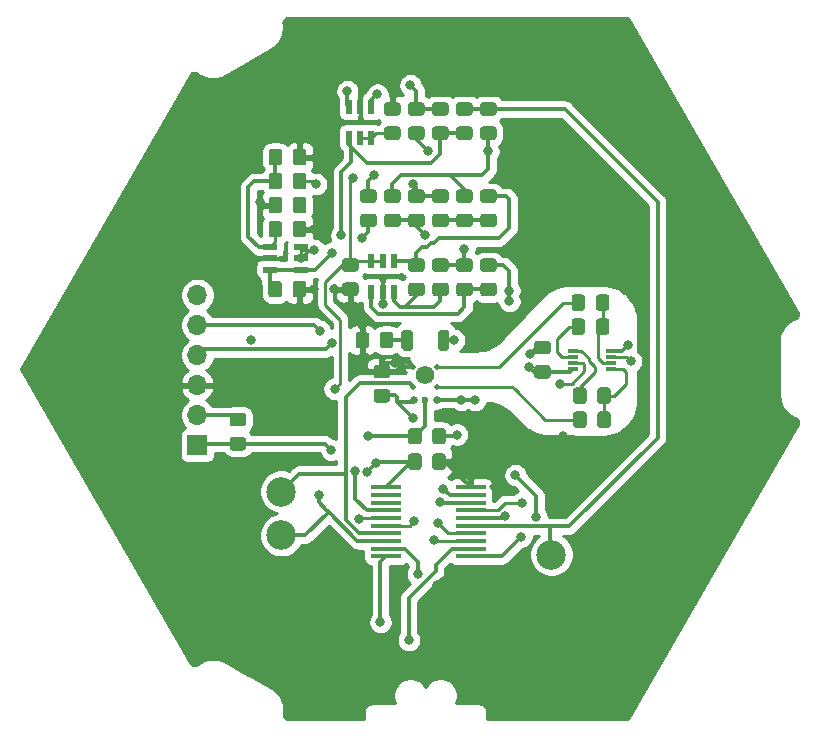
<source format=gtl>
G04 #@! TF.GenerationSoftware,KiCad,Pcbnew,(5.1.6)-1*
G04 #@! TF.CreationDate,2021-11-15T15:55:18+01:00*
G04 #@! TF.ProjectId,SoundModulev2,536f756e-644d-46f6-9475-6c6576322e6b,rev?*
G04 #@! TF.SameCoordinates,Original*
G04 #@! TF.FileFunction,Copper,L1,Top*
G04 #@! TF.FilePolarity,Positive*
%FSLAX46Y46*%
G04 Gerber Fmt 4.6, Leading zero omitted, Abs format (unit mm)*
G04 Created by KiCad (PCBNEW (5.1.6)-1) date 2021-11-15 15:55:18*
%MOMM*%
%LPD*%
G01*
G04 APERTURE LIST*
G04 #@! TA.AperFunction,SMDPad,CuDef*
%ADD10C,2.500000*%
G04 #@! TD*
G04 #@! TA.AperFunction,SMDPad,CuDef*
%ADD11R,0.850000X0.300000*%
G04 #@! TD*
G04 #@! TA.AperFunction,ComponentPad*
%ADD12R,1.700000X1.700000*%
G04 #@! TD*
G04 #@! TA.AperFunction,ComponentPad*
%ADD13O,1.700000X1.700000*%
G04 #@! TD*
G04 #@! TA.AperFunction,SMDPad,CuDef*
%ADD14C,0.460000*%
G04 #@! TD*
G04 #@! TA.AperFunction,ComponentPad*
%ADD15C,1.560000*%
G04 #@! TD*
G04 #@! TA.AperFunction,SMDPad,CuDef*
%ADD16C,0.600000*%
G04 #@! TD*
G04 #@! TA.AperFunction,SMDPad,CuDef*
%ADD17C,0.650000*%
G04 #@! TD*
G04 #@! TA.AperFunction,SMDPad,CuDef*
%ADD18R,2.500000X0.450000*%
G04 #@! TD*
G04 #@! TA.AperFunction,SMDPad,CuDef*
%ADD19R,0.550000X1.200000*%
G04 #@! TD*
G04 #@! TA.AperFunction,SMDPad,CuDef*
%ADD20R,1.200000X0.550000*%
G04 #@! TD*
G04 #@! TA.AperFunction,ViaPad*
%ADD21C,0.800000*%
G04 #@! TD*
G04 #@! TA.AperFunction,Conductor*
%ADD22C,0.350000*%
G04 #@! TD*
G04 #@! TA.AperFunction,Conductor*
%ADD23C,0.250000*%
G04 #@! TD*
G04 #@! TA.AperFunction,Conductor*
%ADD24C,0.254000*%
G04 #@! TD*
G04 APERTURE END LIST*
G04 #@! TA.AperFunction,SMDPad,CuDef*
G36*
G01*
X123574120Y-76229680D02*
X123574120Y-74859680D01*
G75*
G02*
X123764120Y-74669680I190000J0D01*
G01*
X124334120Y-74669680D01*
G75*
G02*
X124524120Y-74859680I0J-190000D01*
G01*
X124524120Y-76229680D01*
G75*
G02*
X124334120Y-76419680I-190000J0D01*
G01*
X123764120Y-76419680D01*
G75*
G02*
X123574120Y-76229680I0J190000D01*
G01*
G37*
G04 #@! TD.AperFunction*
G04 #@! TA.AperFunction,SMDPad,CuDef*
G36*
G01*
X120474120Y-76229680D02*
X120474120Y-74859680D01*
G75*
G02*
X120664120Y-74669680I190000J0D01*
G01*
X121234120Y-74669680D01*
G75*
G02*
X121424120Y-74859680I0J-190000D01*
G01*
X121424120Y-76229680D01*
G75*
G02*
X121234120Y-76419680I-190000J0D01*
G01*
X120664120Y-76419680D01*
G75*
G02*
X120474120Y-76229680I0J190000D01*
G01*
G37*
G04 #@! TD.AperFunction*
D10*
X133167120Y-93705680D03*
X110307120Y-92054680D03*
X110307120Y-88371680D03*
G04 #@! TA.AperFunction,SMDPad,CuDef*
G36*
G01*
X119266121Y-80827680D02*
X118366119Y-80827680D01*
G75*
G02*
X118116120Y-80577681I0J249999D01*
G01*
X118116120Y-79927679D01*
G75*
G02*
X118366119Y-79677680I249999J0D01*
G01*
X119266121Y-79677680D01*
G75*
G02*
X119516120Y-79927679I0J-249999D01*
G01*
X119516120Y-80577681D01*
G75*
G02*
X119266121Y-80827680I-249999J0D01*
G01*
G37*
G04 #@! TD.AperFunction*
G04 #@! TA.AperFunction,SMDPad,CuDef*
G36*
G01*
X119266121Y-78777680D02*
X118366119Y-78777680D01*
G75*
G02*
X118116120Y-78527681I0J249999D01*
G01*
X118116120Y-77877679D01*
G75*
G02*
X118366119Y-77627680I249999J0D01*
G01*
X119266121Y-77627680D01*
G75*
G02*
X119516120Y-77877679I0J-249999D01*
G01*
X119516120Y-78527681D01*
G75*
G02*
X119266121Y-78777680I-249999J0D01*
G01*
G37*
G04 #@! TD.AperFunction*
G04 #@! TA.AperFunction,SMDPad,CuDef*
G36*
G01*
X136146120Y-81825679D02*
X136146120Y-82725681D01*
G75*
G02*
X135896121Y-82975680I-249999J0D01*
G01*
X135246119Y-82975680D01*
G75*
G02*
X134996120Y-82725681I0J249999D01*
G01*
X134996120Y-81825679D01*
G75*
G02*
X135246119Y-81575680I249999J0D01*
G01*
X135896121Y-81575680D01*
G75*
G02*
X136146120Y-81825679I0J-249999D01*
G01*
G37*
G04 #@! TD.AperFunction*
G04 #@! TA.AperFunction,SMDPad,CuDef*
G36*
G01*
X138196120Y-81825679D02*
X138196120Y-82725681D01*
G75*
G02*
X137946121Y-82975680I-249999J0D01*
G01*
X137296119Y-82975680D01*
G75*
G02*
X137046120Y-82725681I0J249999D01*
G01*
X137046120Y-81825679D01*
G75*
G02*
X137296119Y-81575680I249999J0D01*
G01*
X137946121Y-81575680D01*
G75*
G02*
X138196120Y-81825679I0J-249999D01*
G01*
G37*
G04 #@! TD.AperFunction*
G04 #@! TA.AperFunction,SMDPad,CuDef*
G36*
G01*
X122176120Y-83222679D02*
X122176120Y-84122681D01*
G75*
G02*
X121926121Y-84372680I-249999J0D01*
G01*
X121276119Y-84372680D01*
G75*
G02*
X121026120Y-84122681I0J249999D01*
G01*
X121026120Y-83222679D01*
G75*
G02*
X121276119Y-82972680I249999J0D01*
G01*
X121926121Y-82972680D01*
G75*
G02*
X122176120Y-83222679I0J-249999D01*
G01*
G37*
G04 #@! TD.AperFunction*
G04 #@! TA.AperFunction,SMDPad,CuDef*
G36*
G01*
X124226120Y-83222679D02*
X124226120Y-84122681D01*
G75*
G02*
X123976121Y-84372680I-249999J0D01*
G01*
X123326119Y-84372680D01*
G75*
G02*
X123076120Y-84122681I0J249999D01*
G01*
X123076120Y-83222679D01*
G75*
G02*
X123326119Y-82972680I249999J0D01*
G01*
X123976121Y-82972680D01*
G75*
G02*
X124226120Y-83222679I0J-249999D01*
G01*
G37*
G04 #@! TD.AperFunction*
D11*
X135021120Y-77945680D03*
X135021120Y-77445680D03*
X135021120Y-76945680D03*
X135021120Y-76445680D03*
X138171120Y-76445680D03*
X138171120Y-76945680D03*
X138171120Y-77445680D03*
X138171120Y-77945680D03*
G04 #@! TA.AperFunction,SMDPad,CuDef*
G36*
G01*
X136019120Y-71919679D02*
X136019120Y-72819681D01*
G75*
G02*
X135769121Y-73069680I-249999J0D01*
G01*
X135119119Y-73069680D01*
G75*
G02*
X134869120Y-72819681I0J249999D01*
G01*
X134869120Y-71919679D01*
G75*
G02*
X135119119Y-71669680I249999J0D01*
G01*
X135769121Y-71669680D01*
G75*
G02*
X136019120Y-71919679I0J-249999D01*
G01*
G37*
G04 #@! TD.AperFunction*
G04 #@! TA.AperFunction,SMDPad,CuDef*
G36*
G01*
X138069120Y-71919679D02*
X138069120Y-72819681D01*
G75*
G02*
X137819121Y-73069680I-249999J0D01*
G01*
X137169119Y-73069680D01*
G75*
G02*
X136919120Y-72819681I0J249999D01*
G01*
X136919120Y-71919679D01*
G75*
G02*
X137169119Y-71669680I249999J0D01*
G01*
X137819121Y-71669680D01*
G75*
G02*
X138069120Y-71919679I0J-249999D01*
G01*
G37*
G04 #@! TD.AperFunction*
G04 #@! TA.AperFunction,SMDPad,CuDef*
G36*
G01*
X137046120Y-80693681D02*
X137046120Y-79793679D01*
G75*
G02*
X137296119Y-79543680I249999J0D01*
G01*
X137946121Y-79543680D01*
G75*
G02*
X138196120Y-79793679I0J-249999D01*
G01*
X138196120Y-80693681D01*
G75*
G02*
X137946121Y-80943680I-249999J0D01*
G01*
X137296119Y-80943680D01*
G75*
G02*
X137046120Y-80693681I0J249999D01*
G01*
G37*
G04 #@! TD.AperFunction*
G04 #@! TA.AperFunction,SMDPad,CuDef*
G36*
G01*
X134996120Y-80693681D02*
X134996120Y-79793679D01*
G75*
G02*
X135246119Y-79543680I249999J0D01*
G01*
X135896121Y-79543680D01*
G75*
G02*
X136146120Y-79793679I0J-249999D01*
G01*
X136146120Y-80693681D01*
G75*
G02*
X135896121Y-80943680I-249999J0D01*
G01*
X135246119Y-80943680D01*
G75*
G02*
X134996120Y-80693681I0J249999D01*
G01*
G37*
G04 #@! TD.AperFunction*
G04 #@! TA.AperFunction,SMDPad,CuDef*
G36*
G01*
X136919120Y-74851681D02*
X136919120Y-73951679D01*
G75*
G02*
X137169119Y-73701680I249999J0D01*
G01*
X137819121Y-73701680D01*
G75*
G02*
X138069120Y-73951679I0J-249999D01*
G01*
X138069120Y-74851681D01*
G75*
G02*
X137819121Y-75101680I-249999J0D01*
G01*
X137169119Y-75101680D01*
G75*
G02*
X136919120Y-74851681I0J249999D01*
G01*
G37*
G04 #@! TD.AperFunction*
G04 #@! TA.AperFunction,SMDPad,CuDef*
G36*
G01*
X134869120Y-74851681D02*
X134869120Y-73951679D01*
G75*
G02*
X135119119Y-73701680I249999J0D01*
G01*
X135769121Y-73701680D01*
G75*
G02*
X136019120Y-73951679I0J-249999D01*
G01*
X136019120Y-74851681D01*
G75*
G02*
X135769121Y-75101680I-249999J0D01*
G01*
X135119119Y-75101680D01*
G75*
G02*
X134869120Y-74851681I0J249999D01*
G01*
G37*
G04 #@! TD.AperFunction*
G04 #@! TA.AperFunction,SMDPad,CuDef*
G36*
G01*
X132855121Y-76745680D02*
X131955119Y-76745680D01*
G75*
G02*
X131705120Y-76495681I0J249999D01*
G01*
X131705120Y-75845679D01*
G75*
G02*
X131955119Y-75595680I249999J0D01*
G01*
X132855121Y-75595680D01*
G75*
G02*
X133105120Y-75845679I0J-249999D01*
G01*
X133105120Y-76495681D01*
G75*
G02*
X132855121Y-76745680I-249999J0D01*
G01*
G37*
G04 #@! TD.AperFunction*
G04 #@! TA.AperFunction,SMDPad,CuDef*
G36*
G01*
X132855121Y-78795680D02*
X131955119Y-78795680D01*
G75*
G02*
X131705120Y-78545681I0J249999D01*
G01*
X131705120Y-77895679D01*
G75*
G02*
X131955119Y-77645680I249999J0D01*
G01*
X132855121Y-77645680D01*
G75*
G02*
X133105120Y-77895679I0J-249999D01*
G01*
X133105120Y-78545681D01*
G75*
G02*
X132855121Y-78795680I-249999J0D01*
G01*
G37*
G04 #@! TD.AperFunction*
G04 #@! TA.AperFunction,SMDPad,CuDef*
G36*
G01*
X123076120Y-86281681D02*
X123076120Y-85381679D01*
G75*
G02*
X123326119Y-85131680I249999J0D01*
G01*
X123976121Y-85131680D01*
G75*
G02*
X124226120Y-85381679I0J-249999D01*
G01*
X124226120Y-86281681D01*
G75*
G02*
X123976121Y-86531680I-249999J0D01*
G01*
X123326119Y-86531680D01*
G75*
G02*
X123076120Y-86281681I0J249999D01*
G01*
G37*
G04 #@! TD.AperFunction*
G04 #@! TA.AperFunction,SMDPad,CuDef*
G36*
G01*
X121026120Y-86281681D02*
X121026120Y-85381679D01*
G75*
G02*
X121276119Y-85131680I249999J0D01*
G01*
X121926121Y-85131680D01*
G75*
G02*
X122176120Y-85381679I0J-249999D01*
G01*
X122176120Y-86281681D01*
G75*
G02*
X121926121Y-86531680I-249999J0D01*
G01*
X121276119Y-86531680D01*
G75*
G02*
X121026120Y-86281681I0J249999D01*
G01*
G37*
G04 #@! TD.AperFunction*
G04 #@! TA.AperFunction,SMDPad,CuDef*
G36*
G01*
X128283121Y-71819680D02*
X127383119Y-71819680D01*
G75*
G02*
X127133120Y-71569681I0J249999D01*
G01*
X127133120Y-70919679D01*
G75*
G02*
X127383119Y-70669680I249999J0D01*
G01*
X128283121Y-70669680D01*
G75*
G02*
X128533120Y-70919679I0J-249999D01*
G01*
X128533120Y-71569681D01*
G75*
G02*
X128283121Y-71819680I-249999J0D01*
G01*
G37*
G04 #@! TD.AperFunction*
G04 #@! TA.AperFunction,SMDPad,CuDef*
G36*
G01*
X128283121Y-69769680D02*
X127383119Y-69769680D01*
G75*
G02*
X127133120Y-69519681I0J249999D01*
G01*
X127133120Y-68869679D01*
G75*
G02*
X127383119Y-68619680I249999J0D01*
G01*
X128283121Y-68619680D01*
G75*
G02*
X128533120Y-68869679I0J-249999D01*
G01*
X128533120Y-69519681D01*
G75*
G02*
X128283121Y-69769680I-249999J0D01*
G01*
G37*
G04 #@! TD.AperFunction*
G04 #@! TA.AperFunction,SMDPad,CuDef*
G36*
G01*
X115699119Y-68601680D02*
X116599121Y-68601680D01*
G75*
G02*
X116849120Y-68851679I0J-249999D01*
G01*
X116849120Y-69501681D01*
G75*
G02*
X116599121Y-69751680I-249999J0D01*
G01*
X115699119Y-69751680D01*
G75*
G02*
X115449120Y-69501681I0J249999D01*
G01*
X115449120Y-68851679D01*
G75*
G02*
X115699119Y-68601680I249999J0D01*
G01*
G37*
G04 #@! TD.AperFunction*
G04 #@! TA.AperFunction,SMDPad,CuDef*
G36*
G01*
X115699119Y-70651680D02*
X116599121Y-70651680D01*
G75*
G02*
X116849120Y-70901679I0J-249999D01*
G01*
X116849120Y-71551681D01*
G75*
G02*
X116599121Y-71801680I-249999J0D01*
G01*
X115699119Y-71801680D01*
G75*
G02*
X115449120Y-71551681I0J249999D01*
G01*
X115449120Y-70901679D01*
G75*
G02*
X115699119Y-70651680I249999J0D01*
G01*
G37*
G04 #@! TD.AperFunction*
G04 #@! TA.AperFunction,SMDPad,CuDef*
G36*
G01*
X128283121Y-63927680D02*
X127383119Y-63927680D01*
G75*
G02*
X127133120Y-63677681I0J249999D01*
G01*
X127133120Y-63027679D01*
G75*
G02*
X127383119Y-62777680I249999J0D01*
G01*
X128283121Y-62777680D01*
G75*
G02*
X128533120Y-63027679I0J-249999D01*
G01*
X128533120Y-63677681D01*
G75*
G02*
X128283121Y-63927680I-249999J0D01*
G01*
G37*
G04 #@! TD.AperFunction*
G04 #@! TA.AperFunction,SMDPad,CuDef*
G36*
G01*
X128283121Y-65977680D02*
X127383119Y-65977680D01*
G75*
G02*
X127133120Y-65727681I0J249999D01*
G01*
X127133120Y-65077679D01*
G75*
G02*
X127383119Y-64827680I249999J0D01*
G01*
X128283121Y-64827680D01*
G75*
G02*
X128533120Y-65077679I0J-249999D01*
G01*
X128533120Y-65727681D01*
G75*
G02*
X128283121Y-65977680I-249999J0D01*
G01*
G37*
G04 #@! TD.AperFunction*
G04 #@! TA.AperFunction,SMDPad,CuDef*
G36*
G01*
X111274120Y-64564681D02*
X111274120Y-63664679D01*
G75*
G02*
X111524119Y-63414680I249999J0D01*
G01*
X112174121Y-63414680D01*
G75*
G02*
X112424120Y-63664679I0J-249999D01*
G01*
X112424120Y-64564681D01*
G75*
G02*
X112174121Y-64814680I-249999J0D01*
G01*
X111524119Y-64814680D01*
G75*
G02*
X111274120Y-64564681I0J249999D01*
G01*
G37*
G04 #@! TD.AperFunction*
G04 #@! TA.AperFunction,SMDPad,CuDef*
G36*
G01*
X109224120Y-64564681D02*
X109224120Y-63664679D01*
G75*
G02*
X109474119Y-63414680I249999J0D01*
G01*
X110124121Y-63414680D01*
G75*
G02*
X110374120Y-63664679I0J-249999D01*
G01*
X110374120Y-64564681D01*
G75*
G02*
X110124121Y-64814680I-249999J0D01*
G01*
X109474119Y-64814680D01*
G75*
G02*
X109224120Y-64564681I0J249999D01*
G01*
G37*
G04 #@! TD.AperFunction*
G04 #@! TA.AperFunction,SMDPad,CuDef*
G36*
G01*
X118123121Y-65977680D02*
X117223119Y-65977680D01*
G75*
G02*
X116973120Y-65727681I0J249999D01*
G01*
X116973120Y-65077679D01*
G75*
G02*
X117223119Y-64827680I249999J0D01*
G01*
X118123121Y-64827680D01*
G75*
G02*
X118373120Y-65077679I0J-249999D01*
G01*
X118373120Y-65727681D01*
G75*
G02*
X118123121Y-65977680I-249999J0D01*
G01*
G37*
G04 #@! TD.AperFunction*
G04 #@! TA.AperFunction,SMDPad,CuDef*
G36*
G01*
X118123121Y-63927680D02*
X117223119Y-63927680D01*
G75*
G02*
X116973120Y-63677681I0J249999D01*
G01*
X116973120Y-63027679D01*
G75*
G02*
X117223119Y-62777680I249999J0D01*
G01*
X118123121Y-62777680D01*
G75*
G02*
X118373120Y-63027679I0J-249999D01*
G01*
X118373120Y-63677681D01*
G75*
G02*
X118123121Y-63927680I-249999J0D01*
G01*
G37*
G04 #@! TD.AperFunction*
G04 #@! TA.AperFunction,SMDPad,CuDef*
G36*
G01*
X120155121Y-63927680D02*
X119255119Y-63927680D01*
G75*
G02*
X119005120Y-63677681I0J249999D01*
G01*
X119005120Y-63027679D01*
G75*
G02*
X119255119Y-62777680I249999J0D01*
G01*
X120155121Y-62777680D01*
G75*
G02*
X120405120Y-63027679I0J-249999D01*
G01*
X120405120Y-63677681D01*
G75*
G02*
X120155121Y-63927680I-249999J0D01*
G01*
G37*
G04 #@! TD.AperFunction*
G04 #@! TA.AperFunction,SMDPad,CuDef*
G36*
G01*
X120155121Y-65977680D02*
X119255119Y-65977680D01*
G75*
G02*
X119005120Y-65727681I0J249999D01*
G01*
X119005120Y-65077679D01*
G75*
G02*
X119255119Y-64827680I249999J0D01*
G01*
X120155121Y-64827680D01*
G75*
G02*
X120405120Y-65077679I0J-249999D01*
G01*
X120405120Y-65727681D01*
G75*
G02*
X120155121Y-65977680I-249999J0D01*
G01*
G37*
G04 #@! TD.AperFunction*
G04 #@! TA.AperFunction,SMDPad,CuDef*
G36*
G01*
X120155121Y-56543680D02*
X119255119Y-56543680D01*
G75*
G02*
X119005120Y-56293681I0J249999D01*
G01*
X119005120Y-55643679D01*
G75*
G02*
X119255119Y-55393680I249999J0D01*
G01*
X120155121Y-55393680D01*
G75*
G02*
X120405120Y-55643679I0J-249999D01*
G01*
X120405120Y-56293681D01*
G75*
G02*
X120155121Y-56543680I-249999J0D01*
G01*
G37*
G04 #@! TD.AperFunction*
G04 #@! TA.AperFunction,SMDPad,CuDef*
G36*
G01*
X120155121Y-58593680D02*
X119255119Y-58593680D01*
G75*
G02*
X119005120Y-58343681I0J249999D01*
G01*
X119005120Y-57693679D01*
G75*
G02*
X119255119Y-57443680I249999J0D01*
G01*
X120155121Y-57443680D01*
G75*
G02*
X120405120Y-57693679I0J-249999D01*
G01*
X120405120Y-58343681D01*
G75*
G02*
X120155121Y-58593680I-249999J0D01*
G01*
G37*
G04 #@! TD.AperFunction*
G04 #@! TA.AperFunction,SMDPad,CuDef*
G36*
G01*
X125351119Y-57443680D02*
X126251121Y-57443680D01*
G75*
G02*
X126501120Y-57693679I0J-249999D01*
G01*
X126501120Y-58343681D01*
G75*
G02*
X126251121Y-58593680I-249999J0D01*
G01*
X125351119Y-58593680D01*
G75*
G02*
X125101120Y-58343681I0J249999D01*
G01*
X125101120Y-57693679D01*
G75*
G02*
X125351119Y-57443680I249999J0D01*
G01*
G37*
G04 #@! TD.AperFunction*
G04 #@! TA.AperFunction,SMDPad,CuDef*
G36*
G01*
X125351119Y-55393680D02*
X126251121Y-55393680D01*
G75*
G02*
X126501120Y-55643679I0J-249999D01*
G01*
X126501120Y-56293681D01*
G75*
G02*
X126251121Y-56543680I-249999J0D01*
G01*
X125351119Y-56543680D01*
G75*
G02*
X125101120Y-56293681I0J249999D01*
G01*
X125101120Y-55643679D01*
G75*
G02*
X125351119Y-55393680I249999J0D01*
G01*
G37*
G04 #@! TD.AperFunction*
D12*
X103195120Y-84434680D03*
D13*
X103195120Y-81894680D03*
X103195120Y-79354680D03*
X103195120Y-76814680D03*
X103195120Y-74274680D03*
X103195120Y-71734680D03*
D14*
X121484120Y-77825680D03*
X123514120Y-77825680D03*
X123514120Y-79465680D03*
X121484120Y-79465680D03*
D15*
X122499120Y-78465680D03*
D16*
X122499120Y-80565680D03*
D17*
X123464120Y-80565680D03*
X121534120Y-80565680D03*
G04 #@! TA.AperFunction,SMDPad,CuDef*
G36*
G01*
X106174119Y-83741680D02*
X107074121Y-83741680D01*
G75*
G02*
X107324120Y-83991679I0J-249999D01*
G01*
X107324120Y-84641681D01*
G75*
G02*
X107074121Y-84891680I-249999J0D01*
G01*
X106174119Y-84891680D01*
G75*
G02*
X105924120Y-84641681I0J249999D01*
G01*
X105924120Y-83991679D01*
G75*
G02*
X106174119Y-83741680I249999J0D01*
G01*
G37*
G04 #@! TD.AperFunction*
G04 #@! TA.AperFunction,SMDPad,CuDef*
G36*
G01*
X106174119Y-81691680D02*
X107074121Y-81691680D01*
G75*
G02*
X107324120Y-81941679I0J-249999D01*
G01*
X107324120Y-82591681D01*
G75*
G02*
X107074121Y-82841680I-249999J0D01*
G01*
X106174119Y-82841680D01*
G75*
G02*
X105924120Y-82591681I0J249999D01*
G01*
X105924120Y-81941679D01*
G75*
G02*
X106174119Y-81691680I249999J0D01*
G01*
G37*
G04 #@! TD.AperFunction*
G04 #@! TA.AperFunction,SMDPad,CuDef*
G36*
G01*
X117731120Y-75094679D02*
X117731120Y-75994681D01*
G75*
G02*
X117481121Y-76244680I-249999J0D01*
G01*
X116831119Y-76244680D01*
G75*
G02*
X116581120Y-75994681I0J249999D01*
G01*
X116581120Y-75094679D01*
G75*
G02*
X116831119Y-74844680I249999J0D01*
G01*
X117481121Y-74844680D01*
G75*
G02*
X117731120Y-75094679I0J-249999D01*
G01*
G37*
G04 #@! TD.AperFunction*
G04 #@! TA.AperFunction,SMDPad,CuDef*
G36*
G01*
X119781120Y-75094679D02*
X119781120Y-75994681D01*
G75*
G02*
X119531121Y-76244680I-249999J0D01*
G01*
X118881119Y-76244680D01*
G75*
G02*
X118631120Y-75994681I0J249999D01*
G01*
X118631120Y-75094679D01*
G75*
G02*
X118881119Y-74844680I249999J0D01*
G01*
X119531121Y-74844680D01*
G75*
G02*
X119781120Y-75094679I0J-249999D01*
G01*
G37*
G04 #@! TD.AperFunction*
G04 #@! TA.AperFunction,SMDPad,CuDef*
G36*
G01*
X126251121Y-69769680D02*
X125351119Y-69769680D01*
G75*
G02*
X125101120Y-69519681I0J249999D01*
G01*
X125101120Y-68869679D01*
G75*
G02*
X125351119Y-68619680I249999J0D01*
G01*
X126251121Y-68619680D01*
G75*
G02*
X126501120Y-68869679I0J-249999D01*
G01*
X126501120Y-69519681D01*
G75*
G02*
X126251121Y-69769680I-249999J0D01*
G01*
G37*
G04 #@! TD.AperFunction*
G04 #@! TA.AperFunction,SMDPad,CuDef*
G36*
G01*
X126251121Y-71819680D02*
X125351119Y-71819680D01*
G75*
G02*
X125101120Y-71569681I0J249999D01*
G01*
X125101120Y-70919679D01*
G75*
G02*
X125351119Y-70669680I249999J0D01*
G01*
X126251121Y-70669680D01*
G75*
G02*
X126501120Y-70919679I0J-249999D01*
G01*
X126501120Y-71569681D01*
G75*
G02*
X126251121Y-71819680I-249999J0D01*
G01*
G37*
G04 #@! TD.AperFunction*
G04 #@! TA.AperFunction,SMDPad,CuDef*
G36*
G01*
X123319119Y-68619680D02*
X124219121Y-68619680D01*
G75*
G02*
X124469120Y-68869679I0J-249999D01*
G01*
X124469120Y-69519681D01*
G75*
G02*
X124219121Y-69769680I-249999J0D01*
G01*
X123319119Y-69769680D01*
G75*
G02*
X123069120Y-69519681I0J249999D01*
G01*
X123069120Y-68869679D01*
G75*
G02*
X123319119Y-68619680I249999J0D01*
G01*
G37*
G04 #@! TD.AperFunction*
G04 #@! TA.AperFunction,SMDPad,CuDef*
G36*
G01*
X123319119Y-70669680D02*
X124219121Y-70669680D01*
G75*
G02*
X124469120Y-70919679I0J-249999D01*
G01*
X124469120Y-71569681D01*
G75*
G02*
X124219121Y-71819680I-249999J0D01*
G01*
X123319119Y-71819680D01*
G75*
G02*
X123069120Y-71569681I0J249999D01*
G01*
X123069120Y-70919679D01*
G75*
G02*
X123319119Y-70669680I249999J0D01*
G01*
G37*
G04 #@! TD.AperFunction*
G04 #@! TA.AperFunction,SMDPad,CuDef*
G36*
G01*
X112424120Y-61632679D02*
X112424120Y-62532681D01*
G75*
G02*
X112174121Y-62782680I-249999J0D01*
G01*
X111524119Y-62782680D01*
G75*
G02*
X111274120Y-62532681I0J249999D01*
G01*
X111274120Y-61632679D01*
G75*
G02*
X111524119Y-61382680I249999J0D01*
G01*
X112174121Y-61382680D01*
G75*
G02*
X112424120Y-61632679I0J-249999D01*
G01*
G37*
G04 #@! TD.AperFunction*
G04 #@! TA.AperFunction,SMDPad,CuDef*
G36*
G01*
X110374120Y-61632679D02*
X110374120Y-62532681D01*
G75*
G02*
X110124121Y-62782680I-249999J0D01*
G01*
X109474119Y-62782680D01*
G75*
G02*
X109224120Y-62532681I0J249999D01*
G01*
X109224120Y-61632679D01*
G75*
G02*
X109474119Y-61382680I249999J0D01*
G01*
X110124121Y-61382680D01*
G75*
G02*
X110374120Y-61632679I0J-249999D01*
G01*
G37*
G04 #@! TD.AperFunction*
G04 #@! TA.AperFunction,SMDPad,CuDef*
G36*
G01*
X109224120Y-60500681D02*
X109224120Y-59600679D01*
G75*
G02*
X109474119Y-59350680I249999J0D01*
G01*
X110124121Y-59350680D01*
G75*
G02*
X110374120Y-59600679I0J-249999D01*
G01*
X110374120Y-60500681D01*
G75*
G02*
X110124121Y-60750680I-249999J0D01*
G01*
X109474119Y-60750680D01*
G75*
G02*
X109224120Y-60500681I0J249999D01*
G01*
G37*
G04 #@! TD.AperFunction*
G04 #@! TA.AperFunction,SMDPad,CuDef*
G36*
G01*
X111274120Y-60500681D02*
X111274120Y-59600679D01*
G75*
G02*
X111524119Y-59350680I249999J0D01*
G01*
X112174121Y-59350680D01*
G75*
G02*
X112424120Y-59600679I0J-249999D01*
G01*
X112424120Y-60500681D01*
G75*
G02*
X112174121Y-60750680I-249999J0D01*
G01*
X111524119Y-60750680D01*
G75*
G02*
X111274120Y-60500681I0J249999D01*
G01*
G37*
G04 #@! TD.AperFunction*
G04 #@! TA.AperFunction,SMDPad,CuDef*
G36*
G01*
X121287119Y-68619680D02*
X122187121Y-68619680D01*
G75*
G02*
X122437120Y-68869679I0J-249999D01*
G01*
X122437120Y-69519681D01*
G75*
G02*
X122187121Y-69769680I-249999J0D01*
G01*
X121287119Y-69769680D01*
G75*
G02*
X121037120Y-69519681I0J249999D01*
G01*
X121037120Y-68869679D01*
G75*
G02*
X121287119Y-68619680I249999J0D01*
G01*
G37*
G04 #@! TD.AperFunction*
G04 #@! TA.AperFunction,SMDPad,CuDef*
G36*
G01*
X121287119Y-70669680D02*
X122187121Y-70669680D01*
G75*
G02*
X122437120Y-70919679I0J-249999D01*
G01*
X122437120Y-71569681D01*
G75*
G02*
X122187121Y-71819680I-249999J0D01*
G01*
X121287119Y-71819680D01*
G75*
G02*
X121037120Y-71569681I0J249999D01*
G01*
X121037120Y-70919679D01*
G75*
G02*
X121287119Y-70669680I249999J0D01*
G01*
G37*
G04 #@! TD.AperFunction*
G04 #@! TA.AperFunction,SMDPad,CuDef*
G36*
G01*
X126251121Y-65977680D02*
X125351119Y-65977680D01*
G75*
G02*
X125101120Y-65727681I0J249999D01*
G01*
X125101120Y-65077679D01*
G75*
G02*
X125351119Y-64827680I249999J0D01*
G01*
X126251121Y-64827680D01*
G75*
G02*
X126501120Y-65077679I0J-249999D01*
G01*
X126501120Y-65727681D01*
G75*
G02*
X126251121Y-65977680I-249999J0D01*
G01*
G37*
G04 #@! TD.AperFunction*
G04 #@! TA.AperFunction,SMDPad,CuDef*
G36*
G01*
X126251121Y-63927680D02*
X125351119Y-63927680D01*
G75*
G02*
X125101120Y-63677681I0J249999D01*
G01*
X125101120Y-63027679D01*
G75*
G02*
X125351119Y-62777680I249999J0D01*
G01*
X126251121Y-62777680D01*
G75*
G02*
X126501120Y-63027679I0J-249999D01*
G01*
X126501120Y-63677681D01*
G75*
G02*
X126251121Y-63927680I-249999J0D01*
G01*
G37*
G04 #@! TD.AperFunction*
G04 #@! TA.AperFunction,SMDPad,CuDef*
G36*
G01*
X123319119Y-64827680D02*
X124219121Y-64827680D01*
G75*
G02*
X124469120Y-65077679I0J-249999D01*
G01*
X124469120Y-65727681D01*
G75*
G02*
X124219121Y-65977680I-249999J0D01*
G01*
X123319119Y-65977680D01*
G75*
G02*
X123069120Y-65727681I0J249999D01*
G01*
X123069120Y-65077679D01*
G75*
G02*
X123319119Y-64827680I249999J0D01*
G01*
G37*
G04 #@! TD.AperFunction*
G04 #@! TA.AperFunction,SMDPad,CuDef*
G36*
G01*
X123319119Y-62777680D02*
X124219121Y-62777680D01*
G75*
G02*
X124469120Y-63027679I0J-249999D01*
G01*
X124469120Y-63677681D01*
G75*
G02*
X124219121Y-63927680I-249999J0D01*
G01*
X123319119Y-63927680D01*
G75*
G02*
X123069120Y-63677681I0J249999D01*
G01*
X123069120Y-63027679D01*
G75*
G02*
X123319119Y-62777680I249999J0D01*
G01*
G37*
G04 #@! TD.AperFunction*
G04 #@! TA.AperFunction,SMDPad,CuDef*
G36*
G01*
X122187121Y-65977680D02*
X121287119Y-65977680D01*
G75*
G02*
X121037120Y-65727681I0J249999D01*
G01*
X121037120Y-65077679D01*
G75*
G02*
X121287119Y-64827680I249999J0D01*
G01*
X122187121Y-64827680D01*
G75*
G02*
X122437120Y-65077679I0J-249999D01*
G01*
X122437120Y-65727681D01*
G75*
G02*
X122187121Y-65977680I-249999J0D01*
G01*
G37*
G04 #@! TD.AperFunction*
G04 #@! TA.AperFunction,SMDPad,CuDef*
G36*
G01*
X122187121Y-63927680D02*
X121287119Y-63927680D01*
G75*
G02*
X121037120Y-63677681I0J249999D01*
G01*
X121037120Y-63027679D01*
G75*
G02*
X121287119Y-62777680I249999J0D01*
G01*
X122187121Y-62777680D01*
G75*
G02*
X122437120Y-63027679I0J-249999D01*
G01*
X122437120Y-63677681D01*
G75*
G02*
X122187121Y-63927680I-249999J0D01*
G01*
G37*
G04 #@! TD.AperFunction*
G04 #@! TA.AperFunction,SMDPad,CuDef*
G36*
G01*
X121287119Y-57443680D02*
X122187121Y-57443680D01*
G75*
G02*
X122437120Y-57693679I0J-249999D01*
G01*
X122437120Y-58343681D01*
G75*
G02*
X122187121Y-58593680I-249999J0D01*
G01*
X121287119Y-58593680D01*
G75*
G02*
X121037120Y-58343681I0J249999D01*
G01*
X121037120Y-57693679D01*
G75*
G02*
X121287119Y-57443680I249999J0D01*
G01*
G37*
G04 #@! TD.AperFunction*
G04 #@! TA.AperFunction,SMDPad,CuDef*
G36*
G01*
X121287119Y-55393680D02*
X122187121Y-55393680D01*
G75*
G02*
X122437120Y-55643679I0J-249999D01*
G01*
X122437120Y-56293681D01*
G75*
G02*
X122187121Y-56543680I-249999J0D01*
G01*
X121287119Y-56543680D01*
G75*
G02*
X121037120Y-56293681I0J249999D01*
G01*
X121037120Y-55643679D01*
G75*
G02*
X121287119Y-55393680I249999J0D01*
G01*
G37*
G04 #@! TD.AperFunction*
G04 #@! TA.AperFunction,SMDPad,CuDef*
G36*
G01*
X124219121Y-56543680D02*
X123319119Y-56543680D01*
G75*
G02*
X123069120Y-56293681I0J249999D01*
G01*
X123069120Y-55643679D01*
G75*
G02*
X123319119Y-55393680I249999J0D01*
G01*
X124219121Y-55393680D01*
G75*
G02*
X124469120Y-55643679I0J-249999D01*
G01*
X124469120Y-56293681D01*
G75*
G02*
X124219121Y-56543680I-249999J0D01*
G01*
G37*
G04 #@! TD.AperFunction*
G04 #@! TA.AperFunction,SMDPad,CuDef*
G36*
G01*
X124219121Y-58593680D02*
X123319119Y-58593680D01*
G75*
G02*
X123069120Y-58343681I0J249999D01*
G01*
X123069120Y-57693679D01*
G75*
G02*
X123319119Y-57443680I249999J0D01*
G01*
X124219121Y-57443680D01*
G75*
G02*
X124469120Y-57693679I0J-249999D01*
G01*
X124469120Y-58343681D01*
G75*
G02*
X124219121Y-58593680I-249999J0D01*
G01*
G37*
G04 #@! TD.AperFunction*
G04 #@! TA.AperFunction,SMDPad,CuDef*
G36*
G01*
X127383119Y-55393680D02*
X128283121Y-55393680D01*
G75*
G02*
X128533120Y-55643679I0J-249999D01*
G01*
X128533120Y-56293681D01*
G75*
G02*
X128283121Y-56543680I-249999J0D01*
G01*
X127383119Y-56543680D01*
G75*
G02*
X127133120Y-56293681I0J249999D01*
G01*
X127133120Y-55643679D01*
G75*
G02*
X127383119Y-55393680I249999J0D01*
G01*
G37*
G04 #@! TD.AperFunction*
G04 #@! TA.AperFunction,SMDPad,CuDef*
G36*
G01*
X127383119Y-57443680D02*
X128283121Y-57443680D01*
G75*
G02*
X128533120Y-57693679I0J-249999D01*
G01*
X128533120Y-58343681D01*
G75*
G02*
X128283121Y-58593680I-249999J0D01*
G01*
X127383119Y-58593680D01*
G75*
G02*
X127133120Y-58343681I0J249999D01*
G01*
X127133120Y-57693679D01*
G75*
G02*
X127383119Y-57443680I249999J0D01*
G01*
G37*
G04 #@! TD.AperFunction*
D18*
X119133620Y-87990680D03*
X119133620Y-88640680D03*
X119133620Y-89290680D03*
X119133620Y-89940680D03*
X119133620Y-90590680D03*
X119133620Y-91240680D03*
X119133620Y-91890680D03*
X119133620Y-92540680D03*
X119133620Y-93190680D03*
X119133620Y-93840680D03*
X126333620Y-93840680D03*
X126333620Y-93190680D03*
X126333620Y-92540680D03*
X126333620Y-91890680D03*
X126333620Y-91240680D03*
X126333620Y-90590680D03*
X126333620Y-89940680D03*
X126333620Y-89290680D03*
X126333620Y-88640680D03*
X126333620Y-87990680D03*
D19*
X117927120Y-71429880D03*
X118877120Y-71429880D03*
X119827120Y-71429880D03*
X119827120Y-68813680D03*
X118877120Y-68813680D03*
X117927120Y-68813680D03*
D20*
X109341920Y-67670680D03*
X109341920Y-68620680D03*
X109341920Y-69570680D03*
X111958120Y-69570680D03*
X111958120Y-68620680D03*
X111958120Y-67670680D03*
D19*
X117927120Y-58399680D03*
X116977120Y-58399680D03*
X116027120Y-58399680D03*
X116027120Y-55783480D03*
X116977120Y-55783480D03*
X117927120Y-55783480D03*
G04 #@! TA.AperFunction,SMDPad,CuDef*
G36*
G01*
X109215120Y-66596681D02*
X109215120Y-65696679D01*
G75*
G02*
X109465119Y-65446680I249999J0D01*
G01*
X110115121Y-65446680D01*
G75*
G02*
X110365120Y-65696679I0J-249999D01*
G01*
X110365120Y-66596681D01*
G75*
G02*
X110115121Y-66846680I-249999J0D01*
G01*
X109465119Y-66846680D01*
G75*
G02*
X109215120Y-66596681I0J249999D01*
G01*
G37*
G04 #@! TD.AperFunction*
G04 #@! TA.AperFunction,SMDPad,CuDef*
G36*
G01*
X111265120Y-66596681D02*
X111265120Y-65696679D01*
G75*
G02*
X111515119Y-65446680I249999J0D01*
G01*
X112165121Y-65446680D01*
G75*
G02*
X112415120Y-65696679I0J-249999D01*
G01*
X112415120Y-66596681D01*
G75*
G02*
X112165121Y-66846680I-249999J0D01*
G01*
X111515119Y-66846680D01*
G75*
G02*
X111265120Y-66596681I0J249999D01*
G01*
G37*
G04 #@! TD.AperFunction*
G04 #@! TA.AperFunction,SMDPad,CuDef*
G36*
G01*
X111256120Y-71676681D02*
X111256120Y-70776679D01*
G75*
G02*
X111506119Y-70526680I249999J0D01*
G01*
X112156121Y-70526680D01*
G75*
G02*
X112406120Y-70776679I0J-249999D01*
G01*
X112406120Y-71676681D01*
G75*
G02*
X112156121Y-71926680I-249999J0D01*
G01*
X111506119Y-71926680D01*
G75*
G02*
X111256120Y-71676681I0J249999D01*
G01*
G37*
G04 #@! TD.AperFunction*
G04 #@! TA.AperFunction,SMDPad,CuDef*
G36*
G01*
X109206120Y-71676681D02*
X109206120Y-70776679D01*
G75*
G02*
X109456119Y-70526680I249999J0D01*
G01*
X110106121Y-70526680D01*
G75*
G02*
X110356120Y-70776679I0J-249999D01*
G01*
X110356120Y-71676681D01*
G75*
G02*
X110106121Y-71926680I-249999J0D01*
G01*
X109456119Y-71926680D01*
G75*
G02*
X109206120Y-71676681I0J249999D01*
G01*
G37*
G04 #@! TD.AperFunction*
D21*
X118943120Y-72496680D03*
X107767120Y-68686680D03*
X108529120Y-63860680D03*
X113355120Y-60304680D03*
X114752120Y-71226680D03*
X118435120Y-52049680D03*
X113101120Y-71226680D03*
X113101120Y-66146680D03*
X129103120Y-106532680D03*
X133548120Y-106532680D03*
X116403120Y-106532680D03*
X111323120Y-106532680D03*
X113863120Y-49382680D03*
X121483120Y-49382680D03*
X128341120Y-49408080D03*
X141930120Y-54411880D03*
X144978120Y-60558680D03*
X148407120Y-66400680D03*
X151455120Y-71734680D03*
X151963120Y-83418680D03*
X148407120Y-89768680D03*
X144851120Y-95864680D03*
X141803120Y-101198680D03*
X102941120Y-101071680D03*
X99385120Y-94721680D03*
X95575120Y-88244680D03*
X92527120Y-82402680D03*
X92781120Y-73258680D03*
X95575120Y-68432680D03*
X98623120Y-63098680D03*
X102560120Y-57129680D03*
X125801120Y-85323680D03*
X133167120Y-87482680D03*
X130881120Y-83672680D03*
X135453120Y-84434680D03*
X137485120Y-86974680D03*
X140025120Y-84434680D03*
X144597120Y-83545680D03*
X139898120Y-89641680D03*
X103957120Y-89768680D03*
X106878120Y-58018680D03*
X126055120Y-52811680D03*
X135453120Y-54208680D03*
X136215120Y-101833680D03*
X134437120Y-59669680D03*
X139771120Y-58526680D03*
X131643120Y-63733680D03*
X135707120Y-95864680D03*
X111831120Y-78338680D03*
X107767120Y-75544680D03*
X106751120Y-73004680D03*
X105735120Y-80243680D03*
X137104120Y-63225680D03*
X104465120Y-65638680D03*
X134183120Y-83672680D03*
X139644120Y-75925680D03*
X136977120Y-68940680D03*
X131389120Y-76687680D03*
X117165120Y-74274680D03*
X117419120Y-76941680D03*
X119959120Y-77449680D03*
X116403120Y-73131680D03*
X126563120Y-74528680D03*
X127833120Y-73258680D03*
X127833120Y-81894680D03*
X144343120Y-74020680D03*
X113482120Y-55986680D03*
X107132120Y-87228680D03*
X112847120Y-94975680D03*
X116657120Y-98277680D03*
X131262120Y-68432680D03*
X139898120Y-66273680D03*
X129992120Y-59542680D03*
X129357120Y-82402680D03*
X132024120Y-71988680D03*
X135072120Y-89006680D03*
X133395720Y-49585880D03*
X123515120Y-96245680D03*
X123515120Y-97896680D03*
X123515120Y-97134680D03*
X134564120Y-66019680D03*
X128087120Y-99166680D03*
X148661120Y-77830680D03*
X95575120Y-77830680D03*
X105862120Y-95483680D03*
X108376720Y-53040280D03*
X110027720Y-100335080D03*
X117546120Y-86720680D03*
X131262120Y-77830680D03*
X118308120Y-85958680D03*
X129230120Y-90403680D03*
X125168121Y-83543679D03*
X121483120Y-82148680D03*
X129611120Y-72242680D03*
X126690120Y-80624680D03*
X125547120Y-80624680D03*
X129611120Y-71353680D03*
X116543120Y-86593680D03*
X114538128Y-84855688D03*
X124023120Y-88117680D03*
X114583240Y-75786112D03*
X123769120Y-89260680D03*
X113551129Y-74782680D03*
X121102120Y-100944680D03*
X118689120Y-99420680D03*
X121864120Y-95356679D03*
X124912120Y-75544680D03*
X130119120Y-86974680D03*
X131897120Y-90530680D03*
X130627120Y-92181680D03*
X122753120Y-59542680D03*
X127833120Y-59542680D03*
X114625120Y-68125680D03*
X125801120Y-67797680D03*
X117673120Y-83672680D03*
X113482120Y-88625680D03*
X115895120Y-54462680D03*
X121229140Y-53954680D03*
X116403120Y-61828680D03*
X119705120Y-58018680D03*
X121570112Y-90871672D03*
X114801967Y-79667833D03*
X111958120Y-68620680D03*
X111831120Y-64114680D03*
X123261120Y-92435680D03*
X113101120Y-67924680D03*
X121483120Y-62349680D03*
X118181120Y-61574680D03*
X115387120Y-66654680D03*
X117165120Y-66908680D03*
X118435120Y-54729680D03*
X122499120Y-66654680D03*
X113228120Y-62336680D03*
X123586121Y-91038680D03*
X116911120Y-90657680D03*
X139898120Y-77322680D03*
X130640120Y-89303680D03*
X133929120Y-79227680D03*
D22*
X118877120Y-71429880D02*
X118877120Y-72430680D01*
X118877120Y-72430680D02*
X118943120Y-72496680D01*
X109341920Y-68620680D02*
X107833120Y-68620680D01*
X107833120Y-68620680D02*
X107767120Y-68686680D01*
X109799120Y-64114680D02*
X108783120Y-64114680D01*
X108783120Y-64114680D02*
X108529120Y-63860680D01*
X111849120Y-60050680D02*
X113101120Y-60050680D01*
X113101120Y-60050680D02*
X113355120Y-60304680D01*
X116977120Y-52496680D02*
X116911120Y-52430680D01*
X116977120Y-55783480D02*
X116977120Y-52496680D01*
X119705120Y-55968680D02*
X119705120Y-52430680D01*
X119188120Y-77449680D02*
X118816120Y-77821680D01*
X124174620Y-85831680D02*
X126333620Y-87990680D01*
X123651120Y-85831680D02*
X124174620Y-85831680D01*
X113101120Y-66146680D02*
X111840120Y-66146680D01*
X116149120Y-71226680D02*
X114752120Y-71226680D01*
X111831120Y-71226680D02*
X113101120Y-71226680D01*
X139149121Y-76420679D02*
X138171120Y-76420679D01*
X139644120Y-75925680D02*
X139149121Y-76420679D01*
X132405120Y-76170680D02*
X131906120Y-76170680D01*
X131906120Y-76170680D02*
X131389120Y-76687680D01*
X119959120Y-77449680D02*
X119188120Y-77449680D01*
X117156120Y-74283680D02*
X117165120Y-74274680D01*
X117156120Y-75544680D02*
X117156120Y-74283680D01*
X118816120Y-78202680D02*
X118816120Y-77821680D01*
X120335120Y-77825680D02*
X119959120Y-77449680D01*
X121484120Y-77825680D02*
X120335120Y-77825680D01*
X106252120Y-81894680D02*
X106624120Y-82266680D01*
X103195120Y-81894680D02*
X106252120Y-81894680D01*
X134771121Y-78220680D02*
X135021120Y-77970681D01*
X132405120Y-78220680D02*
X134771121Y-78220680D01*
X121292620Y-85831680D02*
X119133620Y-87990680D01*
X121601120Y-85831680D02*
X121292620Y-85831680D01*
X132405120Y-78220680D02*
X131652120Y-78220680D01*
X131652120Y-78220680D02*
X131262120Y-77830680D01*
X121601120Y-85831680D02*
X118435120Y-85831680D01*
X118435120Y-85831680D02*
X118308120Y-85958680D01*
X118308120Y-85958680D02*
X117546120Y-86720680D01*
X126333620Y-90590680D02*
X129043120Y-90590680D01*
X129043120Y-90590680D02*
X129230120Y-90403680D01*
X120086120Y-80370680D02*
X119905120Y-80189680D01*
X119905120Y-80189680D02*
X119134120Y-80189680D01*
X125039120Y-83672680D02*
X125168121Y-83543679D01*
X123651120Y-83672680D02*
X125039120Y-83672680D01*
X120086120Y-80370680D02*
X120086120Y-80624680D01*
X120086120Y-80624680D02*
X120086120Y-80751680D01*
X120086120Y-80751680D02*
X121483120Y-82148680D01*
X119071120Y-80252680D02*
X119134120Y-80189680D01*
X118816120Y-80252680D02*
X119071120Y-80252680D01*
X121348120Y-80751680D02*
X121534120Y-80565680D01*
X120086120Y-80751680D02*
X121348120Y-80751680D01*
X129611120Y-71353680D02*
X129611120Y-71099680D01*
X129611120Y-71353680D02*
X129611120Y-72242680D01*
X125547120Y-80624680D02*
X126690120Y-80624680D01*
X129611120Y-69702680D02*
X129611120Y-71353680D01*
X127833120Y-69194680D02*
X129103120Y-69194680D01*
X129103120Y-69194680D02*
X129611120Y-69702680D01*
X125488120Y-80565680D02*
X125547120Y-80624680D01*
X123464120Y-80565680D02*
X125488120Y-80565680D01*
X117927120Y-72379880D02*
X117927120Y-71429880D01*
X125801120Y-72750680D02*
X125251110Y-73300690D01*
X118477130Y-73300690D02*
X117927120Y-72750680D01*
X117927120Y-72750680D02*
X117927120Y-72379880D01*
X125801120Y-71244680D02*
X125801120Y-72750680D01*
X125251110Y-73300690D02*
X118477130Y-73300690D01*
X127833120Y-71244680D02*
X125801120Y-71244680D01*
X125801120Y-55968680D02*
X127833120Y-55968680D01*
X126333620Y-91240680D02*
X131206118Y-91240680D01*
X131206118Y-91240680D02*
X131271119Y-91305681D01*
X133053121Y-93591681D02*
X133167120Y-93705680D01*
X133053121Y-91305681D02*
X133053121Y-93591681D01*
X131271119Y-91305681D02*
X133053121Y-91305681D01*
X142184120Y-83799680D02*
X134678119Y-91305681D01*
X134678119Y-91305681D02*
X133053121Y-91305681D01*
X134296122Y-55968680D02*
X141562121Y-63234679D01*
X127833120Y-55968680D02*
X134296122Y-55968680D01*
X141562121Y-63234679D02*
X141562121Y-63238681D01*
X141562121Y-63238681D02*
X142184120Y-63860680D01*
X142184120Y-63860680D02*
X142184120Y-83799680D01*
X103313120Y-84316680D02*
X103195120Y-84434680D01*
X106624120Y-84316680D02*
X103313120Y-84316680D01*
X116543120Y-88950180D02*
X116543120Y-86593680D01*
X119133620Y-89940680D02*
X117533620Y-89940680D01*
X117533620Y-89940680D02*
X116543120Y-88950180D01*
X111599120Y-84316680D02*
X106624120Y-84316680D01*
X111599120Y-84316680D02*
X113999120Y-84316680D01*
X113999120Y-84316680D02*
X114538128Y-84855688D01*
X126333620Y-88640680D02*
X124546120Y-88640680D01*
X124546120Y-88640680D02*
X124023120Y-88117680D01*
X103690119Y-76319681D02*
X103195120Y-76814680D01*
X114049671Y-76319681D02*
X103690119Y-76319681D01*
X114583240Y-75786112D02*
X114049671Y-76319681D01*
X126333620Y-89290680D02*
X123799120Y-89290680D01*
X123799120Y-89290680D02*
X123769120Y-89260680D01*
X113551129Y-74782680D02*
X113043129Y-74274680D01*
X113043129Y-74274680D02*
X111704120Y-74274680D01*
X112095836Y-74274680D02*
X111704120Y-74274680D01*
X111704120Y-74274680D02*
X103195120Y-74274680D01*
X126333620Y-93190680D02*
X124733620Y-93190680D01*
X124733620Y-93190680D02*
X123388120Y-94536180D01*
X123388120Y-94536180D02*
X123388120Y-95102680D01*
X121102120Y-97388680D02*
X121102120Y-98023680D01*
X123388120Y-95102680D02*
X121102120Y-97388680D01*
X121102120Y-98023680D02*
X121102120Y-100944680D01*
X118689120Y-94285180D02*
X119133620Y-93840680D01*
X118689120Y-99420680D02*
X118689120Y-94285180D01*
X121864120Y-94321180D02*
X121864120Y-95356679D01*
X119133620Y-93190680D02*
X120733620Y-93190680D01*
X120733620Y-93190680D02*
X121864120Y-94321180D01*
X116874120Y-91890680D02*
X119133620Y-91890680D01*
X115768120Y-90784680D02*
X116874120Y-91890680D01*
X115768120Y-80370680D02*
X115768120Y-82402680D01*
X111831120Y-86847680D02*
X110307120Y-88371680D01*
X115768120Y-86847680D02*
X115768120Y-90784680D01*
X115768120Y-86847680D02*
X111831120Y-86847680D01*
X115768120Y-82402680D02*
X115768120Y-86847680D01*
X116986110Y-79152690D02*
X116784120Y-79354680D01*
X121171130Y-79152690D02*
X116986110Y-79152690D01*
X121484120Y-79465680D02*
X121171130Y-79152690D01*
X116784120Y-79354680D02*
X115768120Y-80370680D01*
X120949120Y-75544680D02*
X119587120Y-75544680D01*
X119206120Y-75544680D02*
X119587120Y-75544680D01*
X130119120Y-86974680D02*
X131897120Y-88752680D01*
X131897120Y-88752680D02*
X131897120Y-90530680D01*
X128968120Y-93840680D02*
X126333620Y-93840680D01*
X130627120Y-92181680D02*
X128968120Y-93840680D01*
X124049120Y-75544680D02*
X124912120Y-75544680D01*
X129357120Y-63352680D02*
X127833120Y-63352680D01*
X129611120Y-63606680D02*
X129357120Y-63352680D01*
X122245120Y-67670680D02*
X121737120Y-68178680D01*
X121737120Y-69194680D02*
X121737120Y-68178680D01*
X121356120Y-68813680D02*
X121737120Y-69194680D01*
X119827120Y-68813680D02*
X121356120Y-68813680D01*
X129611120Y-66019680D02*
X128722120Y-66908680D01*
X129611120Y-66019680D02*
X129611120Y-63606680D01*
X128722120Y-66908680D02*
X123642120Y-66908680D01*
X122630122Y-67670680D02*
X122245120Y-67670680D01*
X123011122Y-67289680D02*
X122630122Y-67670680D01*
X123261120Y-67289680D02*
X123011122Y-67289680D01*
X123642120Y-66908680D02*
X123261120Y-67289680D01*
X125783120Y-69176680D02*
X125801120Y-69194680D01*
X123769120Y-69176680D02*
X125783120Y-69176680D01*
X120467120Y-61574680D02*
X119705120Y-62336680D01*
X124598120Y-61574680D02*
X120467120Y-61574680D01*
X119705120Y-62336680D02*
X119705120Y-63352680D01*
X125801120Y-63352680D02*
X125801120Y-62777680D01*
X125801120Y-62777680D02*
X124598120Y-61574680D01*
X127325120Y-61574680D02*
X127833120Y-61066680D01*
X124598120Y-61574680D02*
X127325120Y-61574680D01*
X121737120Y-58018680D02*
X121737120Y-58526680D01*
X121737120Y-58526680D02*
X122753120Y-59542680D01*
X127833120Y-58018680D02*
X127833120Y-59542680D01*
X127833120Y-59542680D02*
X127833120Y-61066680D01*
X111958120Y-69570680D02*
X109341920Y-69570680D01*
X109341920Y-70787480D02*
X109781120Y-71226680D01*
X109341920Y-69570680D02*
X109341920Y-70787480D01*
X125801120Y-67797680D02*
X125801120Y-69194680D01*
X113180120Y-69570680D02*
X111958120Y-69570680D01*
X114625120Y-68125680D02*
X113180120Y-69570680D01*
X122498120Y-82775680D02*
X121601120Y-83672680D01*
X121601120Y-83672680D02*
X117673120Y-83672680D01*
X116746290Y-92540680D02*
X119133620Y-92540680D01*
X110307120Y-92054680D02*
X112339120Y-92054680D01*
X112339120Y-92054680D02*
X114299705Y-90094095D01*
X114117120Y-89911510D02*
X114299705Y-90094095D01*
X114299705Y-90094095D02*
X116746290Y-92540680D01*
X113482120Y-89276510D02*
X114117120Y-89911510D01*
X113482120Y-88625680D02*
X113482120Y-89276510D01*
X122499120Y-82774680D02*
X122498120Y-82775680D01*
X122499120Y-80565680D02*
X122499120Y-82774680D01*
X123769120Y-72242680D02*
X123769120Y-71226680D01*
X123261120Y-72750680D02*
X123769120Y-72242680D01*
X120345120Y-72750680D02*
X123261120Y-72750680D01*
X119827120Y-71429880D02*
X119827120Y-72232680D01*
X119827120Y-72232680D02*
X120345120Y-72750680D01*
X120806120Y-72750680D02*
X120345120Y-72750680D01*
X121737120Y-71819680D02*
X120806120Y-72750680D01*
X121737120Y-71244680D02*
X121737120Y-71819680D01*
X115895120Y-55651480D02*
X116027120Y-55783480D01*
X115895120Y-54462680D02*
X115895120Y-55651480D01*
X121737120Y-55968680D02*
X123769120Y-55968680D01*
X121737120Y-55968680D02*
X121737120Y-54462660D01*
X121737120Y-54462660D02*
X121229140Y-53954680D01*
X108391920Y-67670680D02*
X107513120Y-66791880D01*
X109341920Y-67670680D02*
X108391920Y-67670680D01*
X107513120Y-66791880D02*
X107513120Y-62590680D01*
X108021120Y-62082680D02*
X109799120Y-62082680D01*
X107513120Y-62590680D02*
X108021120Y-62082680D01*
X109799120Y-60050680D02*
X109799120Y-62082680D01*
D23*
X109790120Y-67222480D02*
X109341920Y-67670680D01*
X109790120Y-66146680D02*
X109790120Y-67222480D01*
X116977120Y-58399680D02*
X117927120Y-58399680D01*
X118308120Y-58018680D02*
X117927120Y-58399680D01*
X119705120Y-58018680D02*
X118308120Y-58018680D01*
X118877120Y-68813680D02*
X117927120Y-68813680D01*
X116512120Y-68813680D02*
X116149120Y-69176680D01*
X117927120Y-68813680D02*
X116512120Y-68813680D01*
X116149120Y-69176680D02*
X116149120Y-62018490D01*
X116149120Y-63288490D02*
X116149120Y-62082680D01*
X116149120Y-62082680D02*
X116403120Y-61828680D01*
X119133620Y-91240680D02*
X121201104Y-91240680D01*
X121201104Y-91240680D02*
X121570112Y-90871672D01*
X116149120Y-69176680D02*
X115449120Y-69176680D01*
X115308241Y-73814801D02*
X115308241Y-79161559D01*
X115308241Y-79161559D02*
X114801967Y-79667833D01*
X115449120Y-69176680D02*
X114027119Y-70598681D01*
X114027119Y-70598681D02*
X114027119Y-72533679D01*
X114027119Y-72533679D02*
X115308241Y-73814801D01*
X111958120Y-67670680D02*
X111958120Y-68620680D01*
X111849120Y-64114680D02*
X111831120Y-64114680D01*
X126333620Y-92540680D02*
X123366120Y-92540680D01*
X123366120Y-92540680D02*
X123261120Y-92435680D01*
X112212120Y-67924680D02*
X111958120Y-67670680D01*
X113101120Y-67924680D02*
X112212120Y-67924680D01*
X112654120Y-67924680D02*
X111958120Y-68620680D01*
X113101120Y-67924680D02*
X112654120Y-67924680D01*
D22*
X125801120Y-65402680D02*
X127833120Y-65402680D01*
X125783120Y-65384680D02*
X125801120Y-65402680D01*
X123769120Y-65384680D02*
X125783120Y-65384680D01*
X121737120Y-63352680D02*
X123769120Y-63352680D01*
X121737120Y-63352680D02*
X121737120Y-62603680D01*
X121737120Y-62603680D02*
X121483120Y-62349680D01*
X117673120Y-62777680D02*
X117673120Y-63352680D01*
X118181120Y-61574680D02*
X117673120Y-62082680D01*
X117673120Y-62082680D02*
X117673120Y-62777680D01*
X125801120Y-58018680D02*
X123769120Y-58018680D01*
X123769120Y-58018680D02*
X123769120Y-59796680D01*
X123769120Y-59796680D02*
X123007120Y-60558680D01*
X116027120Y-59035678D02*
X116027120Y-58399680D01*
X123007120Y-60558680D02*
X117550122Y-60558680D01*
X116214621Y-59223179D02*
X116214621Y-60493179D01*
X116214621Y-59223179D02*
X116027120Y-59035678D01*
X117550122Y-60558680D02*
X116214621Y-59223179D01*
X116214621Y-60493179D02*
X115387120Y-61320680D01*
X115387120Y-61320680D02*
X115387120Y-66654680D01*
X117673120Y-65402680D02*
X117673120Y-66400680D01*
X117673120Y-66400680D02*
X117165120Y-66908680D01*
X119705120Y-65402680D02*
X121737120Y-65402680D01*
X117927120Y-55783480D02*
X117927120Y-55237680D01*
X117927120Y-55237680D02*
X118435120Y-54729680D01*
X121737120Y-65892680D02*
X122499120Y-66654680D01*
X121737120Y-65402680D02*
X121737120Y-65892680D01*
D23*
X111849120Y-62082680D02*
X112974120Y-62082680D01*
X112974120Y-62082680D02*
X113228120Y-62336680D01*
X124438121Y-91890680D02*
X126333620Y-91890680D01*
X123586121Y-91038680D02*
X124438121Y-91890680D01*
X134183120Y-72369680D02*
X135444120Y-72369680D01*
X123514120Y-77825680D02*
X128727120Y-77825680D01*
X128727120Y-77825680D02*
X134183120Y-72369680D01*
X135571120Y-82275680D02*
X132659120Y-82275680D01*
X129849120Y-79465680D02*
X130055620Y-79672180D01*
X123514120Y-79465680D02*
X129849120Y-79465680D01*
X132659120Y-82275680D02*
X130055620Y-79672180D01*
X137494120Y-74401680D02*
X137494120Y-72369680D01*
X137496120Y-77445680D02*
X137104120Y-77053680D01*
X138171120Y-77445680D02*
X137496120Y-77445680D01*
X137104120Y-74791680D02*
X137494120Y-74401680D01*
X137104120Y-77053680D02*
X137104120Y-74791680D01*
X135444120Y-74401680D02*
X134818120Y-74401680D01*
X135021120Y-76945680D02*
X134060120Y-76945680D01*
X134060120Y-76945680D02*
X133675120Y-76560680D01*
X133675120Y-76560680D02*
X133675120Y-75417680D01*
X134691120Y-74401680D02*
X135444120Y-74401680D01*
X133675120Y-75417680D02*
X134691120Y-74401680D01*
X138171120Y-77945680D02*
X139251120Y-77945680D01*
X139251120Y-77945680D02*
X139517120Y-78211680D01*
X139517120Y-78211680D02*
X139517120Y-79227680D01*
X138501120Y-80243680D02*
X137621120Y-80243680D01*
X139517120Y-79227680D02*
X138501120Y-80243680D01*
X137621120Y-82275680D02*
X137621120Y-80243680D01*
X135571120Y-79490680D02*
X135571120Y-80243680D01*
X136850120Y-78211680D02*
X135571120Y-79490680D01*
X135696120Y-76445680D02*
X136342120Y-77091680D01*
X135021120Y-76445680D02*
X135696120Y-76445680D01*
X136850120Y-77832090D02*
X136850120Y-78211680D01*
X136342120Y-77091680D02*
X136342120Y-77324090D01*
X136342120Y-77324090D02*
X136850120Y-77832090D01*
X119133620Y-90590680D02*
X116978120Y-90590680D01*
X116978120Y-90590680D02*
X116911120Y-90657680D01*
X139521120Y-76945680D02*
X138171120Y-76945680D01*
X139898120Y-77322680D02*
X139521120Y-76945680D01*
X129257118Y-89303680D02*
X130640120Y-89303680D01*
X126333620Y-89940680D02*
X128620118Y-89940680D01*
X128620118Y-89940680D02*
X129257118Y-89303680D01*
X135703120Y-77445680D02*
X135021120Y-77445680D01*
X134899122Y-79227680D02*
X133929120Y-79227680D01*
X135961120Y-78165682D02*
X134899122Y-79227680D01*
X135961120Y-77579500D02*
X135961120Y-78165682D01*
X135703120Y-77445680D02*
X135827300Y-77445680D01*
X135827300Y-77445680D02*
X135961120Y-77579500D01*
D24*
G36*
X139616873Y-48306980D02*
G01*
X154020157Y-73254055D01*
X154031801Y-73299406D01*
X154035474Y-73365085D01*
X154026320Y-73430219D01*
X154004686Y-73492341D01*
X153971400Y-73549076D01*
X153927730Y-73598262D01*
X153875334Y-73638034D01*
X153795063Y-73677185D01*
X153794238Y-73677510D01*
X153750629Y-73695043D01*
X153721501Y-73710208D01*
X153691058Y-73722508D01*
X153682921Y-73726834D01*
X153425263Y-73866150D01*
X153375662Y-73899606D01*
X153325615Y-73932356D01*
X153318474Y-73938180D01*
X153092783Y-74124890D01*
X153050644Y-74167324D01*
X153007895Y-74209187D01*
X153002021Y-74216287D01*
X152816893Y-74443276D01*
X152783792Y-74493098D01*
X152749993Y-74542460D01*
X152745610Y-74550566D01*
X152608097Y-74809192D01*
X152585318Y-74864458D01*
X152561736Y-74919479D01*
X152559012Y-74928282D01*
X152474352Y-75208691D01*
X152462732Y-75267379D01*
X152450296Y-75325882D01*
X152449333Y-75335046D01*
X152420750Y-75626560D01*
X152417600Y-75658546D01*
X152417602Y-77890855D01*
X152417391Y-77893163D01*
X152417602Y-77923283D01*
X152417602Y-77953377D01*
X152417829Y-77955681D01*
X152433177Y-80146859D01*
X152433175Y-80146878D01*
X152433178Y-80147058D01*
X152433389Y-80177167D01*
X152433979Y-80182758D01*
X152435071Y-80227875D01*
X152439406Y-80263246D01*
X152440632Y-80298875D01*
X152441911Y-80308002D01*
X152484092Y-80594629D01*
X152498535Y-80652681D01*
X152512165Y-80710922D01*
X152515191Y-80719626D01*
X152612241Y-80992604D01*
X152637688Y-81046751D01*
X152662369Y-81101232D01*
X152667029Y-81109183D01*
X152815253Y-81358109D01*
X152850703Y-81406242D01*
X152885523Y-81454930D01*
X152891638Y-81461824D01*
X153085390Y-81677221D01*
X153129520Y-81717558D01*
X153173130Y-81758551D01*
X153180468Y-81764126D01*
X153412367Y-81937787D01*
X153463516Y-81968798D01*
X153514232Y-82000524D01*
X153522512Y-82004568D01*
X153783726Y-82129879D01*
X153783745Y-82129886D01*
X153784020Y-82130020D01*
X153901703Y-82186404D01*
X153954368Y-82225803D01*
X153998386Y-82274690D01*
X154032064Y-82331183D01*
X154054130Y-82393153D01*
X154063739Y-82458228D01*
X154060526Y-82523924D01*
X154044430Y-82588478D01*
X154044024Y-82589323D01*
X154029792Y-82644619D01*
X139616871Y-107608380D01*
X127735880Y-107608380D01*
X127735880Y-106987381D01*
X127739073Y-106954962D01*
X127726330Y-106825579D01*
X127688590Y-106701169D01*
X127627305Y-106586512D01*
X127544828Y-106486014D01*
X127444330Y-106403537D01*
X127329673Y-106342252D01*
X127205263Y-106304512D01*
X127108299Y-106294962D01*
X127075880Y-106291769D01*
X127043461Y-106294962D01*
X125095879Y-106294962D01*
X125187437Y-106073922D01*
X125244120Y-105788955D01*
X125244120Y-105498405D01*
X125187437Y-105213438D01*
X125076248Y-104945005D01*
X124914827Y-104703422D01*
X124709378Y-104497973D01*
X124467795Y-104336552D01*
X124199362Y-104225363D01*
X123914395Y-104168680D01*
X123623845Y-104168680D01*
X123338878Y-104225363D01*
X123070445Y-104336552D01*
X122828862Y-104497973D01*
X122623413Y-104703422D01*
X122499120Y-104889439D01*
X122374827Y-104703422D01*
X122169378Y-104497973D01*
X121927795Y-104336552D01*
X121659362Y-104225363D01*
X121374395Y-104168680D01*
X121083845Y-104168680D01*
X120798878Y-104225363D01*
X120530445Y-104336552D01*
X120288862Y-104497973D01*
X120083413Y-104703422D01*
X119921992Y-104945005D01*
X119810803Y-105213438D01*
X119754120Y-105498405D01*
X119754120Y-105788955D01*
X119810803Y-106073922D01*
X119902361Y-106294962D01*
X117964291Y-106294962D01*
X117931879Y-106291770D01*
X117899470Y-106294962D01*
X117899460Y-106294962D01*
X117802496Y-106304512D01*
X117678086Y-106342252D01*
X117563429Y-106403537D01*
X117462931Y-106486014D01*
X117380454Y-106586512D01*
X117319169Y-106701169D01*
X117281429Y-106825579D01*
X117268686Y-106954962D01*
X117271879Y-106987382D01*
X117271880Y-107608378D01*
X110829877Y-107608382D01*
X110743828Y-107584357D01*
X110685116Y-107554699D01*
X110633282Y-107514202D01*
X110590302Y-107464409D01*
X110557811Y-107407215D01*
X110537048Y-107344799D01*
X110528804Y-107279538D01*
X110535036Y-107190408D01*
X110535161Y-107189572D01*
X110541782Y-107143039D01*
X110543212Y-107110232D01*
X110547782Y-107077718D01*
X110548104Y-107068508D01*
X110556283Y-106775713D01*
X110552111Y-106716059D01*
X110548771Y-106656311D01*
X110547297Y-106647214D01*
X110498448Y-106358405D01*
X110482768Y-106300695D01*
X110467888Y-106242739D01*
X110464675Y-106234102D01*
X110360661Y-105960282D01*
X110334054Y-105906683D01*
X110308217Y-105852756D01*
X110303388Y-105844908D01*
X110148169Y-105596505D01*
X110111673Y-105549114D01*
X110075837Y-105501211D01*
X110069576Y-105494449D01*
X109869065Y-105280927D01*
X109824062Y-105241530D01*
X109779603Y-105201499D01*
X109772147Y-105196083D01*
X109533981Y-105025572D01*
X109533975Y-105025569D01*
X109507855Y-105006851D01*
X107574616Y-103890695D01*
X107572722Y-103889358D01*
X107546521Y-103874475D01*
X107520470Y-103859434D01*
X107518362Y-103858479D01*
X105586722Y-102761213D01*
X105581501Y-102758891D01*
X105541961Y-102737321D01*
X105509162Y-102723389D01*
X105477694Y-102706637D01*
X105469151Y-102703181D01*
X105199834Y-102596396D01*
X105142302Y-102579868D01*
X105085082Y-102562561D01*
X105076036Y-102560831D01*
X105076032Y-102560830D01*
X105076028Y-102560830D01*
X104791102Y-102508390D01*
X104731492Y-102503355D01*
X104671966Y-102497488D01*
X104662751Y-102497548D01*
X104662749Y-102497548D01*
X104373062Y-102501449D01*
X104313648Y-102508084D01*
X104254074Y-102513895D01*
X104245046Y-102515744D01*
X103961633Y-102575839D01*
X103904636Y-102593889D01*
X103847330Y-102611159D01*
X103838833Y-102614726D01*
X103572490Y-102728725D01*
X103520053Y-102757519D01*
X103467226Y-102785574D01*
X103459584Y-102790723D01*
X103220455Y-102954284D01*
X103220434Y-102954302D01*
X103220186Y-102954469D01*
X103112517Y-103028191D01*
X103052056Y-103054105D01*
X102987715Y-103067781D01*
X102921945Y-103068699D01*
X102857245Y-103056824D01*
X102796091Y-103032612D01*
X102740800Y-102996980D01*
X102686019Y-102944078D01*
X91508794Y-83584680D01*
X101707048Y-83584680D01*
X101707048Y-85284680D01*
X101719308Y-85409162D01*
X101755618Y-85528860D01*
X101814583Y-85639174D01*
X101893935Y-85735865D01*
X101990626Y-85815217D01*
X102100940Y-85874182D01*
X102220638Y-85910492D01*
X102345120Y-85922752D01*
X104045120Y-85922752D01*
X104169602Y-85910492D01*
X104289300Y-85874182D01*
X104399614Y-85815217D01*
X104496305Y-85735865D01*
X104575657Y-85639174D01*
X104634622Y-85528860D01*
X104670932Y-85409162D01*
X104683192Y-85284680D01*
X104683192Y-85126680D01*
X105431232Y-85126680D01*
X105435715Y-85135067D01*
X105546158Y-85269642D01*
X105680733Y-85380085D01*
X105834269Y-85462152D01*
X106000865Y-85512688D01*
X106174119Y-85529752D01*
X107074121Y-85529752D01*
X107247375Y-85512688D01*
X107413971Y-85462152D01*
X107567507Y-85380085D01*
X107702082Y-85269642D01*
X107812525Y-85135067D01*
X107817008Y-85126680D01*
X113536754Y-85126680D01*
X113542902Y-85157586D01*
X113620923Y-85345944D01*
X113734191Y-85515462D01*
X113878354Y-85659625D01*
X114047872Y-85772893D01*
X114236230Y-85850914D01*
X114436189Y-85890688D01*
X114640067Y-85890688D01*
X114840026Y-85850914D01*
X114958121Y-85801997D01*
X114958121Y-86037680D01*
X111870907Y-86037680D01*
X111831119Y-86033761D01*
X111791331Y-86037680D01*
X111791329Y-86037680D01*
X111672332Y-86049400D01*
X111519647Y-86095717D01*
X111378931Y-86170931D01*
X111255592Y-86272152D01*
X111230225Y-86303062D01*
X110939837Y-86593450D01*
X110856954Y-86559119D01*
X110492776Y-86486680D01*
X110121464Y-86486680D01*
X109757286Y-86559119D01*
X109414238Y-86701214D01*
X109105502Y-86907505D01*
X108842945Y-87170062D01*
X108636654Y-87478798D01*
X108494559Y-87821846D01*
X108422120Y-88186024D01*
X108422120Y-88557336D01*
X108494559Y-88921514D01*
X108636654Y-89264562D01*
X108842945Y-89573298D01*
X109105502Y-89835855D01*
X109414238Y-90042146D01*
X109757286Y-90184241D01*
X109902773Y-90213180D01*
X109757286Y-90242119D01*
X109414238Y-90384214D01*
X109105502Y-90590505D01*
X108842945Y-90853062D01*
X108636654Y-91161798D01*
X108494559Y-91504846D01*
X108422120Y-91869024D01*
X108422120Y-92240336D01*
X108494559Y-92604514D01*
X108636654Y-92947562D01*
X108842945Y-93256298D01*
X109105502Y-93518855D01*
X109414238Y-93725146D01*
X109757286Y-93867241D01*
X110121464Y-93939680D01*
X110492776Y-93939680D01*
X110856954Y-93867241D01*
X111200002Y-93725146D01*
X111508738Y-93518855D01*
X111771295Y-93256298D01*
X111977586Y-92947562D01*
X112011917Y-92864680D01*
X112299332Y-92864680D01*
X112339120Y-92868599D01*
X112378908Y-92864680D01*
X112378911Y-92864680D01*
X112497908Y-92852960D01*
X112650593Y-92806643D01*
X112791309Y-92731429D01*
X112914648Y-92630208D01*
X112940019Y-92599293D01*
X114299705Y-91239607D01*
X116145395Y-93085298D01*
X116170762Y-93116208D01*
X116243198Y-93175654D01*
X116294101Y-93217429D01*
X116434816Y-93292643D01*
X116461311Y-93300680D01*
X116587502Y-93338960D01*
X116706499Y-93350680D01*
X116706502Y-93350680D01*
X116746290Y-93354599D01*
X116786078Y-93350680D01*
X117245548Y-93350680D01*
X117245548Y-93415680D01*
X117255397Y-93515680D01*
X117245548Y-93615680D01*
X117245548Y-94065680D01*
X117257808Y-94190162D01*
X117294118Y-94309860D01*
X117353083Y-94420174D01*
X117432435Y-94516865D01*
X117529126Y-94596217D01*
X117639440Y-94655182D01*
X117759138Y-94691492D01*
X117879121Y-94703309D01*
X117879120Y-98769980D01*
X117771915Y-98930424D01*
X117693894Y-99118782D01*
X117654120Y-99318741D01*
X117654120Y-99522619D01*
X117693894Y-99722578D01*
X117771915Y-99910936D01*
X117885183Y-100080454D01*
X118029346Y-100224617D01*
X118198864Y-100337885D01*
X118387222Y-100415906D01*
X118587181Y-100455680D01*
X118791059Y-100455680D01*
X118991018Y-100415906D01*
X119179376Y-100337885D01*
X119348894Y-100224617D01*
X119493057Y-100080454D01*
X119606325Y-99910936D01*
X119684346Y-99722578D01*
X119724120Y-99522619D01*
X119724120Y-99318741D01*
X119684346Y-99118782D01*
X119606325Y-98930424D01*
X119499120Y-98769980D01*
X119499120Y-94703752D01*
X120383620Y-94703752D01*
X120508102Y-94691492D01*
X120627800Y-94655182D01*
X120738114Y-94596217D01*
X120834805Y-94516865D01*
X120870634Y-94473207D01*
X121054120Y-94656693D01*
X121054120Y-94705978D01*
X120946915Y-94866423D01*
X120868894Y-95054781D01*
X120829120Y-95254740D01*
X120829120Y-95458618D01*
X120868894Y-95658577D01*
X120946915Y-95846935D01*
X121060183Y-96016453D01*
X121194509Y-96150779D01*
X120557507Y-96787781D01*
X120526592Y-96813152D01*
X120456823Y-96898167D01*
X120425371Y-96936491D01*
X120385169Y-97011705D01*
X120350157Y-97077208D01*
X120303840Y-97229893D01*
X120299721Y-97271717D01*
X120288201Y-97388680D01*
X120292120Y-97428468D01*
X120292120Y-97983890D01*
X120292121Y-100293979D01*
X120184915Y-100454424D01*
X120106894Y-100642782D01*
X120067120Y-100842741D01*
X120067120Y-101046619D01*
X120106894Y-101246578D01*
X120184915Y-101434936D01*
X120298183Y-101604454D01*
X120442346Y-101748617D01*
X120611864Y-101861885D01*
X120800222Y-101939906D01*
X121000181Y-101979680D01*
X121204059Y-101979680D01*
X121404018Y-101939906D01*
X121592376Y-101861885D01*
X121761894Y-101748617D01*
X121906057Y-101604454D01*
X122019325Y-101434936D01*
X122097346Y-101246578D01*
X122137120Y-101046619D01*
X122137120Y-100842741D01*
X122097346Y-100642782D01*
X122019325Y-100454424D01*
X121912120Y-100293980D01*
X121912120Y-97724192D01*
X123932738Y-95703575D01*
X123963648Y-95678208D01*
X124035480Y-95590680D01*
X124064869Y-95554870D01*
X124140082Y-95414154D01*
X124140083Y-95414153D01*
X124186400Y-95261468D01*
X124198120Y-95142471D01*
X124198120Y-95142469D01*
X124202039Y-95102681D01*
X124198120Y-95062893D01*
X124198120Y-94871692D01*
X124596606Y-94473207D01*
X124632435Y-94516865D01*
X124729126Y-94596217D01*
X124839440Y-94655182D01*
X124959138Y-94691492D01*
X125083620Y-94703752D01*
X127583620Y-94703752D01*
X127708102Y-94691492D01*
X127827800Y-94655182D01*
X127836223Y-94650680D01*
X128928332Y-94650680D01*
X128968120Y-94654599D01*
X129007908Y-94650680D01*
X129007911Y-94650680D01*
X129126908Y-94638960D01*
X129279593Y-94592643D01*
X129420309Y-94517429D01*
X129543648Y-94416208D01*
X129569019Y-94385293D01*
X130739762Y-93214551D01*
X130929018Y-93176906D01*
X131117376Y-93098885D01*
X131286894Y-92985617D01*
X131431057Y-92841454D01*
X131544325Y-92671936D01*
X131622346Y-92483578D01*
X131662120Y-92283619D01*
X131662120Y-92115681D01*
X132153811Y-92115681D01*
X131965502Y-92241505D01*
X131702945Y-92504062D01*
X131496654Y-92812798D01*
X131354559Y-93155846D01*
X131282120Y-93520024D01*
X131282120Y-93891336D01*
X131354559Y-94255514D01*
X131496654Y-94598562D01*
X131702945Y-94907298D01*
X131965502Y-95169855D01*
X132274238Y-95376146D01*
X132617286Y-95518241D01*
X132981464Y-95590680D01*
X133352776Y-95590680D01*
X133716954Y-95518241D01*
X134060002Y-95376146D01*
X134368738Y-95169855D01*
X134631295Y-94907298D01*
X134837586Y-94598562D01*
X134979681Y-94255514D01*
X135052120Y-93891336D01*
X135052120Y-93520024D01*
X134979681Y-93155846D01*
X134837586Y-92812798D01*
X134631295Y-92504062D01*
X134368738Y-92241505D01*
X134180429Y-92115681D01*
X134638331Y-92115681D01*
X134678119Y-92119600D01*
X134717907Y-92115681D01*
X134717910Y-92115681D01*
X134836907Y-92103961D01*
X134989592Y-92057644D01*
X135130308Y-91982430D01*
X135253647Y-91881209D01*
X135279019Y-91850293D01*
X142728738Y-84400575D01*
X142759648Y-84375208D01*
X142860869Y-84251869D01*
X142936083Y-84111153D01*
X142982400Y-83958468D01*
X142994120Y-83839471D01*
X142994120Y-83839469D01*
X142998039Y-83799681D01*
X142994120Y-83759893D01*
X142994120Y-63900467D01*
X142998039Y-63860679D01*
X142993462Y-63814209D01*
X142982400Y-63701892D01*
X142936083Y-63549207D01*
X142860869Y-63408491D01*
X142759648Y-63285152D01*
X142728739Y-63259786D01*
X142181334Y-62712382D01*
X142176043Y-62705935D01*
X142137649Y-62659151D01*
X142106740Y-62633785D01*
X134897022Y-55424068D01*
X134871650Y-55393152D01*
X134748311Y-55291931D01*
X134607595Y-55216717D01*
X134454910Y-55170400D01*
X134335913Y-55158680D01*
X134335910Y-55158680D01*
X134296122Y-55154761D01*
X134256334Y-55158680D01*
X129026008Y-55158680D01*
X129021525Y-55150293D01*
X128911082Y-55015718D01*
X128776507Y-54905275D01*
X128622971Y-54823208D01*
X128456375Y-54772672D01*
X128283121Y-54755608D01*
X127383119Y-54755608D01*
X127209865Y-54772672D01*
X127043269Y-54823208D01*
X126889733Y-54905275D01*
X126817120Y-54964867D01*
X126744507Y-54905275D01*
X126590971Y-54823208D01*
X126424375Y-54772672D01*
X126251121Y-54755608D01*
X125351119Y-54755608D01*
X125177865Y-54772672D01*
X125011269Y-54823208D01*
X124857733Y-54905275D01*
X124785120Y-54964867D01*
X124712507Y-54905275D01*
X124558971Y-54823208D01*
X124392375Y-54772672D01*
X124219121Y-54755608D01*
X123319119Y-54755608D01*
X123145865Y-54772672D01*
X122979269Y-54823208D01*
X122825733Y-54905275D01*
X122753120Y-54964867D01*
X122680507Y-54905275D01*
X122547120Y-54833978D01*
X122547120Y-54502447D01*
X122551039Y-54462659D01*
X122545544Y-54406869D01*
X122535400Y-54303872D01*
X122489083Y-54151187D01*
X122436565Y-54052932D01*
X122413869Y-54010470D01*
X122382645Y-53972424D01*
X122312648Y-53887132D01*
X122281732Y-53861760D01*
X122262011Y-53842039D01*
X122224366Y-53652782D01*
X122146345Y-53464424D01*
X122033077Y-53294906D01*
X121888914Y-53150743D01*
X121719396Y-53037475D01*
X121531038Y-52959454D01*
X121331079Y-52919680D01*
X121127201Y-52919680D01*
X120927242Y-52959454D01*
X120738884Y-53037475D01*
X120569366Y-53150743D01*
X120425203Y-53294906D01*
X120311935Y-53464424D01*
X120233914Y-53652782D01*
X120194140Y-53852741D01*
X120194140Y-54056619D01*
X120233914Y-54256578D01*
X120311935Y-54444936D01*
X120425203Y-54614454D01*
X120569366Y-54758617D01*
X120627786Y-54797652D01*
X120529602Y-54767868D01*
X120405120Y-54755608D01*
X119990870Y-54758680D01*
X119832120Y-54917430D01*
X119832120Y-55841680D01*
X119852120Y-55841680D01*
X119852120Y-56095680D01*
X119832120Y-56095680D01*
X119832120Y-56115680D01*
X119578120Y-56115680D01*
X119578120Y-56095680D01*
X119558120Y-56095680D01*
X119558120Y-55841680D01*
X119578120Y-55841680D01*
X119578120Y-54917430D01*
X119470120Y-54809430D01*
X119470120Y-54627741D01*
X119430346Y-54427782D01*
X119352325Y-54239424D01*
X119239057Y-54069906D01*
X119094894Y-53925743D01*
X118925376Y-53812475D01*
X118737018Y-53734454D01*
X118537059Y-53694680D01*
X118333181Y-53694680D01*
X118133222Y-53734454D01*
X117944864Y-53812475D01*
X117775346Y-53925743D01*
X117631183Y-54069906D01*
X117517915Y-54239424D01*
X117439894Y-54427782D01*
X117411958Y-54568225D01*
X117380266Y-54558408D01*
X117262870Y-54548480D01*
X117104120Y-54707230D01*
X117104120Y-54861656D01*
X117062618Y-54939300D01*
X117026308Y-55058998D01*
X117014048Y-55183480D01*
X117014048Y-56383480D01*
X117026308Y-56507962D01*
X117062618Y-56627660D01*
X117104120Y-56705304D01*
X117104120Y-56859730D01*
X117262870Y-57018480D01*
X117380266Y-57008552D01*
X117451974Y-56986340D01*
X117527638Y-57009292D01*
X117652120Y-57021552D01*
X118202120Y-57021552D01*
X118326602Y-57009292D01*
X118446300Y-56972982D01*
X118508633Y-56939664D01*
X118553935Y-56994865D01*
X118633714Y-57060338D01*
X118627158Y-57065718D01*
X118516715Y-57200293D01*
X118496958Y-57237256D01*
X118446300Y-57210178D01*
X118326602Y-57173868D01*
X118202120Y-57161608D01*
X117652120Y-57161608D01*
X117527638Y-57173868D01*
X117452120Y-57196776D01*
X117376602Y-57173868D01*
X117252120Y-57161608D01*
X116702120Y-57161608D01*
X116577638Y-57173868D01*
X116502120Y-57196776D01*
X116426602Y-57173868D01*
X116302120Y-57161608D01*
X115752120Y-57161608D01*
X115627638Y-57173868D01*
X115507940Y-57210178D01*
X115397626Y-57269143D01*
X115300935Y-57348495D01*
X115221583Y-57445186D01*
X115162618Y-57555500D01*
X115126308Y-57675198D01*
X115114048Y-57799680D01*
X115114048Y-58999680D01*
X115126308Y-59124162D01*
X115162618Y-59243860D01*
X115221583Y-59354174D01*
X115300935Y-59450865D01*
X115359342Y-59498799D01*
X115381823Y-59526191D01*
X115404621Y-59553971D01*
X115404622Y-60157666D01*
X114842507Y-60719781D01*
X114811592Y-60745152D01*
X114747937Y-60822717D01*
X114710371Y-60868491D01*
X114694635Y-60897932D01*
X114635157Y-61009208D01*
X114588840Y-61161893D01*
X114578862Y-61263207D01*
X114573201Y-61320680D01*
X114577120Y-61360468D01*
X114577121Y-66003979D01*
X114469915Y-66164424D01*
X114391894Y-66352782D01*
X114352120Y-66552741D01*
X114352120Y-66756619D01*
X114391894Y-66956578D01*
X114453207Y-67104599D01*
X114323222Y-67130454D01*
X114134864Y-67208475D01*
X113965346Y-67321743D01*
X113951971Y-67335118D01*
X113905057Y-67264906D01*
X113760894Y-67120743D01*
X113591376Y-67007475D01*
X113403018Y-66929454D01*
X113203059Y-66889680D01*
X113048957Y-66889680D01*
X113053192Y-66846680D01*
X113050120Y-66432430D01*
X112891370Y-66273680D01*
X111967120Y-66273680D01*
X111967120Y-66293680D01*
X111713120Y-66293680D01*
X111713120Y-66273680D01*
X111693120Y-66273680D01*
X111693120Y-66019680D01*
X111713120Y-66019680D01*
X111713120Y-65999680D01*
X111967120Y-65999680D01*
X111967120Y-66019680D01*
X112891370Y-66019680D01*
X113050120Y-65860930D01*
X113053192Y-65446680D01*
X113040932Y-65322198D01*
X113004622Y-65202500D01*
X112945657Y-65092186D01*
X112914549Y-65054281D01*
X112994592Y-64904531D01*
X113045128Y-64737935D01*
X113062192Y-64564681D01*
X113062192Y-63664679D01*
X113045128Y-63491425D01*
X113001267Y-63346833D01*
X113126181Y-63371680D01*
X113330059Y-63371680D01*
X113530018Y-63331906D01*
X113718376Y-63253885D01*
X113887894Y-63140617D01*
X114032057Y-62996454D01*
X114145325Y-62826936D01*
X114223346Y-62638578D01*
X114263120Y-62438619D01*
X114263120Y-62234741D01*
X114223346Y-62034782D01*
X114145325Y-61846424D01*
X114032057Y-61676906D01*
X113887894Y-61532743D01*
X113718376Y-61419475D01*
X113530018Y-61341454D01*
X113330059Y-61301680D01*
X113126181Y-61301680D01*
X113017575Y-61323283D01*
X113011453Y-61322680D01*
X113011442Y-61322680D01*
X113003407Y-61321889D01*
X112994592Y-61292829D01*
X112918099Y-61149721D01*
X112954657Y-61105174D01*
X113013622Y-60994860D01*
X113049932Y-60875162D01*
X113062192Y-60750680D01*
X113059120Y-60336430D01*
X112900370Y-60177680D01*
X111976120Y-60177680D01*
X111976120Y-60197680D01*
X111722120Y-60197680D01*
X111722120Y-60177680D01*
X111702120Y-60177680D01*
X111702120Y-59923680D01*
X111722120Y-59923680D01*
X111722120Y-58874430D01*
X111976120Y-58874430D01*
X111976120Y-59923680D01*
X112900370Y-59923680D01*
X113059120Y-59764930D01*
X113062192Y-59350680D01*
X113049932Y-59226198D01*
X113013622Y-59106500D01*
X112954657Y-58996186D01*
X112875305Y-58899495D01*
X112778614Y-58820143D01*
X112668300Y-58761178D01*
X112548602Y-58724868D01*
X112424120Y-58712608D01*
X112134870Y-58715680D01*
X111976120Y-58874430D01*
X111722120Y-58874430D01*
X111563370Y-58715680D01*
X111274120Y-58712608D01*
X111149638Y-58724868D01*
X111029940Y-58761178D01*
X110919626Y-58820143D01*
X110822935Y-58899495D01*
X110757462Y-58979274D01*
X110752082Y-58972718D01*
X110617507Y-58862275D01*
X110463971Y-58780208D01*
X110297375Y-58729672D01*
X110124121Y-58712608D01*
X109474119Y-58712608D01*
X109300865Y-58729672D01*
X109134269Y-58780208D01*
X108980733Y-58862275D01*
X108846158Y-58972718D01*
X108735715Y-59107293D01*
X108653648Y-59260829D01*
X108603112Y-59427425D01*
X108586048Y-59600679D01*
X108586048Y-60500681D01*
X108603112Y-60673935D01*
X108653648Y-60840531D01*
X108735715Y-60994067D01*
X108795307Y-61066680D01*
X108735715Y-61139293D01*
X108664418Y-61272680D01*
X108060907Y-61272680D01*
X108021119Y-61268761D01*
X107981331Y-61272680D01*
X107981329Y-61272680D01*
X107862332Y-61284400D01*
X107709647Y-61330717D01*
X107568931Y-61405931D01*
X107445592Y-61507152D01*
X107420220Y-61538068D01*
X106968503Y-61989785D01*
X106937593Y-62015152D01*
X106901559Y-62059060D01*
X106836371Y-62138491D01*
X106775189Y-62252956D01*
X106761158Y-62279207D01*
X106714841Y-62431892D01*
X106714003Y-62440402D01*
X106699201Y-62590680D01*
X106703121Y-62630478D01*
X106703120Y-66752092D01*
X106699201Y-66791880D01*
X106703120Y-66831668D01*
X106703120Y-66831670D01*
X106714840Y-66950667D01*
X106761157Y-67103352D01*
X106791264Y-67159678D01*
X106836371Y-67244069D01*
X106867823Y-67282393D01*
X106937592Y-67367408D01*
X106968507Y-67392779D01*
X107791025Y-68215298D01*
X107816392Y-68246208D01*
X107847300Y-68271573D01*
X107939730Y-68347429D01*
X107993732Y-68376293D01*
X108080447Y-68422643D01*
X108233132Y-68468960D01*
X108241804Y-68469814D01*
X108265670Y-68493680D01*
X108420096Y-68493680D01*
X108497740Y-68535182D01*
X108617438Y-68571492D01*
X108741920Y-68583752D01*
X109941920Y-68583752D01*
X110066402Y-68571492D01*
X110186100Y-68535182D01*
X110263744Y-68493680D01*
X110418170Y-68493680D01*
X110576920Y-68334930D01*
X110566992Y-68217534D01*
X110544780Y-68145826D01*
X110567732Y-68070162D01*
X110579992Y-67945680D01*
X110579992Y-67395680D01*
X110575749Y-67352595D01*
X110608507Y-67335085D01*
X110743082Y-67224642D01*
X110748394Y-67218169D01*
X110732308Y-67271198D01*
X110720048Y-67395680D01*
X110720048Y-67945680D01*
X110732308Y-68070162D01*
X110755216Y-68145680D01*
X110732308Y-68221198D01*
X110720048Y-68345680D01*
X110720048Y-68760680D01*
X110431170Y-68760680D01*
X110418170Y-68747680D01*
X110263744Y-68747680D01*
X110186100Y-68706178D01*
X110066402Y-68669868D01*
X109941920Y-68657608D01*
X108741920Y-68657608D01*
X108617438Y-68669868D01*
X108497740Y-68706178D01*
X108420096Y-68747680D01*
X108265670Y-68747680D01*
X108106920Y-68906430D01*
X108116848Y-69023826D01*
X108139060Y-69095534D01*
X108116108Y-69171198D01*
X108103848Y-69295680D01*
X108103848Y-69845680D01*
X108116108Y-69970162D01*
X108152418Y-70089860D01*
X108211383Y-70200174D01*
X108290735Y-70296865D01*
X108387426Y-70376217D01*
X108497740Y-70435182D01*
X108531921Y-70445551D01*
X108531921Y-70747682D01*
X108528001Y-70787480D01*
X108538190Y-70890927D01*
X108543641Y-70946268D01*
X108568048Y-71026726D01*
X108568048Y-71676681D01*
X108585112Y-71849935D01*
X108635648Y-72016531D01*
X108717715Y-72170067D01*
X108828158Y-72304642D01*
X108962733Y-72415085D01*
X109116269Y-72497152D01*
X109282865Y-72547688D01*
X109456119Y-72564752D01*
X110106121Y-72564752D01*
X110279375Y-72547688D01*
X110445971Y-72497152D01*
X110599507Y-72415085D01*
X110734082Y-72304642D01*
X110739462Y-72298086D01*
X110804935Y-72377865D01*
X110901626Y-72457217D01*
X111011940Y-72516182D01*
X111131638Y-72552492D01*
X111256120Y-72564752D01*
X111545370Y-72561680D01*
X111704120Y-72402930D01*
X111704120Y-71353680D01*
X111958120Y-71353680D01*
X111958120Y-72402930D01*
X112116870Y-72561680D01*
X112406120Y-72564752D01*
X112530602Y-72552492D01*
X112650300Y-72516182D01*
X112760614Y-72457217D01*
X112857305Y-72377865D01*
X112936657Y-72281174D01*
X112995622Y-72170860D01*
X113031932Y-72051162D01*
X113044192Y-71926680D01*
X113041120Y-71512430D01*
X112882370Y-71353680D01*
X111958120Y-71353680D01*
X111704120Y-71353680D01*
X111684120Y-71353680D01*
X111684120Y-71099680D01*
X111704120Y-71099680D01*
X111704120Y-71079680D01*
X111958120Y-71079680D01*
X111958120Y-71099680D01*
X112882370Y-71099680D01*
X113041120Y-70940930D01*
X113044192Y-70526680D01*
X113031932Y-70402198D01*
X113025405Y-70380680D01*
X113140332Y-70380680D01*
X113180120Y-70384599D01*
X113219908Y-70380680D01*
X113219911Y-70380680D01*
X113301489Y-70372645D01*
X113278116Y-70449696D01*
X113267119Y-70561349D01*
X113267119Y-70561359D01*
X113263443Y-70598681D01*
X113267119Y-70636004D01*
X113267120Y-72496347D01*
X113263443Y-72533679D01*
X113267120Y-72571012D01*
X113278117Y-72682665D01*
X113285643Y-72707476D01*
X113321573Y-72825925D01*
X113392145Y-72957955D01*
X113460266Y-73040960D01*
X113487119Y-73073680D01*
X113516117Y-73097478D01*
X114548241Y-74129603D01*
X114548241Y-74490264D01*
X114546355Y-74480782D01*
X114468334Y-74292424D01*
X114355066Y-74122906D01*
X114210903Y-73978743D01*
X114041385Y-73865475D01*
X113853027Y-73787454D01*
X113663770Y-73749809D01*
X113644029Y-73730068D01*
X113618657Y-73699152D01*
X113495318Y-73597931D01*
X113354602Y-73522717D01*
X113201917Y-73476400D01*
X113082920Y-73464680D01*
X113082917Y-73464680D01*
X113043129Y-73460761D01*
X113003341Y-73464680D01*
X104439890Y-73464680D01*
X104348595Y-73328048D01*
X104141752Y-73121205D01*
X103967360Y-73004680D01*
X104141752Y-72888155D01*
X104348595Y-72681312D01*
X104511110Y-72438091D01*
X104623052Y-72167838D01*
X104680120Y-71880940D01*
X104680120Y-71588420D01*
X104623052Y-71301522D01*
X104511110Y-71031269D01*
X104348595Y-70788048D01*
X104141752Y-70581205D01*
X103898531Y-70418690D01*
X103628278Y-70306748D01*
X103341380Y-70249680D01*
X103048860Y-70249680D01*
X102761962Y-70306748D01*
X102491709Y-70418690D01*
X102248488Y-70581205D01*
X102041645Y-70788048D01*
X101879130Y-71031269D01*
X101767188Y-71301522D01*
X101710120Y-71588420D01*
X101710120Y-71880940D01*
X101767188Y-72167838D01*
X101879130Y-72438091D01*
X102041645Y-72681312D01*
X102248488Y-72888155D01*
X102422880Y-73004680D01*
X102248488Y-73121205D01*
X102041645Y-73328048D01*
X101879130Y-73571269D01*
X101767188Y-73841522D01*
X101710120Y-74128420D01*
X101710120Y-74420940D01*
X101767188Y-74707838D01*
X101879130Y-74978091D01*
X102041645Y-75221312D01*
X102248488Y-75428155D01*
X102422880Y-75544680D01*
X102248488Y-75661205D01*
X102041645Y-75868048D01*
X101879130Y-76111269D01*
X101767188Y-76381522D01*
X101710120Y-76668420D01*
X101710120Y-76960940D01*
X101767188Y-77247838D01*
X101879130Y-77518091D01*
X102041645Y-77761312D01*
X102248488Y-77968155D01*
X102430654Y-78089875D01*
X102313765Y-78159502D01*
X102097532Y-78354411D01*
X101923479Y-78587760D01*
X101798295Y-78850581D01*
X101753644Y-78997790D01*
X101874965Y-79227680D01*
X103068120Y-79227680D01*
X103068120Y-79207680D01*
X103322120Y-79207680D01*
X103322120Y-79227680D01*
X104515275Y-79227680D01*
X104636596Y-78997790D01*
X104591945Y-78850581D01*
X104466761Y-78587760D01*
X104292708Y-78354411D01*
X104076475Y-78159502D01*
X103959586Y-78089875D01*
X104141752Y-77968155D01*
X104348595Y-77761312D01*
X104511110Y-77518091D01*
X104623052Y-77247838D01*
X104646555Y-77129681D01*
X114009883Y-77129681D01*
X114049671Y-77133600D01*
X114089459Y-77129681D01*
X114089462Y-77129681D01*
X114208459Y-77117961D01*
X114361144Y-77071644D01*
X114501860Y-76996430D01*
X114548242Y-76958366D01*
X114548242Y-78663025D01*
X114500069Y-78672607D01*
X114311711Y-78750628D01*
X114142193Y-78863896D01*
X113998030Y-79008059D01*
X113884762Y-79177577D01*
X113806741Y-79365935D01*
X113766967Y-79565894D01*
X113766967Y-79769772D01*
X113806741Y-79969731D01*
X113884762Y-80158089D01*
X113998030Y-80327607D01*
X114142193Y-80471770D01*
X114311711Y-80585038D01*
X114500069Y-80663059D01*
X114700028Y-80702833D01*
X114903906Y-80702833D01*
X114958120Y-80692049D01*
X114958121Y-82362880D01*
X114958120Y-82362890D01*
X114958120Y-83909379D01*
X114840026Y-83860462D01*
X114650769Y-83822817D01*
X114600020Y-83772068D01*
X114574648Y-83741152D01*
X114451309Y-83639931D01*
X114310593Y-83564717D01*
X114157908Y-83518400D01*
X114038911Y-83506680D01*
X114038908Y-83506680D01*
X113999120Y-83502761D01*
X113959332Y-83506680D01*
X107817008Y-83506680D01*
X107812525Y-83498293D01*
X107702082Y-83363718D01*
X107614304Y-83291680D01*
X107702082Y-83219642D01*
X107812525Y-83085067D01*
X107894592Y-82931531D01*
X107945128Y-82764935D01*
X107962192Y-82591681D01*
X107962192Y-81941679D01*
X107945128Y-81768425D01*
X107894592Y-81601829D01*
X107812525Y-81448293D01*
X107702082Y-81313718D01*
X107567507Y-81203275D01*
X107413971Y-81121208D01*
X107247375Y-81070672D01*
X107074121Y-81053608D01*
X106174119Y-81053608D01*
X106000865Y-81070672D01*
X105954686Y-81084680D01*
X104439890Y-81084680D01*
X104348595Y-80948048D01*
X104141752Y-80741205D01*
X103959586Y-80619485D01*
X104076475Y-80549858D01*
X104292708Y-80354949D01*
X104466761Y-80121600D01*
X104591945Y-79858779D01*
X104636596Y-79711570D01*
X104515275Y-79481680D01*
X103322120Y-79481680D01*
X103322120Y-79501680D01*
X103068120Y-79501680D01*
X103068120Y-79481680D01*
X101874965Y-79481680D01*
X101753644Y-79711570D01*
X101798295Y-79858779D01*
X101923479Y-80121600D01*
X102097532Y-80354949D01*
X102313765Y-80549858D01*
X102430654Y-80619485D01*
X102248488Y-80741205D01*
X102041645Y-80948048D01*
X101879130Y-81191269D01*
X101767188Y-81461522D01*
X101710120Y-81748420D01*
X101710120Y-82040940D01*
X101767188Y-82327838D01*
X101879130Y-82598091D01*
X102041645Y-82841312D01*
X102173500Y-82973167D01*
X102100940Y-82995178D01*
X101990626Y-83054143D01*
X101893935Y-83133495D01*
X101814583Y-83230186D01*
X101755618Y-83340500D01*
X101719308Y-83460198D01*
X101707048Y-83584680D01*
X91508794Y-83584680D01*
X88260022Y-77957678D01*
X101883809Y-54360741D01*
X114860120Y-54360741D01*
X114860120Y-54564619D01*
X114899894Y-54764578D01*
X114977915Y-54952936D01*
X115085121Y-55113381D01*
X115085121Y-55611682D01*
X115081201Y-55651480D01*
X115095425Y-55795890D01*
X115096841Y-55810268D01*
X115105427Y-55838572D01*
X115114048Y-55866991D01*
X115114048Y-56383480D01*
X115126308Y-56507962D01*
X115162618Y-56627660D01*
X115221583Y-56737974D01*
X115300935Y-56834665D01*
X115397626Y-56914017D01*
X115507940Y-56972982D01*
X115627638Y-57009292D01*
X115752120Y-57021552D01*
X116302120Y-57021552D01*
X116426602Y-57009292D01*
X116502266Y-56986340D01*
X116573974Y-57008552D01*
X116691370Y-57018480D01*
X116850120Y-56859730D01*
X116850120Y-56705304D01*
X116891622Y-56627660D01*
X116927932Y-56507962D01*
X116940192Y-56383480D01*
X116940192Y-55183480D01*
X116927932Y-55058998D01*
X116891622Y-54939300D01*
X116850128Y-54861672D01*
X116890346Y-54764578D01*
X116930120Y-54564619D01*
X116930120Y-54360741D01*
X116890346Y-54160782D01*
X116812325Y-53972424D01*
X116699057Y-53802906D01*
X116554894Y-53658743D01*
X116385376Y-53545475D01*
X116197018Y-53467454D01*
X115997059Y-53427680D01*
X115793181Y-53427680D01*
X115593222Y-53467454D01*
X115404864Y-53545475D01*
X115235346Y-53658743D01*
X115091183Y-53802906D01*
X114977915Y-53972424D01*
X114899894Y-54160782D01*
X114860120Y-54360741D01*
X101883809Y-54360741D01*
X102654848Y-53025272D01*
X102720771Y-52960715D01*
X102775814Y-52924696D01*
X102836802Y-52900054D01*
X102901412Y-52887729D01*
X102967190Y-52888188D01*
X103031624Y-52901414D01*
X103092264Y-52926905D01*
X103166315Y-52976852D01*
X103166993Y-52977392D01*
X103203981Y-53006392D01*
X103231679Y-53024036D01*
X103257559Y-53044256D01*
X103265374Y-53049139D01*
X103514855Y-53202620D01*
X103568607Y-53228837D01*
X103622013Y-53255814D01*
X103630628Y-53259086D01*
X103905167Y-53361186D01*
X103963006Y-53376468D01*
X104020616Y-53392553D01*
X104029702Y-53394090D01*
X104318845Y-53440921D01*
X104378520Y-53444675D01*
X104438188Y-53449267D01*
X104447400Y-53449009D01*
X104447401Y-53449009D01*
X104740131Y-53438787D01*
X104799417Y-53430877D01*
X104858824Y-53423793D01*
X104867810Y-53421751D01*
X105152981Y-53354865D01*
X105209625Y-53335582D01*
X105266501Y-53317102D01*
X105274919Y-53313354D01*
X105541669Y-53192351D01*
X105541682Y-53192344D01*
X105570944Y-53179085D01*
X107504200Y-52062918D01*
X107506286Y-52061955D01*
X107532042Y-52046843D01*
X107558328Y-52031667D01*
X107560226Y-52030307D01*
X109476292Y-50906098D01*
X109480920Y-50902733D01*
X109519356Y-50879284D01*
X109547829Y-50857839D01*
X109578064Y-50838967D01*
X109585328Y-50833297D01*
X109812465Y-50653455D01*
X109855501Y-50611937D01*
X109899143Y-50570996D01*
X109905168Y-50564023D01*
X110093048Y-50343488D01*
X110127202Y-50294398D01*
X110162059Y-50245763D01*
X110166614Y-50237752D01*
X110308080Y-49984924D01*
X110332044Y-49930147D01*
X110356795Y-49875657D01*
X110359708Y-49866914D01*
X110449371Y-49591424D01*
X110462236Y-49533051D01*
X110475935Y-49474776D01*
X110477094Y-49465634D01*
X110511541Y-49177975D01*
X110512823Y-49118182D01*
X110514942Y-49058387D01*
X110514303Y-49049194D01*
X110492220Y-48760322D01*
X110492217Y-48760303D01*
X110492195Y-48759994D01*
X110482184Y-48629885D01*
X110489972Y-48564573D01*
X110510299Y-48502014D01*
X110542388Y-48444597D01*
X110585023Y-48394500D01*
X110636571Y-48353644D01*
X110695072Y-48323579D01*
X110752970Y-48306977D01*
X139616873Y-48306980D01*
G37*
X139616873Y-48306980D02*
X154020157Y-73254055D01*
X154031801Y-73299406D01*
X154035474Y-73365085D01*
X154026320Y-73430219D01*
X154004686Y-73492341D01*
X153971400Y-73549076D01*
X153927730Y-73598262D01*
X153875334Y-73638034D01*
X153795063Y-73677185D01*
X153794238Y-73677510D01*
X153750629Y-73695043D01*
X153721501Y-73710208D01*
X153691058Y-73722508D01*
X153682921Y-73726834D01*
X153425263Y-73866150D01*
X153375662Y-73899606D01*
X153325615Y-73932356D01*
X153318474Y-73938180D01*
X153092783Y-74124890D01*
X153050644Y-74167324D01*
X153007895Y-74209187D01*
X153002021Y-74216287D01*
X152816893Y-74443276D01*
X152783792Y-74493098D01*
X152749993Y-74542460D01*
X152745610Y-74550566D01*
X152608097Y-74809192D01*
X152585318Y-74864458D01*
X152561736Y-74919479D01*
X152559012Y-74928282D01*
X152474352Y-75208691D01*
X152462732Y-75267379D01*
X152450296Y-75325882D01*
X152449333Y-75335046D01*
X152420750Y-75626560D01*
X152417600Y-75658546D01*
X152417602Y-77890855D01*
X152417391Y-77893163D01*
X152417602Y-77923283D01*
X152417602Y-77953377D01*
X152417829Y-77955681D01*
X152433177Y-80146859D01*
X152433175Y-80146878D01*
X152433178Y-80147058D01*
X152433389Y-80177167D01*
X152433979Y-80182758D01*
X152435071Y-80227875D01*
X152439406Y-80263246D01*
X152440632Y-80298875D01*
X152441911Y-80308002D01*
X152484092Y-80594629D01*
X152498535Y-80652681D01*
X152512165Y-80710922D01*
X152515191Y-80719626D01*
X152612241Y-80992604D01*
X152637688Y-81046751D01*
X152662369Y-81101232D01*
X152667029Y-81109183D01*
X152815253Y-81358109D01*
X152850703Y-81406242D01*
X152885523Y-81454930D01*
X152891638Y-81461824D01*
X153085390Y-81677221D01*
X153129520Y-81717558D01*
X153173130Y-81758551D01*
X153180468Y-81764126D01*
X153412367Y-81937787D01*
X153463516Y-81968798D01*
X153514232Y-82000524D01*
X153522512Y-82004568D01*
X153783726Y-82129879D01*
X153783745Y-82129886D01*
X153784020Y-82130020D01*
X153901703Y-82186404D01*
X153954368Y-82225803D01*
X153998386Y-82274690D01*
X154032064Y-82331183D01*
X154054130Y-82393153D01*
X154063739Y-82458228D01*
X154060526Y-82523924D01*
X154044430Y-82588478D01*
X154044024Y-82589323D01*
X154029792Y-82644619D01*
X139616871Y-107608380D01*
X127735880Y-107608380D01*
X127735880Y-106987381D01*
X127739073Y-106954962D01*
X127726330Y-106825579D01*
X127688590Y-106701169D01*
X127627305Y-106586512D01*
X127544828Y-106486014D01*
X127444330Y-106403537D01*
X127329673Y-106342252D01*
X127205263Y-106304512D01*
X127108299Y-106294962D01*
X127075880Y-106291769D01*
X127043461Y-106294962D01*
X125095879Y-106294962D01*
X125187437Y-106073922D01*
X125244120Y-105788955D01*
X125244120Y-105498405D01*
X125187437Y-105213438D01*
X125076248Y-104945005D01*
X124914827Y-104703422D01*
X124709378Y-104497973D01*
X124467795Y-104336552D01*
X124199362Y-104225363D01*
X123914395Y-104168680D01*
X123623845Y-104168680D01*
X123338878Y-104225363D01*
X123070445Y-104336552D01*
X122828862Y-104497973D01*
X122623413Y-104703422D01*
X122499120Y-104889439D01*
X122374827Y-104703422D01*
X122169378Y-104497973D01*
X121927795Y-104336552D01*
X121659362Y-104225363D01*
X121374395Y-104168680D01*
X121083845Y-104168680D01*
X120798878Y-104225363D01*
X120530445Y-104336552D01*
X120288862Y-104497973D01*
X120083413Y-104703422D01*
X119921992Y-104945005D01*
X119810803Y-105213438D01*
X119754120Y-105498405D01*
X119754120Y-105788955D01*
X119810803Y-106073922D01*
X119902361Y-106294962D01*
X117964291Y-106294962D01*
X117931879Y-106291770D01*
X117899470Y-106294962D01*
X117899460Y-106294962D01*
X117802496Y-106304512D01*
X117678086Y-106342252D01*
X117563429Y-106403537D01*
X117462931Y-106486014D01*
X117380454Y-106586512D01*
X117319169Y-106701169D01*
X117281429Y-106825579D01*
X117268686Y-106954962D01*
X117271879Y-106987382D01*
X117271880Y-107608378D01*
X110829877Y-107608382D01*
X110743828Y-107584357D01*
X110685116Y-107554699D01*
X110633282Y-107514202D01*
X110590302Y-107464409D01*
X110557811Y-107407215D01*
X110537048Y-107344799D01*
X110528804Y-107279538D01*
X110535036Y-107190408D01*
X110535161Y-107189572D01*
X110541782Y-107143039D01*
X110543212Y-107110232D01*
X110547782Y-107077718D01*
X110548104Y-107068508D01*
X110556283Y-106775713D01*
X110552111Y-106716059D01*
X110548771Y-106656311D01*
X110547297Y-106647214D01*
X110498448Y-106358405D01*
X110482768Y-106300695D01*
X110467888Y-106242739D01*
X110464675Y-106234102D01*
X110360661Y-105960282D01*
X110334054Y-105906683D01*
X110308217Y-105852756D01*
X110303388Y-105844908D01*
X110148169Y-105596505D01*
X110111673Y-105549114D01*
X110075837Y-105501211D01*
X110069576Y-105494449D01*
X109869065Y-105280927D01*
X109824062Y-105241530D01*
X109779603Y-105201499D01*
X109772147Y-105196083D01*
X109533981Y-105025572D01*
X109533975Y-105025569D01*
X109507855Y-105006851D01*
X107574616Y-103890695D01*
X107572722Y-103889358D01*
X107546521Y-103874475D01*
X107520470Y-103859434D01*
X107518362Y-103858479D01*
X105586722Y-102761213D01*
X105581501Y-102758891D01*
X105541961Y-102737321D01*
X105509162Y-102723389D01*
X105477694Y-102706637D01*
X105469151Y-102703181D01*
X105199834Y-102596396D01*
X105142302Y-102579868D01*
X105085082Y-102562561D01*
X105076036Y-102560831D01*
X105076032Y-102560830D01*
X105076028Y-102560830D01*
X104791102Y-102508390D01*
X104731492Y-102503355D01*
X104671966Y-102497488D01*
X104662751Y-102497548D01*
X104662749Y-102497548D01*
X104373062Y-102501449D01*
X104313648Y-102508084D01*
X104254074Y-102513895D01*
X104245046Y-102515744D01*
X103961633Y-102575839D01*
X103904636Y-102593889D01*
X103847330Y-102611159D01*
X103838833Y-102614726D01*
X103572490Y-102728725D01*
X103520053Y-102757519D01*
X103467226Y-102785574D01*
X103459584Y-102790723D01*
X103220455Y-102954284D01*
X103220434Y-102954302D01*
X103220186Y-102954469D01*
X103112517Y-103028191D01*
X103052056Y-103054105D01*
X102987715Y-103067781D01*
X102921945Y-103068699D01*
X102857245Y-103056824D01*
X102796091Y-103032612D01*
X102740800Y-102996980D01*
X102686019Y-102944078D01*
X91508794Y-83584680D01*
X101707048Y-83584680D01*
X101707048Y-85284680D01*
X101719308Y-85409162D01*
X101755618Y-85528860D01*
X101814583Y-85639174D01*
X101893935Y-85735865D01*
X101990626Y-85815217D01*
X102100940Y-85874182D01*
X102220638Y-85910492D01*
X102345120Y-85922752D01*
X104045120Y-85922752D01*
X104169602Y-85910492D01*
X104289300Y-85874182D01*
X104399614Y-85815217D01*
X104496305Y-85735865D01*
X104575657Y-85639174D01*
X104634622Y-85528860D01*
X104670932Y-85409162D01*
X104683192Y-85284680D01*
X104683192Y-85126680D01*
X105431232Y-85126680D01*
X105435715Y-85135067D01*
X105546158Y-85269642D01*
X105680733Y-85380085D01*
X105834269Y-85462152D01*
X106000865Y-85512688D01*
X106174119Y-85529752D01*
X107074121Y-85529752D01*
X107247375Y-85512688D01*
X107413971Y-85462152D01*
X107567507Y-85380085D01*
X107702082Y-85269642D01*
X107812525Y-85135067D01*
X107817008Y-85126680D01*
X113536754Y-85126680D01*
X113542902Y-85157586D01*
X113620923Y-85345944D01*
X113734191Y-85515462D01*
X113878354Y-85659625D01*
X114047872Y-85772893D01*
X114236230Y-85850914D01*
X114436189Y-85890688D01*
X114640067Y-85890688D01*
X114840026Y-85850914D01*
X114958121Y-85801997D01*
X114958121Y-86037680D01*
X111870907Y-86037680D01*
X111831119Y-86033761D01*
X111791331Y-86037680D01*
X111791329Y-86037680D01*
X111672332Y-86049400D01*
X111519647Y-86095717D01*
X111378931Y-86170931D01*
X111255592Y-86272152D01*
X111230225Y-86303062D01*
X110939837Y-86593450D01*
X110856954Y-86559119D01*
X110492776Y-86486680D01*
X110121464Y-86486680D01*
X109757286Y-86559119D01*
X109414238Y-86701214D01*
X109105502Y-86907505D01*
X108842945Y-87170062D01*
X108636654Y-87478798D01*
X108494559Y-87821846D01*
X108422120Y-88186024D01*
X108422120Y-88557336D01*
X108494559Y-88921514D01*
X108636654Y-89264562D01*
X108842945Y-89573298D01*
X109105502Y-89835855D01*
X109414238Y-90042146D01*
X109757286Y-90184241D01*
X109902773Y-90213180D01*
X109757286Y-90242119D01*
X109414238Y-90384214D01*
X109105502Y-90590505D01*
X108842945Y-90853062D01*
X108636654Y-91161798D01*
X108494559Y-91504846D01*
X108422120Y-91869024D01*
X108422120Y-92240336D01*
X108494559Y-92604514D01*
X108636654Y-92947562D01*
X108842945Y-93256298D01*
X109105502Y-93518855D01*
X109414238Y-93725146D01*
X109757286Y-93867241D01*
X110121464Y-93939680D01*
X110492776Y-93939680D01*
X110856954Y-93867241D01*
X111200002Y-93725146D01*
X111508738Y-93518855D01*
X111771295Y-93256298D01*
X111977586Y-92947562D01*
X112011917Y-92864680D01*
X112299332Y-92864680D01*
X112339120Y-92868599D01*
X112378908Y-92864680D01*
X112378911Y-92864680D01*
X112497908Y-92852960D01*
X112650593Y-92806643D01*
X112791309Y-92731429D01*
X112914648Y-92630208D01*
X112940019Y-92599293D01*
X114299705Y-91239607D01*
X116145395Y-93085298D01*
X116170762Y-93116208D01*
X116243198Y-93175654D01*
X116294101Y-93217429D01*
X116434816Y-93292643D01*
X116461311Y-93300680D01*
X116587502Y-93338960D01*
X116706499Y-93350680D01*
X116706502Y-93350680D01*
X116746290Y-93354599D01*
X116786078Y-93350680D01*
X117245548Y-93350680D01*
X117245548Y-93415680D01*
X117255397Y-93515680D01*
X117245548Y-93615680D01*
X117245548Y-94065680D01*
X117257808Y-94190162D01*
X117294118Y-94309860D01*
X117353083Y-94420174D01*
X117432435Y-94516865D01*
X117529126Y-94596217D01*
X117639440Y-94655182D01*
X117759138Y-94691492D01*
X117879121Y-94703309D01*
X117879120Y-98769980D01*
X117771915Y-98930424D01*
X117693894Y-99118782D01*
X117654120Y-99318741D01*
X117654120Y-99522619D01*
X117693894Y-99722578D01*
X117771915Y-99910936D01*
X117885183Y-100080454D01*
X118029346Y-100224617D01*
X118198864Y-100337885D01*
X118387222Y-100415906D01*
X118587181Y-100455680D01*
X118791059Y-100455680D01*
X118991018Y-100415906D01*
X119179376Y-100337885D01*
X119348894Y-100224617D01*
X119493057Y-100080454D01*
X119606325Y-99910936D01*
X119684346Y-99722578D01*
X119724120Y-99522619D01*
X119724120Y-99318741D01*
X119684346Y-99118782D01*
X119606325Y-98930424D01*
X119499120Y-98769980D01*
X119499120Y-94703752D01*
X120383620Y-94703752D01*
X120508102Y-94691492D01*
X120627800Y-94655182D01*
X120738114Y-94596217D01*
X120834805Y-94516865D01*
X120870634Y-94473207D01*
X121054120Y-94656693D01*
X121054120Y-94705978D01*
X120946915Y-94866423D01*
X120868894Y-95054781D01*
X120829120Y-95254740D01*
X120829120Y-95458618D01*
X120868894Y-95658577D01*
X120946915Y-95846935D01*
X121060183Y-96016453D01*
X121194509Y-96150779D01*
X120557507Y-96787781D01*
X120526592Y-96813152D01*
X120456823Y-96898167D01*
X120425371Y-96936491D01*
X120385169Y-97011705D01*
X120350157Y-97077208D01*
X120303840Y-97229893D01*
X120299721Y-97271717D01*
X120288201Y-97388680D01*
X120292120Y-97428468D01*
X120292120Y-97983890D01*
X120292121Y-100293979D01*
X120184915Y-100454424D01*
X120106894Y-100642782D01*
X120067120Y-100842741D01*
X120067120Y-101046619D01*
X120106894Y-101246578D01*
X120184915Y-101434936D01*
X120298183Y-101604454D01*
X120442346Y-101748617D01*
X120611864Y-101861885D01*
X120800222Y-101939906D01*
X121000181Y-101979680D01*
X121204059Y-101979680D01*
X121404018Y-101939906D01*
X121592376Y-101861885D01*
X121761894Y-101748617D01*
X121906057Y-101604454D01*
X122019325Y-101434936D01*
X122097346Y-101246578D01*
X122137120Y-101046619D01*
X122137120Y-100842741D01*
X122097346Y-100642782D01*
X122019325Y-100454424D01*
X121912120Y-100293980D01*
X121912120Y-97724192D01*
X123932738Y-95703575D01*
X123963648Y-95678208D01*
X124035480Y-95590680D01*
X124064869Y-95554870D01*
X124140082Y-95414154D01*
X124140083Y-95414153D01*
X124186400Y-95261468D01*
X124198120Y-95142471D01*
X124198120Y-95142469D01*
X124202039Y-95102681D01*
X124198120Y-95062893D01*
X124198120Y-94871692D01*
X124596606Y-94473207D01*
X124632435Y-94516865D01*
X124729126Y-94596217D01*
X124839440Y-94655182D01*
X124959138Y-94691492D01*
X125083620Y-94703752D01*
X127583620Y-94703752D01*
X127708102Y-94691492D01*
X127827800Y-94655182D01*
X127836223Y-94650680D01*
X128928332Y-94650680D01*
X128968120Y-94654599D01*
X129007908Y-94650680D01*
X129007911Y-94650680D01*
X129126908Y-94638960D01*
X129279593Y-94592643D01*
X129420309Y-94517429D01*
X129543648Y-94416208D01*
X129569019Y-94385293D01*
X130739762Y-93214551D01*
X130929018Y-93176906D01*
X131117376Y-93098885D01*
X131286894Y-92985617D01*
X131431057Y-92841454D01*
X131544325Y-92671936D01*
X131622346Y-92483578D01*
X131662120Y-92283619D01*
X131662120Y-92115681D01*
X132153811Y-92115681D01*
X131965502Y-92241505D01*
X131702945Y-92504062D01*
X131496654Y-92812798D01*
X131354559Y-93155846D01*
X131282120Y-93520024D01*
X131282120Y-93891336D01*
X131354559Y-94255514D01*
X131496654Y-94598562D01*
X131702945Y-94907298D01*
X131965502Y-95169855D01*
X132274238Y-95376146D01*
X132617286Y-95518241D01*
X132981464Y-95590680D01*
X133352776Y-95590680D01*
X133716954Y-95518241D01*
X134060002Y-95376146D01*
X134368738Y-95169855D01*
X134631295Y-94907298D01*
X134837586Y-94598562D01*
X134979681Y-94255514D01*
X135052120Y-93891336D01*
X135052120Y-93520024D01*
X134979681Y-93155846D01*
X134837586Y-92812798D01*
X134631295Y-92504062D01*
X134368738Y-92241505D01*
X134180429Y-92115681D01*
X134638331Y-92115681D01*
X134678119Y-92119600D01*
X134717907Y-92115681D01*
X134717910Y-92115681D01*
X134836907Y-92103961D01*
X134989592Y-92057644D01*
X135130308Y-91982430D01*
X135253647Y-91881209D01*
X135279019Y-91850293D01*
X142728738Y-84400575D01*
X142759648Y-84375208D01*
X142860869Y-84251869D01*
X142936083Y-84111153D01*
X142982400Y-83958468D01*
X142994120Y-83839471D01*
X142994120Y-83839469D01*
X142998039Y-83799681D01*
X142994120Y-83759893D01*
X142994120Y-63900467D01*
X142998039Y-63860679D01*
X142993462Y-63814209D01*
X142982400Y-63701892D01*
X142936083Y-63549207D01*
X142860869Y-63408491D01*
X142759648Y-63285152D01*
X142728739Y-63259786D01*
X142181334Y-62712382D01*
X142176043Y-62705935D01*
X142137649Y-62659151D01*
X142106740Y-62633785D01*
X134897022Y-55424068D01*
X134871650Y-55393152D01*
X134748311Y-55291931D01*
X134607595Y-55216717D01*
X134454910Y-55170400D01*
X134335913Y-55158680D01*
X134335910Y-55158680D01*
X134296122Y-55154761D01*
X134256334Y-55158680D01*
X129026008Y-55158680D01*
X129021525Y-55150293D01*
X128911082Y-55015718D01*
X128776507Y-54905275D01*
X128622971Y-54823208D01*
X128456375Y-54772672D01*
X128283121Y-54755608D01*
X127383119Y-54755608D01*
X127209865Y-54772672D01*
X127043269Y-54823208D01*
X126889733Y-54905275D01*
X126817120Y-54964867D01*
X126744507Y-54905275D01*
X126590971Y-54823208D01*
X126424375Y-54772672D01*
X126251121Y-54755608D01*
X125351119Y-54755608D01*
X125177865Y-54772672D01*
X125011269Y-54823208D01*
X124857733Y-54905275D01*
X124785120Y-54964867D01*
X124712507Y-54905275D01*
X124558971Y-54823208D01*
X124392375Y-54772672D01*
X124219121Y-54755608D01*
X123319119Y-54755608D01*
X123145865Y-54772672D01*
X122979269Y-54823208D01*
X122825733Y-54905275D01*
X122753120Y-54964867D01*
X122680507Y-54905275D01*
X122547120Y-54833978D01*
X122547120Y-54502447D01*
X122551039Y-54462659D01*
X122545544Y-54406869D01*
X122535400Y-54303872D01*
X122489083Y-54151187D01*
X122436565Y-54052932D01*
X122413869Y-54010470D01*
X122382645Y-53972424D01*
X122312648Y-53887132D01*
X122281732Y-53861760D01*
X122262011Y-53842039D01*
X122224366Y-53652782D01*
X122146345Y-53464424D01*
X122033077Y-53294906D01*
X121888914Y-53150743D01*
X121719396Y-53037475D01*
X121531038Y-52959454D01*
X121331079Y-52919680D01*
X121127201Y-52919680D01*
X120927242Y-52959454D01*
X120738884Y-53037475D01*
X120569366Y-53150743D01*
X120425203Y-53294906D01*
X120311935Y-53464424D01*
X120233914Y-53652782D01*
X120194140Y-53852741D01*
X120194140Y-54056619D01*
X120233914Y-54256578D01*
X120311935Y-54444936D01*
X120425203Y-54614454D01*
X120569366Y-54758617D01*
X120627786Y-54797652D01*
X120529602Y-54767868D01*
X120405120Y-54755608D01*
X119990870Y-54758680D01*
X119832120Y-54917430D01*
X119832120Y-55841680D01*
X119852120Y-55841680D01*
X119852120Y-56095680D01*
X119832120Y-56095680D01*
X119832120Y-56115680D01*
X119578120Y-56115680D01*
X119578120Y-56095680D01*
X119558120Y-56095680D01*
X119558120Y-55841680D01*
X119578120Y-55841680D01*
X119578120Y-54917430D01*
X119470120Y-54809430D01*
X119470120Y-54627741D01*
X119430346Y-54427782D01*
X119352325Y-54239424D01*
X119239057Y-54069906D01*
X119094894Y-53925743D01*
X118925376Y-53812475D01*
X118737018Y-53734454D01*
X118537059Y-53694680D01*
X118333181Y-53694680D01*
X118133222Y-53734454D01*
X117944864Y-53812475D01*
X117775346Y-53925743D01*
X117631183Y-54069906D01*
X117517915Y-54239424D01*
X117439894Y-54427782D01*
X117411958Y-54568225D01*
X117380266Y-54558408D01*
X117262870Y-54548480D01*
X117104120Y-54707230D01*
X117104120Y-54861656D01*
X117062618Y-54939300D01*
X117026308Y-55058998D01*
X117014048Y-55183480D01*
X117014048Y-56383480D01*
X117026308Y-56507962D01*
X117062618Y-56627660D01*
X117104120Y-56705304D01*
X117104120Y-56859730D01*
X117262870Y-57018480D01*
X117380266Y-57008552D01*
X117451974Y-56986340D01*
X117527638Y-57009292D01*
X117652120Y-57021552D01*
X118202120Y-57021552D01*
X118326602Y-57009292D01*
X118446300Y-56972982D01*
X118508633Y-56939664D01*
X118553935Y-56994865D01*
X118633714Y-57060338D01*
X118627158Y-57065718D01*
X118516715Y-57200293D01*
X118496958Y-57237256D01*
X118446300Y-57210178D01*
X118326602Y-57173868D01*
X118202120Y-57161608D01*
X117652120Y-57161608D01*
X117527638Y-57173868D01*
X117452120Y-57196776D01*
X117376602Y-57173868D01*
X117252120Y-57161608D01*
X116702120Y-57161608D01*
X116577638Y-57173868D01*
X116502120Y-57196776D01*
X116426602Y-57173868D01*
X116302120Y-57161608D01*
X115752120Y-57161608D01*
X115627638Y-57173868D01*
X115507940Y-57210178D01*
X115397626Y-57269143D01*
X115300935Y-57348495D01*
X115221583Y-57445186D01*
X115162618Y-57555500D01*
X115126308Y-57675198D01*
X115114048Y-57799680D01*
X115114048Y-58999680D01*
X115126308Y-59124162D01*
X115162618Y-59243860D01*
X115221583Y-59354174D01*
X115300935Y-59450865D01*
X115359342Y-59498799D01*
X115381823Y-59526191D01*
X115404621Y-59553971D01*
X115404622Y-60157666D01*
X114842507Y-60719781D01*
X114811592Y-60745152D01*
X114747937Y-60822717D01*
X114710371Y-60868491D01*
X114694635Y-60897932D01*
X114635157Y-61009208D01*
X114588840Y-61161893D01*
X114578862Y-61263207D01*
X114573201Y-61320680D01*
X114577120Y-61360468D01*
X114577121Y-66003979D01*
X114469915Y-66164424D01*
X114391894Y-66352782D01*
X114352120Y-66552741D01*
X114352120Y-66756619D01*
X114391894Y-66956578D01*
X114453207Y-67104599D01*
X114323222Y-67130454D01*
X114134864Y-67208475D01*
X113965346Y-67321743D01*
X113951971Y-67335118D01*
X113905057Y-67264906D01*
X113760894Y-67120743D01*
X113591376Y-67007475D01*
X113403018Y-66929454D01*
X113203059Y-66889680D01*
X113048957Y-66889680D01*
X113053192Y-66846680D01*
X113050120Y-66432430D01*
X112891370Y-66273680D01*
X111967120Y-66273680D01*
X111967120Y-66293680D01*
X111713120Y-66293680D01*
X111713120Y-66273680D01*
X111693120Y-66273680D01*
X111693120Y-66019680D01*
X111713120Y-66019680D01*
X111713120Y-65999680D01*
X111967120Y-65999680D01*
X111967120Y-66019680D01*
X112891370Y-66019680D01*
X113050120Y-65860930D01*
X113053192Y-65446680D01*
X113040932Y-65322198D01*
X113004622Y-65202500D01*
X112945657Y-65092186D01*
X112914549Y-65054281D01*
X112994592Y-64904531D01*
X113045128Y-64737935D01*
X113062192Y-64564681D01*
X113062192Y-63664679D01*
X113045128Y-63491425D01*
X113001267Y-63346833D01*
X113126181Y-63371680D01*
X113330059Y-63371680D01*
X113530018Y-63331906D01*
X113718376Y-63253885D01*
X113887894Y-63140617D01*
X114032057Y-62996454D01*
X114145325Y-62826936D01*
X114223346Y-62638578D01*
X114263120Y-62438619D01*
X114263120Y-62234741D01*
X114223346Y-62034782D01*
X114145325Y-61846424D01*
X114032057Y-61676906D01*
X113887894Y-61532743D01*
X113718376Y-61419475D01*
X113530018Y-61341454D01*
X113330059Y-61301680D01*
X113126181Y-61301680D01*
X113017575Y-61323283D01*
X113011453Y-61322680D01*
X113011442Y-61322680D01*
X113003407Y-61321889D01*
X112994592Y-61292829D01*
X112918099Y-61149721D01*
X112954657Y-61105174D01*
X113013622Y-60994860D01*
X113049932Y-60875162D01*
X113062192Y-60750680D01*
X113059120Y-60336430D01*
X112900370Y-60177680D01*
X111976120Y-60177680D01*
X111976120Y-60197680D01*
X111722120Y-60197680D01*
X111722120Y-60177680D01*
X111702120Y-60177680D01*
X111702120Y-59923680D01*
X111722120Y-59923680D01*
X111722120Y-58874430D01*
X111976120Y-58874430D01*
X111976120Y-59923680D01*
X112900370Y-59923680D01*
X113059120Y-59764930D01*
X113062192Y-59350680D01*
X113049932Y-59226198D01*
X113013622Y-59106500D01*
X112954657Y-58996186D01*
X112875305Y-58899495D01*
X112778614Y-58820143D01*
X112668300Y-58761178D01*
X112548602Y-58724868D01*
X112424120Y-58712608D01*
X112134870Y-58715680D01*
X111976120Y-58874430D01*
X111722120Y-58874430D01*
X111563370Y-58715680D01*
X111274120Y-58712608D01*
X111149638Y-58724868D01*
X111029940Y-58761178D01*
X110919626Y-58820143D01*
X110822935Y-58899495D01*
X110757462Y-58979274D01*
X110752082Y-58972718D01*
X110617507Y-58862275D01*
X110463971Y-58780208D01*
X110297375Y-58729672D01*
X110124121Y-58712608D01*
X109474119Y-58712608D01*
X109300865Y-58729672D01*
X109134269Y-58780208D01*
X108980733Y-58862275D01*
X108846158Y-58972718D01*
X108735715Y-59107293D01*
X108653648Y-59260829D01*
X108603112Y-59427425D01*
X108586048Y-59600679D01*
X108586048Y-60500681D01*
X108603112Y-60673935D01*
X108653648Y-60840531D01*
X108735715Y-60994067D01*
X108795307Y-61066680D01*
X108735715Y-61139293D01*
X108664418Y-61272680D01*
X108060907Y-61272680D01*
X108021119Y-61268761D01*
X107981331Y-61272680D01*
X107981329Y-61272680D01*
X107862332Y-61284400D01*
X107709647Y-61330717D01*
X107568931Y-61405931D01*
X107445592Y-61507152D01*
X107420220Y-61538068D01*
X106968503Y-61989785D01*
X106937593Y-62015152D01*
X106901559Y-62059060D01*
X106836371Y-62138491D01*
X106775189Y-62252956D01*
X106761158Y-62279207D01*
X106714841Y-62431892D01*
X106714003Y-62440402D01*
X106699201Y-62590680D01*
X106703121Y-62630478D01*
X106703120Y-66752092D01*
X106699201Y-66791880D01*
X106703120Y-66831668D01*
X106703120Y-66831670D01*
X106714840Y-66950667D01*
X106761157Y-67103352D01*
X106791264Y-67159678D01*
X106836371Y-67244069D01*
X106867823Y-67282393D01*
X106937592Y-67367408D01*
X106968507Y-67392779D01*
X107791025Y-68215298D01*
X107816392Y-68246208D01*
X107847300Y-68271573D01*
X107939730Y-68347429D01*
X107993732Y-68376293D01*
X108080447Y-68422643D01*
X108233132Y-68468960D01*
X108241804Y-68469814D01*
X108265670Y-68493680D01*
X108420096Y-68493680D01*
X108497740Y-68535182D01*
X108617438Y-68571492D01*
X108741920Y-68583752D01*
X109941920Y-68583752D01*
X110066402Y-68571492D01*
X110186100Y-68535182D01*
X110263744Y-68493680D01*
X110418170Y-68493680D01*
X110576920Y-68334930D01*
X110566992Y-68217534D01*
X110544780Y-68145826D01*
X110567732Y-68070162D01*
X110579992Y-67945680D01*
X110579992Y-67395680D01*
X110575749Y-67352595D01*
X110608507Y-67335085D01*
X110743082Y-67224642D01*
X110748394Y-67218169D01*
X110732308Y-67271198D01*
X110720048Y-67395680D01*
X110720048Y-67945680D01*
X110732308Y-68070162D01*
X110755216Y-68145680D01*
X110732308Y-68221198D01*
X110720048Y-68345680D01*
X110720048Y-68760680D01*
X110431170Y-68760680D01*
X110418170Y-68747680D01*
X110263744Y-68747680D01*
X110186100Y-68706178D01*
X110066402Y-68669868D01*
X109941920Y-68657608D01*
X108741920Y-68657608D01*
X108617438Y-68669868D01*
X108497740Y-68706178D01*
X108420096Y-68747680D01*
X108265670Y-68747680D01*
X108106920Y-68906430D01*
X108116848Y-69023826D01*
X108139060Y-69095534D01*
X108116108Y-69171198D01*
X108103848Y-69295680D01*
X108103848Y-69845680D01*
X108116108Y-69970162D01*
X108152418Y-70089860D01*
X108211383Y-70200174D01*
X108290735Y-70296865D01*
X108387426Y-70376217D01*
X108497740Y-70435182D01*
X108531921Y-70445551D01*
X108531921Y-70747682D01*
X108528001Y-70787480D01*
X108538190Y-70890927D01*
X108543641Y-70946268D01*
X108568048Y-71026726D01*
X108568048Y-71676681D01*
X108585112Y-71849935D01*
X108635648Y-72016531D01*
X108717715Y-72170067D01*
X108828158Y-72304642D01*
X108962733Y-72415085D01*
X109116269Y-72497152D01*
X109282865Y-72547688D01*
X109456119Y-72564752D01*
X110106121Y-72564752D01*
X110279375Y-72547688D01*
X110445971Y-72497152D01*
X110599507Y-72415085D01*
X110734082Y-72304642D01*
X110739462Y-72298086D01*
X110804935Y-72377865D01*
X110901626Y-72457217D01*
X111011940Y-72516182D01*
X111131638Y-72552492D01*
X111256120Y-72564752D01*
X111545370Y-72561680D01*
X111704120Y-72402930D01*
X111704120Y-71353680D01*
X111958120Y-71353680D01*
X111958120Y-72402930D01*
X112116870Y-72561680D01*
X112406120Y-72564752D01*
X112530602Y-72552492D01*
X112650300Y-72516182D01*
X112760614Y-72457217D01*
X112857305Y-72377865D01*
X112936657Y-72281174D01*
X112995622Y-72170860D01*
X113031932Y-72051162D01*
X113044192Y-71926680D01*
X113041120Y-71512430D01*
X112882370Y-71353680D01*
X111958120Y-71353680D01*
X111704120Y-71353680D01*
X111684120Y-71353680D01*
X111684120Y-71099680D01*
X111704120Y-71099680D01*
X111704120Y-71079680D01*
X111958120Y-71079680D01*
X111958120Y-71099680D01*
X112882370Y-71099680D01*
X113041120Y-70940930D01*
X113044192Y-70526680D01*
X113031932Y-70402198D01*
X113025405Y-70380680D01*
X113140332Y-70380680D01*
X113180120Y-70384599D01*
X113219908Y-70380680D01*
X113219911Y-70380680D01*
X113301489Y-70372645D01*
X113278116Y-70449696D01*
X113267119Y-70561349D01*
X113267119Y-70561359D01*
X113263443Y-70598681D01*
X113267119Y-70636004D01*
X113267120Y-72496347D01*
X113263443Y-72533679D01*
X113267120Y-72571012D01*
X113278117Y-72682665D01*
X113285643Y-72707476D01*
X113321573Y-72825925D01*
X113392145Y-72957955D01*
X113460266Y-73040960D01*
X113487119Y-73073680D01*
X113516117Y-73097478D01*
X114548241Y-74129603D01*
X114548241Y-74490264D01*
X114546355Y-74480782D01*
X114468334Y-74292424D01*
X114355066Y-74122906D01*
X114210903Y-73978743D01*
X114041385Y-73865475D01*
X113853027Y-73787454D01*
X113663770Y-73749809D01*
X113644029Y-73730068D01*
X113618657Y-73699152D01*
X113495318Y-73597931D01*
X113354602Y-73522717D01*
X113201917Y-73476400D01*
X113082920Y-73464680D01*
X113082917Y-73464680D01*
X113043129Y-73460761D01*
X113003341Y-73464680D01*
X104439890Y-73464680D01*
X104348595Y-73328048D01*
X104141752Y-73121205D01*
X103967360Y-73004680D01*
X104141752Y-72888155D01*
X104348595Y-72681312D01*
X104511110Y-72438091D01*
X104623052Y-72167838D01*
X104680120Y-71880940D01*
X104680120Y-71588420D01*
X104623052Y-71301522D01*
X104511110Y-71031269D01*
X104348595Y-70788048D01*
X104141752Y-70581205D01*
X103898531Y-70418690D01*
X103628278Y-70306748D01*
X103341380Y-70249680D01*
X103048860Y-70249680D01*
X102761962Y-70306748D01*
X102491709Y-70418690D01*
X102248488Y-70581205D01*
X102041645Y-70788048D01*
X101879130Y-71031269D01*
X101767188Y-71301522D01*
X101710120Y-71588420D01*
X101710120Y-71880940D01*
X101767188Y-72167838D01*
X101879130Y-72438091D01*
X102041645Y-72681312D01*
X102248488Y-72888155D01*
X102422880Y-73004680D01*
X102248488Y-73121205D01*
X102041645Y-73328048D01*
X101879130Y-73571269D01*
X101767188Y-73841522D01*
X101710120Y-74128420D01*
X101710120Y-74420940D01*
X101767188Y-74707838D01*
X101879130Y-74978091D01*
X102041645Y-75221312D01*
X102248488Y-75428155D01*
X102422880Y-75544680D01*
X102248488Y-75661205D01*
X102041645Y-75868048D01*
X101879130Y-76111269D01*
X101767188Y-76381522D01*
X101710120Y-76668420D01*
X101710120Y-76960940D01*
X101767188Y-77247838D01*
X101879130Y-77518091D01*
X102041645Y-77761312D01*
X102248488Y-77968155D01*
X102430654Y-78089875D01*
X102313765Y-78159502D01*
X102097532Y-78354411D01*
X101923479Y-78587760D01*
X101798295Y-78850581D01*
X101753644Y-78997790D01*
X101874965Y-79227680D01*
X103068120Y-79227680D01*
X103068120Y-79207680D01*
X103322120Y-79207680D01*
X103322120Y-79227680D01*
X104515275Y-79227680D01*
X104636596Y-78997790D01*
X104591945Y-78850581D01*
X104466761Y-78587760D01*
X104292708Y-78354411D01*
X104076475Y-78159502D01*
X103959586Y-78089875D01*
X104141752Y-77968155D01*
X104348595Y-77761312D01*
X104511110Y-77518091D01*
X104623052Y-77247838D01*
X104646555Y-77129681D01*
X114009883Y-77129681D01*
X114049671Y-77133600D01*
X114089459Y-77129681D01*
X114089462Y-77129681D01*
X114208459Y-77117961D01*
X114361144Y-77071644D01*
X114501860Y-76996430D01*
X114548242Y-76958366D01*
X114548242Y-78663025D01*
X114500069Y-78672607D01*
X114311711Y-78750628D01*
X114142193Y-78863896D01*
X113998030Y-79008059D01*
X113884762Y-79177577D01*
X113806741Y-79365935D01*
X113766967Y-79565894D01*
X113766967Y-79769772D01*
X113806741Y-79969731D01*
X113884762Y-80158089D01*
X113998030Y-80327607D01*
X114142193Y-80471770D01*
X114311711Y-80585038D01*
X114500069Y-80663059D01*
X114700028Y-80702833D01*
X114903906Y-80702833D01*
X114958120Y-80692049D01*
X114958121Y-82362880D01*
X114958120Y-82362890D01*
X114958120Y-83909379D01*
X114840026Y-83860462D01*
X114650769Y-83822817D01*
X114600020Y-83772068D01*
X114574648Y-83741152D01*
X114451309Y-83639931D01*
X114310593Y-83564717D01*
X114157908Y-83518400D01*
X114038911Y-83506680D01*
X114038908Y-83506680D01*
X113999120Y-83502761D01*
X113959332Y-83506680D01*
X107817008Y-83506680D01*
X107812525Y-83498293D01*
X107702082Y-83363718D01*
X107614304Y-83291680D01*
X107702082Y-83219642D01*
X107812525Y-83085067D01*
X107894592Y-82931531D01*
X107945128Y-82764935D01*
X107962192Y-82591681D01*
X107962192Y-81941679D01*
X107945128Y-81768425D01*
X107894592Y-81601829D01*
X107812525Y-81448293D01*
X107702082Y-81313718D01*
X107567507Y-81203275D01*
X107413971Y-81121208D01*
X107247375Y-81070672D01*
X107074121Y-81053608D01*
X106174119Y-81053608D01*
X106000865Y-81070672D01*
X105954686Y-81084680D01*
X104439890Y-81084680D01*
X104348595Y-80948048D01*
X104141752Y-80741205D01*
X103959586Y-80619485D01*
X104076475Y-80549858D01*
X104292708Y-80354949D01*
X104466761Y-80121600D01*
X104591945Y-79858779D01*
X104636596Y-79711570D01*
X104515275Y-79481680D01*
X103322120Y-79481680D01*
X103322120Y-79501680D01*
X103068120Y-79501680D01*
X103068120Y-79481680D01*
X101874965Y-79481680D01*
X101753644Y-79711570D01*
X101798295Y-79858779D01*
X101923479Y-80121600D01*
X102097532Y-80354949D01*
X102313765Y-80549858D01*
X102430654Y-80619485D01*
X102248488Y-80741205D01*
X102041645Y-80948048D01*
X101879130Y-81191269D01*
X101767188Y-81461522D01*
X101710120Y-81748420D01*
X101710120Y-82040940D01*
X101767188Y-82327838D01*
X101879130Y-82598091D01*
X102041645Y-82841312D01*
X102173500Y-82973167D01*
X102100940Y-82995178D01*
X101990626Y-83054143D01*
X101893935Y-83133495D01*
X101814583Y-83230186D01*
X101755618Y-83340500D01*
X101719308Y-83460198D01*
X101707048Y-83584680D01*
X91508794Y-83584680D01*
X88260022Y-77957678D01*
X101883809Y-54360741D01*
X114860120Y-54360741D01*
X114860120Y-54564619D01*
X114899894Y-54764578D01*
X114977915Y-54952936D01*
X115085121Y-55113381D01*
X115085121Y-55611682D01*
X115081201Y-55651480D01*
X115095425Y-55795890D01*
X115096841Y-55810268D01*
X115105427Y-55838572D01*
X115114048Y-55866991D01*
X115114048Y-56383480D01*
X115126308Y-56507962D01*
X115162618Y-56627660D01*
X115221583Y-56737974D01*
X115300935Y-56834665D01*
X115397626Y-56914017D01*
X115507940Y-56972982D01*
X115627638Y-57009292D01*
X115752120Y-57021552D01*
X116302120Y-57021552D01*
X116426602Y-57009292D01*
X116502266Y-56986340D01*
X116573974Y-57008552D01*
X116691370Y-57018480D01*
X116850120Y-56859730D01*
X116850120Y-56705304D01*
X116891622Y-56627660D01*
X116927932Y-56507962D01*
X116940192Y-56383480D01*
X116940192Y-55183480D01*
X116927932Y-55058998D01*
X116891622Y-54939300D01*
X116850128Y-54861672D01*
X116890346Y-54764578D01*
X116930120Y-54564619D01*
X116930120Y-54360741D01*
X116890346Y-54160782D01*
X116812325Y-53972424D01*
X116699057Y-53802906D01*
X116554894Y-53658743D01*
X116385376Y-53545475D01*
X116197018Y-53467454D01*
X115997059Y-53427680D01*
X115793181Y-53427680D01*
X115593222Y-53467454D01*
X115404864Y-53545475D01*
X115235346Y-53658743D01*
X115091183Y-53802906D01*
X114977915Y-53972424D01*
X114899894Y-54160782D01*
X114860120Y-54360741D01*
X101883809Y-54360741D01*
X102654848Y-53025272D01*
X102720771Y-52960715D01*
X102775814Y-52924696D01*
X102836802Y-52900054D01*
X102901412Y-52887729D01*
X102967190Y-52888188D01*
X103031624Y-52901414D01*
X103092264Y-52926905D01*
X103166315Y-52976852D01*
X103166993Y-52977392D01*
X103203981Y-53006392D01*
X103231679Y-53024036D01*
X103257559Y-53044256D01*
X103265374Y-53049139D01*
X103514855Y-53202620D01*
X103568607Y-53228837D01*
X103622013Y-53255814D01*
X103630628Y-53259086D01*
X103905167Y-53361186D01*
X103963006Y-53376468D01*
X104020616Y-53392553D01*
X104029702Y-53394090D01*
X104318845Y-53440921D01*
X104378520Y-53444675D01*
X104438188Y-53449267D01*
X104447400Y-53449009D01*
X104447401Y-53449009D01*
X104740131Y-53438787D01*
X104799417Y-53430877D01*
X104858824Y-53423793D01*
X104867810Y-53421751D01*
X105152981Y-53354865D01*
X105209625Y-53335582D01*
X105266501Y-53317102D01*
X105274919Y-53313354D01*
X105541669Y-53192351D01*
X105541682Y-53192344D01*
X105570944Y-53179085D01*
X107504200Y-52062918D01*
X107506286Y-52061955D01*
X107532042Y-52046843D01*
X107558328Y-52031667D01*
X107560226Y-52030307D01*
X109476292Y-50906098D01*
X109480920Y-50902733D01*
X109519356Y-50879284D01*
X109547829Y-50857839D01*
X109578064Y-50838967D01*
X109585328Y-50833297D01*
X109812465Y-50653455D01*
X109855501Y-50611937D01*
X109899143Y-50570996D01*
X109905168Y-50564023D01*
X110093048Y-50343488D01*
X110127202Y-50294398D01*
X110162059Y-50245763D01*
X110166614Y-50237752D01*
X110308080Y-49984924D01*
X110332044Y-49930147D01*
X110356795Y-49875657D01*
X110359708Y-49866914D01*
X110449371Y-49591424D01*
X110462236Y-49533051D01*
X110475935Y-49474776D01*
X110477094Y-49465634D01*
X110511541Y-49177975D01*
X110512823Y-49118182D01*
X110514942Y-49058387D01*
X110514303Y-49049194D01*
X110492220Y-48760322D01*
X110492217Y-48760303D01*
X110492195Y-48759994D01*
X110482184Y-48629885D01*
X110489972Y-48564573D01*
X110510299Y-48502014D01*
X110542388Y-48444597D01*
X110585023Y-48394500D01*
X110636571Y-48353644D01*
X110695072Y-48323579D01*
X110752970Y-48306977D01*
X139616873Y-48306980D01*
G36*
X140942911Y-63760982D02*
G01*
X140986593Y-63814209D01*
X141017507Y-63839579D01*
X141374120Y-64196193D01*
X141374121Y-83464166D01*
X134342607Y-90495681D01*
X133092912Y-90495681D01*
X133053121Y-90491762D01*
X133013330Y-90495681D01*
X132932120Y-90495681D01*
X132932120Y-90428741D01*
X132892346Y-90228782D01*
X132814325Y-90040424D01*
X132707120Y-89879980D01*
X132707120Y-88792468D01*
X132711039Y-88752680D01*
X132705947Y-88700983D01*
X132695400Y-88593892D01*
X132656875Y-88466892D01*
X132649083Y-88441206D01*
X132573869Y-88300491D01*
X132554153Y-88276467D01*
X132472648Y-88177152D01*
X132441739Y-88151786D01*
X131151991Y-86862039D01*
X131114346Y-86672782D01*
X131036325Y-86484424D01*
X130923057Y-86314906D01*
X130778894Y-86170743D01*
X130609376Y-86057475D01*
X130421018Y-85979454D01*
X130221059Y-85939680D01*
X130017181Y-85939680D01*
X129817222Y-85979454D01*
X129628864Y-86057475D01*
X129459346Y-86170743D01*
X129315183Y-86314906D01*
X129201915Y-86484424D01*
X129123894Y-86672782D01*
X129084120Y-86872741D01*
X129084120Y-87076619D01*
X129123894Y-87276578D01*
X129201915Y-87464936D01*
X129315183Y-87634454D01*
X129459346Y-87778617D01*
X129628864Y-87891885D01*
X129817222Y-87969906D01*
X130006479Y-88007551D01*
X130316415Y-88317487D01*
X130149864Y-88386475D01*
X129980346Y-88499743D01*
X129936409Y-88543680D01*
X129294440Y-88543680D01*
X129257117Y-88540004D01*
X129219794Y-88543680D01*
X129219785Y-88543680D01*
X129108132Y-88554677D01*
X128978855Y-88593892D01*
X128964871Y-88598134D01*
X128832841Y-88668706D01*
X128776247Y-88715152D01*
X128717117Y-88763679D01*
X128693318Y-88792678D01*
X128305317Y-89180680D01*
X128221692Y-89180680D01*
X128221692Y-89065680D01*
X128211843Y-88965680D01*
X128221692Y-88865680D01*
X128221692Y-88415680D01*
X128211629Y-88313506D01*
X128218620Y-88247430D01*
X128186373Y-88215183D01*
X128173122Y-88171500D01*
X128114157Y-88061186D01*
X128034805Y-87964495D01*
X127947298Y-87892680D01*
X128059870Y-87892680D01*
X128218620Y-87733930D01*
X128208139Y-87634867D01*
X128170619Y-87515543D01*
X128110540Y-87405832D01*
X128030213Y-87309949D01*
X127932723Y-87231580D01*
X127821817Y-87173736D01*
X127701758Y-87138640D01*
X127577158Y-87127641D01*
X126619370Y-87130680D01*
X126460620Y-87289430D01*
X126460620Y-87777608D01*
X126206620Y-87777608D01*
X126206620Y-87289430D01*
X126047870Y-87130680D01*
X125090082Y-87127641D01*
X124965482Y-87138640D01*
X124845423Y-87173736D01*
X124734517Y-87231580D01*
X124655269Y-87295285D01*
X124513376Y-87200475D01*
X124384663Y-87147160D01*
X124470300Y-87121182D01*
X124580614Y-87062217D01*
X124677305Y-86982865D01*
X124756657Y-86886174D01*
X124815622Y-86775860D01*
X124851932Y-86656162D01*
X124864192Y-86531680D01*
X124861120Y-86117430D01*
X124702370Y-85958680D01*
X123778120Y-85958680D01*
X123778120Y-85978680D01*
X123524120Y-85978680D01*
X123524120Y-85958680D01*
X123504120Y-85958680D01*
X123504120Y-85704680D01*
X123524120Y-85704680D01*
X123524120Y-85684680D01*
X123778120Y-85684680D01*
X123778120Y-85704680D01*
X124702370Y-85704680D01*
X124861120Y-85545930D01*
X124864192Y-85131680D01*
X124851932Y-85007198D01*
X124815622Y-84887500D01*
X124756657Y-84777186D01*
X124677305Y-84680495D01*
X124667951Y-84672818D01*
X124714525Y-84616067D01*
X124775791Y-84501447D01*
X124866223Y-84538905D01*
X125066182Y-84578679D01*
X125270060Y-84578679D01*
X125470019Y-84538905D01*
X125658377Y-84460884D01*
X125827895Y-84347616D01*
X125972058Y-84203453D01*
X126085326Y-84033935D01*
X126163347Y-83845577D01*
X126203121Y-83645618D01*
X126203121Y-83441740D01*
X126163347Y-83241781D01*
X126085326Y-83053423D01*
X125972058Y-82883905D01*
X125827895Y-82739742D01*
X125658377Y-82626474D01*
X125470019Y-82548453D01*
X125270060Y-82508679D01*
X125066182Y-82508679D01*
X124866223Y-82548453D01*
X124677865Y-82626474D01*
X124647044Y-82647068D01*
X124604082Y-82594718D01*
X124469507Y-82484275D01*
X124315971Y-82402208D01*
X124149375Y-82351672D01*
X123976121Y-82334608D01*
X123326119Y-82334608D01*
X123309120Y-82336282D01*
X123309120Y-81513656D01*
X123369568Y-81525680D01*
X123558672Y-81525680D01*
X123744142Y-81488788D01*
X123918851Y-81416421D01*
X123979824Y-81375680D01*
X124834409Y-81375680D01*
X124887346Y-81428617D01*
X125056864Y-81541885D01*
X125245222Y-81619906D01*
X125445181Y-81659680D01*
X125649059Y-81659680D01*
X125849018Y-81619906D01*
X126037376Y-81541885D01*
X126118620Y-81487600D01*
X126199864Y-81541885D01*
X126388222Y-81619906D01*
X126588181Y-81659680D01*
X126792059Y-81659680D01*
X126992018Y-81619906D01*
X127180376Y-81541885D01*
X127349894Y-81428617D01*
X127494057Y-81284454D01*
X127607325Y-81114936D01*
X127685346Y-80926578D01*
X127694804Y-80879030D01*
X128023548Y-80898040D01*
X128350269Y-80955228D01*
X128668207Y-81049690D01*
X128973153Y-81180177D01*
X129261019Y-81344940D01*
X129527981Y-81541788D01*
X129773155Y-81770600D01*
X130682592Y-82723343D01*
X130687711Y-82728411D01*
X130936164Y-82960763D01*
X130947223Y-82969987D01*
X131220382Y-83172719D01*
X131232414Y-83180632D01*
X131526769Y-83351137D01*
X131539619Y-83357637D01*
X131851383Y-83493722D01*
X131864886Y-83498725D01*
X132190052Y-83598641D01*
X132204035Y-83602084D01*
X132538422Y-83664546D01*
X132552705Y-83666383D01*
X132892014Y-83690589D01*
X132899211Y-83690898D01*
X137360806Y-83755559D01*
X137367995Y-83755459D01*
X137707217Y-83741160D01*
X137721519Y-83739743D01*
X138056953Y-83687207D01*
X138071005Y-83684183D01*
X138398354Y-83594081D01*
X138411974Y-83589489D01*
X138727047Y-83462976D01*
X138740060Y-83456874D01*
X139038819Y-83295570D01*
X139051060Y-83288037D01*
X139329679Y-83094009D01*
X139340990Y-83085141D01*
X139595902Y-82860873D01*
X139606139Y-82850783D01*
X139834077Y-82599148D01*
X139843108Y-82587967D01*
X140041154Y-82312188D01*
X140048864Y-82300057D01*
X140214480Y-82003667D01*
X140220770Y-81990743D01*
X140351835Y-81677537D01*
X140356624Y-81663986D01*
X140451460Y-81337977D01*
X140454687Y-81323971D01*
X140512079Y-80989334D01*
X140513703Y-80975053D01*
X140532916Y-80636074D01*
X140533120Y-80628887D01*
X140533120Y-78143170D01*
X140557894Y-78126617D01*
X140702057Y-77982454D01*
X140815325Y-77812936D01*
X140893346Y-77624578D01*
X140933120Y-77424619D01*
X140933120Y-77220741D01*
X140893346Y-77020782D01*
X140815325Y-76832424D01*
X140702057Y-76662906D01*
X140557894Y-76518743D01*
X140533120Y-76502190D01*
X140533120Y-73972680D01*
X140532920Y-73965559D01*
X140514057Y-73629666D01*
X140512463Y-73615514D01*
X140456110Y-73283844D01*
X140452940Y-73269959D01*
X140359806Y-72946685D01*
X140355103Y-72933242D01*
X140226360Y-72622428D01*
X140220180Y-72609597D01*
X140057446Y-72315152D01*
X140049869Y-72303093D01*
X139855190Y-72028720D01*
X139846311Y-72017585D01*
X139622137Y-71766734D01*
X139612066Y-71756663D01*
X139361215Y-71532489D01*
X139350080Y-71523610D01*
X139075707Y-71328931D01*
X139063648Y-71321354D01*
X138769203Y-71158620D01*
X138756372Y-71152440D01*
X138445558Y-71023697D01*
X138432115Y-71018994D01*
X138108841Y-70925860D01*
X138094956Y-70922690D01*
X137763286Y-70866337D01*
X137749134Y-70864743D01*
X137413241Y-70845880D01*
X137406120Y-70845680D01*
X134704822Y-70845680D01*
X134697490Y-70845892D01*
X134351696Y-70865888D01*
X134337131Y-70867578D01*
X133995947Y-70927298D01*
X133981674Y-70930656D01*
X133649647Y-71029304D01*
X133635855Y-71034284D01*
X133317412Y-71170546D01*
X133304287Y-71177083D01*
X133003673Y-71349142D01*
X132991389Y-71357148D01*
X132712610Y-71562710D01*
X132701330Y-71572080D01*
X132448104Y-71808406D01*
X132442889Y-71813563D01*
X128884155Y-75541760D01*
X128638981Y-75770572D01*
X128372019Y-75967420D01*
X128084153Y-76132183D01*
X127779207Y-76262670D01*
X127461269Y-76357132D01*
X127134548Y-76414320D01*
X126799752Y-76433680D01*
X125444588Y-76433680D01*
X125571894Y-76348617D01*
X125716057Y-76204454D01*
X125829325Y-76034936D01*
X125907346Y-75846578D01*
X125947120Y-75646619D01*
X125947120Y-75442741D01*
X125907346Y-75242782D01*
X125829325Y-75054424D01*
X125716057Y-74884906D01*
X125571894Y-74740743D01*
X125402376Y-74627475D01*
X125214018Y-74549454D01*
X125089480Y-74524682D01*
X125022637Y-74399628D01*
X124919655Y-74274145D01*
X124794172Y-74171163D01*
X124681035Y-74110690D01*
X125211322Y-74110690D01*
X125251110Y-74114609D01*
X125290898Y-74110690D01*
X125290901Y-74110690D01*
X125409898Y-74098970D01*
X125562583Y-74052653D01*
X125703299Y-73977439D01*
X125826638Y-73876218D01*
X125852009Y-73845303D01*
X126345740Y-73351573D01*
X126376648Y-73326208D01*
X126477869Y-73202869D01*
X126500190Y-73161110D01*
X126553083Y-73062154D01*
X126575282Y-72988972D01*
X126599400Y-72909468D01*
X126611120Y-72790471D01*
X126611120Y-72790468D01*
X126615039Y-72750680D01*
X126611120Y-72710892D01*
X126611120Y-72379382D01*
X126744507Y-72308085D01*
X126817120Y-72248493D01*
X126889733Y-72308085D01*
X127043269Y-72390152D01*
X127209865Y-72440688D01*
X127383119Y-72457752D01*
X128283121Y-72457752D01*
X128456375Y-72440688D01*
X128587328Y-72400964D01*
X128615894Y-72544578D01*
X128693915Y-72732936D01*
X128807183Y-72902454D01*
X128951346Y-73046617D01*
X129120864Y-73159885D01*
X129309222Y-73237906D01*
X129509181Y-73277680D01*
X129713059Y-73277680D01*
X129913018Y-73237906D01*
X130101376Y-73159885D01*
X130270894Y-73046617D01*
X130415057Y-72902454D01*
X130528325Y-72732936D01*
X130606346Y-72544578D01*
X130646120Y-72344619D01*
X130646120Y-72140741D01*
X130606346Y-71940782D01*
X130547278Y-71798180D01*
X130606346Y-71655578D01*
X130646120Y-71455619D01*
X130646120Y-71251741D01*
X130606346Y-71051782D01*
X130528325Y-70863424D01*
X130421120Y-70702980D01*
X130421120Y-69742467D01*
X130425039Y-69702679D01*
X130417258Y-69623680D01*
X130409400Y-69543892D01*
X130363083Y-69391207D01*
X130287869Y-69250491D01*
X130186648Y-69127152D01*
X130155734Y-69101782D01*
X129704020Y-68650068D01*
X129678648Y-68619152D01*
X129555309Y-68517931D01*
X129414593Y-68442717D01*
X129261908Y-68396400D01*
X129142911Y-68384680D01*
X129142908Y-68384680D01*
X129103120Y-68380761D01*
X129063332Y-68384680D01*
X129026008Y-68384680D01*
X129021525Y-68376293D01*
X128911082Y-68241718D01*
X128776507Y-68131275D01*
X128622971Y-68049208D01*
X128456375Y-67998672D01*
X128283121Y-67981608D01*
X127383119Y-67981608D01*
X127209865Y-67998672D01*
X127043269Y-68049208D01*
X126889733Y-68131275D01*
X126817120Y-68190867D01*
X126773396Y-68154984D01*
X126796346Y-68099578D01*
X126836120Y-67899619D01*
X126836120Y-67718680D01*
X128682332Y-67718680D01*
X128722120Y-67722599D01*
X128761908Y-67718680D01*
X128761911Y-67718680D01*
X128880908Y-67706960D01*
X129033593Y-67660643D01*
X129174309Y-67585429D01*
X129297648Y-67484208D01*
X129323019Y-67453293D01*
X130155739Y-66620574D01*
X130186648Y-66595208D01*
X130235334Y-66535884D01*
X130287869Y-66471870D01*
X130351522Y-66352782D01*
X130363083Y-66331153D01*
X130409400Y-66178468D01*
X130421120Y-66059471D01*
X130421120Y-66059468D01*
X130425039Y-66019680D01*
X130421120Y-65979892D01*
X130421120Y-63646467D01*
X130425039Y-63606679D01*
X130419472Y-63550154D01*
X130409400Y-63447892D01*
X130363083Y-63295207D01*
X130287869Y-63154491D01*
X130186648Y-63031152D01*
X130155732Y-63005780D01*
X129958020Y-62808068D01*
X129932648Y-62777152D01*
X129809309Y-62675931D01*
X129668593Y-62600717D01*
X129515908Y-62554400D01*
X129396911Y-62542680D01*
X129396908Y-62542680D01*
X129357120Y-62538761D01*
X129317332Y-62542680D01*
X129026008Y-62542680D01*
X129021525Y-62534293D01*
X128911082Y-62399718D01*
X128776507Y-62289275D01*
X128622971Y-62207208D01*
X128456375Y-62156672D01*
X128283121Y-62139608D01*
X127909347Y-62139608D01*
X127926020Y-62119292D01*
X128377732Y-61667580D01*
X128408648Y-61642208D01*
X128509869Y-61518869D01*
X128585083Y-61378153D01*
X128631400Y-61225468D01*
X128643120Y-61106471D01*
X128643120Y-61106469D01*
X128647039Y-61066681D01*
X128643120Y-61026893D01*
X128643120Y-60193380D01*
X128750325Y-60032936D01*
X128828346Y-59844578D01*
X128868120Y-59644619D01*
X128868120Y-59440741D01*
X128828346Y-59240782D01*
X128765130Y-59088166D01*
X128776507Y-59082085D01*
X128911082Y-58971642D01*
X129021525Y-58837067D01*
X129103592Y-58683531D01*
X129154128Y-58516935D01*
X129171192Y-58343681D01*
X129171192Y-57693679D01*
X129154128Y-57520425D01*
X129103592Y-57353829D01*
X129021525Y-57200293D01*
X128911082Y-57065718D01*
X128823304Y-56993680D01*
X128911082Y-56921642D01*
X129021525Y-56787067D01*
X129026008Y-56778680D01*
X133960610Y-56778680D01*
X140942911Y-63760982D01*
G37*
X140942911Y-63760982D02*
X140986593Y-63814209D01*
X141017507Y-63839579D01*
X141374120Y-64196193D01*
X141374121Y-83464166D01*
X134342607Y-90495681D01*
X133092912Y-90495681D01*
X133053121Y-90491762D01*
X133013330Y-90495681D01*
X132932120Y-90495681D01*
X132932120Y-90428741D01*
X132892346Y-90228782D01*
X132814325Y-90040424D01*
X132707120Y-89879980D01*
X132707120Y-88792468D01*
X132711039Y-88752680D01*
X132705947Y-88700983D01*
X132695400Y-88593892D01*
X132656875Y-88466892D01*
X132649083Y-88441206D01*
X132573869Y-88300491D01*
X132554153Y-88276467D01*
X132472648Y-88177152D01*
X132441739Y-88151786D01*
X131151991Y-86862039D01*
X131114346Y-86672782D01*
X131036325Y-86484424D01*
X130923057Y-86314906D01*
X130778894Y-86170743D01*
X130609376Y-86057475D01*
X130421018Y-85979454D01*
X130221059Y-85939680D01*
X130017181Y-85939680D01*
X129817222Y-85979454D01*
X129628864Y-86057475D01*
X129459346Y-86170743D01*
X129315183Y-86314906D01*
X129201915Y-86484424D01*
X129123894Y-86672782D01*
X129084120Y-86872741D01*
X129084120Y-87076619D01*
X129123894Y-87276578D01*
X129201915Y-87464936D01*
X129315183Y-87634454D01*
X129459346Y-87778617D01*
X129628864Y-87891885D01*
X129817222Y-87969906D01*
X130006479Y-88007551D01*
X130316415Y-88317487D01*
X130149864Y-88386475D01*
X129980346Y-88499743D01*
X129936409Y-88543680D01*
X129294440Y-88543680D01*
X129257117Y-88540004D01*
X129219794Y-88543680D01*
X129219785Y-88543680D01*
X129108132Y-88554677D01*
X128978855Y-88593892D01*
X128964871Y-88598134D01*
X128832841Y-88668706D01*
X128776247Y-88715152D01*
X128717117Y-88763679D01*
X128693318Y-88792678D01*
X128305317Y-89180680D01*
X128221692Y-89180680D01*
X128221692Y-89065680D01*
X128211843Y-88965680D01*
X128221692Y-88865680D01*
X128221692Y-88415680D01*
X128211629Y-88313506D01*
X128218620Y-88247430D01*
X128186373Y-88215183D01*
X128173122Y-88171500D01*
X128114157Y-88061186D01*
X128034805Y-87964495D01*
X127947298Y-87892680D01*
X128059870Y-87892680D01*
X128218620Y-87733930D01*
X128208139Y-87634867D01*
X128170619Y-87515543D01*
X128110540Y-87405832D01*
X128030213Y-87309949D01*
X127932723Y-87231580D01*
X127821817Y-87173736D01*
X127701758Y-87138640D01*
X127577158Y-87127641D01*
X126619370Y-87130680D01*
X126460620Y-87289430D01*
X126460620Y-87777608D01*
X126206620Y-87777608D01*
X126206620Y-87289430D01*
X126047870Y-87130680D01*
X125090082Y-87127641D01*
X124965482Y-87138640D01*
X124845423Y-87173736D01*
X124734517Y-87231580D01*
X124655269Y-87295285D01*
X124513376Y-87200475D01*
X124384663Y-87147160D01*
X124470300Y-87121182D01*
X124580614Y-87062217D01*
X124677305Y-86982865D01*
X124756657Y-86886174D01*
X124815622Y-86775860D01*
X124851932Y-86656162D01*
X124864192Y-86531680D01*
X124861120Y-86117430D01*
X124702370Y-85958680D01*
X123778120Y-85958680D01*
X123778120Y-85978680D01*
X123524120Y-85978680D01*
X123524120Y-85958680D01*
X123504120Y-85958680D01*
X123504120Y-85704680D01*
X123524120Y-85704680D01*
X123524120Y-85684680D01*
X123778120Y-85684680D01*
X123778120Y-85704680D01*
X124702370Y-85704680D01*
X124861120Y-85545930D01*
X124864192Y-85131680D01*
X124851932Y-85007198D01*
X124815622Y-84887500D01*
X124756657Y-84777186D01*
X124677305Y-84680495D01*
X124667951Y-84672818D01*
X124714525Y-84616067D01*
X124775791Y-84501447D01*
X124866223Y-84538905D01*
X125066182Y-84578679D01*
X125270060Y-84578679D01*
X125470019Y-84538905D01*
X125658377Y-84460884D01*
X125827895Y-84347616D01*
X125972058Y-84203453D01*
X126085326Y-84033935D01*
X126163347Y-83845577D01*
X126203121Y-83645618D01*
X126203121Y-83441740D01*
X126163347Y-83241781D01*
X126085326Y-83053423D01*
X125972058Y-82883905D01*
X125827895Y-82739742D01*
X125658377Y-82626474D01*
X125470019Y-82548453D01*
X125270060Y-82508679D01*
X125066182Y-82508679D01*
X124866223Y-82548453D01*
X124677865Y-82626474D01*
X124647044Y-82647068D01*
X124604082Y-82594718D01*
X124469507Y-82484275D01*
X124315971Y-82402208D01*
X124149375Y-82351672D01*
X123976121Y-82334608D01*
X123326119Y-82334608D01*
X123309120Y-82336282D01*
X123309120Y-81513656D01*
X123369568Y-81525680D01*
X123558672Y-81525680D01*
X123744142Y-81488788D01*
X123918851Y-81416421D01*
X123979824Y-81375680D01*
X124834409Y-81375680D01*
X124887346Y-81428617D01*
X125056864Y-81541885D01*
X125245222Y-81619906D01*
X125445181Y-81659680D01*
X125649059Y-81659680D01*
X125849018Y-81619906D01*
X126037376Y-81541885D01*
X126118620Y-81487600D01*
X126199864Y-81541885D01*
X126388222Y-81619906D01*
X126588181Y-81659680D01*
X126792059Y-81659680D01*
X126992018Y-81619906D01*
X127180376Y-81541885D01*
X127349894Y-81428617D01*
X127494057Y-81284454D01*
X127607325Y-81114936D01*
X127685346Y-80926578D01*
X127694804Y-80879030D01*
X128023548Y-80898040D01*
X128350269Y-80955228D01*
X128668207Y-81049690D01*
X128973153Y-81180177D01*
X129261019Y-81344940D01*
X129527981Y-81541788D01*
X129773155Y-81770600D01*
X130682592Y-82723343D01*
X130687711Y-82728411D01*
X130936164Y-82960763D01*
X130947223Y-82969987D01*
X131220382Y-83172719D01*
X131232414Y-83180632D01*
X131526769Y-83351137D01*
X131539619Y-83357637D01*
X131851383Y-83493722D01*
X131864886Y-83498725D01*
X132190052Y-83598641D01*
X132204035Y-83602084D01*
X132538422Y-83664546D01*
X132552705Y-83666383D01*
X132892014Y-83690589D01*
X132899211Y-83690898D01*
X137360806Y-83755559D01*
X137367995Y-83755459D01*
X137707217Y-83741160D01*
X137721519Y-83739743D01*
X138056953Y-83687207D01*
X138071005Y-83684183D01*
X138398354Y-83594081D01*
X138411974Y-83589489D01*
X138727047Y-83462976D01*
X138740060Y-83456874D01*
X139038819Y-83295570D01*
X139051060Y-83288037D01*
X139329679Y-83094009D01*
X139340990Y-83085141D01*
X139595902Y-82860873D01*
X139606139Y-82850783D01*
X139834077Y-82599148D01*
X139843108Y-82587967D01*
X140041154Y-82312188D01*
X140048864Y-82300057D01*
X140214480Y-82003667D01*
X140220770Y-81990743D01*
X140351835Y-81677537D01*
X140356624Y-81663986D01*
X140451460Y-81337977D01*
X140454687Y-81323971D01*
X140512079Y-80989334D01*
X140513703Y-80975053D01*
X140532916Y-80636074D01*
X140533120Y-80628887D01*
X140533120Y-78143170D01*
X140557894Y-78126617D01*
X140702057Y-77982454D01*
X140815325Y-77812936D01*
X140893346Y-77624578D01*
X140933120Y-77424619D01*
X140933120Y-77220741D01*
X140893346Y-77020782D01*
X140815325Y-76832424D01*
X140702057Y-76662906D01*
X140557894Y-76518743D01*
X140533120Y-76502190D01*
X140533120Y-73972680D01*
X140532920Y-73965559D01*
X140514057Y-73629666D01*
X140512463Y-73615514D01*
X140456110Y-73283844D01*
X140452940Y-73269959D01*
X140359806Y-72946685D01*
X140355103Y-72933242D01*
X140226360Y-72622428D01*
X140220180Y-72609597D01*
X140057446Y-72315152D01*
X140049869Y-72303093D01*
X139855190Y-72028720D01*
X139846311Y-72017585D01*
X139622137Y-71766734D01*
X139612066Y-71756663D01*
X139361215Y-71532489D01*
X139350080Y-71523610D01*
X139075707Y-71328931D01*
X139063648Y-71321354D01*
X138769203Y-71158620D01*
X138756372Y-71152440D01*
X138445558Y-71023697D01*
X138432115Y-71018994D01*
X138108841Y-70925860D01*
X138094956Y-70922690D01*
X137763286Y-70866337D01*
X137749134Y-70864743D01*
X137413241Y-70845880D01*
X137406120Y-70845680D01*
X134704822Y-70845680D01*
X134697490Y-70845892D01*
X134351696Y-70865888D01*
X134337131Y-70867578D01*
X133995947Y-70927298D01*
X133981674Y-70930656D01*
X133649647Y-71029304D01*
X133635855Y-71034284D01*
X133317412Y-71170546D01*
X133304287Y-71177083D01*
X133003673Y-71349142D01*
X132991389Y-71357148D01*
X132712610Y-71562710D01*
X132701330Y-71572080D01*
X132448104Y-71808406D01*
X132442889Y-71813563D01*
X128884155Y-75541760D01*
X128638981Y-75770572D01*
X128372019Y-75967420D01*
X128084153Y-76132183D01*
X127779207Y-76262670D01*
X127461269Y-76357132D01*
X127134548Y-76414320D01*
X126799752Y-76433680D01*
X125444588Y-76433680D01*
X125571894Y-76348617D01*
X125716057Y-76204454D01*
X125829325Y-76034936D01*
X125907346Y-75846578D01*
X125947120Y-75646619D01*
X125947120Y-75442741D01*
X125907346Y-75242782D01*
X125829325Y-75054424D01*
X125716057Y-74884906D01*
X125571894Y-74740743D01*
X125402376Y-74627475D01*
X125214018Y-74549454D01*
X125089480Y-74524682D01*
X125022637Y-74399628D01*
X124919655Y-74274145D01*
X124794172Y-74171163D01*
X124681035Y-74110690D01*
X125211322Y-74110690D01*
X125251110Y-74114609D01*
X125290898Y-74110690D01*
X125290901Y-74110690D01*
X125409898Y-74098970D01*
X125562583Y-74052653D01*
X125703299Y-73977439D01*
X125826638Y-73876218D01*
X125852009Y-73845303D01*
X126345740Y-73351573D01*
X126376648Y-73326208D01*
X126477869Y-73202869D01*
X126500190Y-73161110D01*
X126553083Y-73062154D01*
X126575282Y-72988972D01*
X126599400Y-72909468D01*
X126611120Y-72790471D01*
X126611120Y-72790468D01*
X126615039Y-72750680D01*
X126611120Y-72710892D01*
X126611120Y-72379382D01*
X126744507Y-72308085D01*
X126817120Y-72248493D01*
X126889733Y-72308085D01*
X127043269Y-72390152D01*
X127209865Y-72440688D01*
X127383119Y-72457752D01*
X128283121Y-72457752D01*
X128456375Y-72440688D01*
X128587328Y-72400964D01*
X128615894Y-72544578D01*
X128693915Y-72732936D01*
X128807183Y-72902454D01*
X128951346Y-73046617D01*
X129120864Y-73159885D01*
X129309222Y-73237906D01*
X129509181Y-73277680D01*
X129713059Y-73277680D01*
X129913018Y-73237906D01*
X130101376Y-73159885D01*
X130270894Y-73046617D01*
X130415057Y-72902454D01*
X130528325Y-72732936D01*
X130606346Y-72544578D01*
X130646120Y-72344619D01*
X130646120Y-72140741D01*
X130606346Y-71940782D01*
X130547278Y-71798180D01*
X130606346Y-71655578D01*
X130646120Y-71455619D01*
X130646120Y-71251741D01*
X130606346Y-71051782D01*
X130528325Y-70863424D01*
X130421120Y-70702980D01*
X130421120Y-69742467D01*
X130425039Y-69702679D01*
X130417258Y-69623680D01*
X130409400Y-69543892D01*
X130363083Y-69391207D01*
X130287869Y-69250491D01*
X130186648Y-69127152D01*
X130155734Y-69101782D01*
X129704020Y-68650068D01*
X129678648Y-68619152D01*
X129555309Y-68517931D01*
X129414593Y-68442717D01*
X129261908Y-68396400D01*
X129142911Y-68384680D01*
X129142908Y-68384680D01*
X129103120Y-68380761D01*
X129063332Y-68384680D01*
X129026008Y-68384680D01*
X129021525Y-68376293D01*
X128911082Y-68241718D01*
X128776507Y-68131275D01*
X128622971Y-68049208D01*
X128456375Y-67998672D01*
X128283121Y-67981608D01*
X127383119Y-67981608D01*
X127209865Y-67998672D01*
X127043269Y-68049208D01*
X126889733Y-68131275D01*
X126817120Y-68190867D01*
X126773396Y-68154984D01*
X126796346Y-68099578D01*
X126836120Y-67899619D01*
X126836120Y-67718680D01*
X128682332Y-67718680D01*
X128722120Y-67722599D01*
X128761908Y-67718680D01*
X128761911Y-67718680D01*
X128880908Y-67706960D01*
X129033593Y-67660643D01*
X129174309Y-67585429D01*
X129297648Y-67484208D01*
X129323019Y-67453293D01*
X130155739Y-66620574D01*
X130186648Y-66595208D01*
X130235334Y-66535884D01*
X130287869Y-66471870D01*
X130351522Y-66352782D01*
X130363083Y-66331153D01*
X130409400Y-66178468D01*
X130421120Y-66059471D01*
X130421120Y-66059468D01*
X130425039Y-66019680D01*
X130421120Y-65979892D01*
X130421120Y-63646467D01*
X130425039Y-63606679D01*
X130419472Y-63550154D01*
X130409400Y-63447892D01*
X130363083Y-63295207D01*
X130287869Y-63154491D01*
X130186648Y-63031152D01*
X130155732Y-63005780D01*
X129958020Y-62808068D01*
X129932648Y-62777152D01*
X129809309Y-62675931D01*
X129668593Y-62600717D01*
X129515908Y-62554400D01*
X129396911Y-62542680D01*
X129396908Y-62542680D01*
X129357120Y-62538761D01*
X129317332Y-62542680D01*
X129026008Y-62542680D01*
X129021525Y-62534293D01*
X128911082Y-62399718D01*
X128776507Y-62289275D01*
X128622971Y-62207208D01*
X128456375Y-62156672D01*
X128283121Y-62139608D01*
X127909347Y-62139608D01*
X127926020Y-62119292D01*
X128377732Y-61667580D01*
X128408648Y-61642208D01*
X128509869Y-61518869D01*
X128585083Y-61378153D01*
X128631400Y-61225468D01*
X128643120Y-61106471D01*
X128643120Y-61106469D01*
X128647039Y-61066681D01*
X128643120Y-61026893D01*
X128643120Y-60193380D01*
X128750325Y-60032936D01*
X128828346Y-59844578D01*
X128868120Y-59644619D01*
X128868120Y-59440741D01*
X128828346Y-59240782D01*
X128765130Y-59088166D01*
X128776507Y-59082085D01*
X128911082Y-58971642D01*
X129021525Y-58837067D01*
X129103592Y-58683531D01*
X129154128Y-58516935D01*
X129171192Y-58343681D01*
X129171192Y-57693679D01*
X129154128Y-57520425D01*
X129103592Y-57353829D01*
X129021525Y-57200293D01*
X128911082Y-57065718D01*
X128823304Y-56993680D01*
X128911082Y-56921642D01*
X129021525Y-56787067D01*
X129026008Y-56778680D01*
X133960610Y-56778680D01*
X140942911Y-63760982D01*
G36*
X114814120Y-70940930D02*
G01*
X114972870Y-71099680D01*
X116022120Y-71099680D01*
X116022120Y-71079680D01*
X116276120Y-71079680D01*
X116276120Y-71099680D01*
X116296120Y-71099680D01*
X116296120Y-71353680D01*
X116276120Y-71353680D01*
X116276120Y-72277930D01*
X116434870Y-72436680D01*
X116849120Y-72439752D01*
X116973602Y-72427492D01*
X117093300Y-72391182D01*
X117117120Y-72378450D01*
X117117120Y-72710892D01*
X117113201Y-72750680D01*
X117117120Y-72790468D01*
X117117120Y-72790470D01*
X117128840Y-72909467D01*
X117175157Y-73062152D01*
X117199491Y-73107677D01*
X117250371Y-73202869D01*
X117280208Y-73239225D01*
X117351592Y-73326208D01*
X117382507Y-73351579D01*
X117876235Y-73845307D01*
X117901602Y-73876218D01*
X117993552Y-73951679D01*
X118024941Y-73977439D01*
X118165656Y-74052653D01*
X118201193Y-74063433D01*
X118318342Y-74098970D01*
X118437339Y-74110690D01*
X118437342Y-74110690D01*
X118477130Y-74114609D01*
X118516918Y-74110690D01*
X120317205Y-74110690D01*
X120204068Y-74171163D01*
X120078585Y-74274145D01*
X120015245Y-74351324D01*
X119870971Y-74274208D01*
X119704375Y-74223672D01*
X119531121Y-74206608D01*
X118881119Y-74206608D01*
X118707865Y-74223672D01*
X118541269Y-74274208D01*
X118387733Y-74356275D01*
X118253158Y-74466718D01*
X118247778Y-74473274D01*
X118182305Y-74393495D01*
X118085614Y-74314143D01*
X117975300Y-74255178D01*
X117855602Y-74218868D01*
X117731120Y-74206608D01*
X117441870Y-74209680D01*
X117283120Y-74368430D01*
X117283120Y-75417680D01*
X117303120Y-75417680D01*
X117303120Y-75671680D01*
X117283120Y-75671680D01*
X117283120Y-76720930D01*
X117441870Y-76879680D01*
X117731120Y-76882752D01*
X117855602Y-76870492D01*
X117975300Y-76834182D01*
X118085614Y-76775217D01*
X118182305Y-76695865D01*
X118247778Y-76616086D01*
X118253158Y-76622642D01*
X118387733Y-76733085D01*
X118541269Y-76815152D01*
X118707865Y-76865688D01*
X118881119Y-76882752D01*
X119531121Y-76882752D01*
X119704375Y-76865688D01*
X119870971Y-76815152D01*
X120015245Y-76738036D01*
X120078585Y-76815215D01*
X120204068Y-76918197D01*
X120347231Y-76994719D01*
X120502571Y-77041841D01*
X120664120Y-77057752D01*
X121077282Y-77057752D01*
X121060154Y-77066907D01*
X121059906Y-77255802D01*
X121244364Y-77440260D01*
X121181734Y-77513591D01*
X121170021Y-77529713D01*
X121121564Y-77608788D01*
X120914242Y-77401466D01*
X120725347Y-77401714D01*
X120657214Y-77557889D01*
X120620860Y-77724356D01*
X120617679Y-77894716D01*
X120647797Y-78062424D01*
X120710053Y-78221033D01*
X120725347Y-78249646D01*
X120871499Y-78249838D01*
X120871174Y-78251192D01*
X120869702Y-78260490D01*
X120787502Y-78342690D01*
X120005380Y-78342690D01*
X119992370Y-78329680D01*
X118943120Y-78329680D01*
X118943120Y-78342690D01*
X118689120Y-78342690D01*
X118689120Y-78329680D01*
X117639870Y-78329680D01*
X117626860Y-78342690D01*
X117025898Y-78342690D01*
X116986110Y-78338771D01*
X116946322Y-78342690D01*
X116946319Y-78342690D01*
X116827322Y-78354410D01*
X116674637Y-78400727D01*
X116533921Y-78475941D01*
X116410582Y-78577162D01*
X116385210Y-78608078D01*
X116068241Y-78925047D01*
X116068241Y-77627680D01*
X117478048Y-77627680D01*
X117481120Y-77916930D01*
X117639870Y-78075680D01*
X118689120Y-78075680D01*
X118689120Y-77151430D01*
X118943120Y-77151430D01*
X118943120Y-78075680D01*
X119992370Y-78075680D01*
X120151120Y-77916930D01*
X120154192Y-77627680D01*
X120141932Y-77503198D01*
X120105622Y-77383500D01*
X120046657Y-77273186D01*
X119967305Y-77176495D01*
X119870614Y-77097143D01*
X119760300Y-77038178D01*
X119640602Y-77001868D01*
X119516120Y-76989608D01*
X119101870Y-76992680D01*
X118943120Y-77151430D01*
X118689120Y-77151430D01*
X118530370Y-76992680D01*
X118116120Y-76989608D01*
X117991638Y-77001868D01*
X117871940Y-77038178D01*
X117761626Y-77097143D01*
X117664935Y-77176495D01*
X117585583Y-77273186D01*
X117526618Y-77383500D01*
X117490308Y-77503198D01*
X117478048Y-77627680D01*
X116068241Y-77627680D01*
X116068241Y-76620690D01*
X116129935Y-76695865D01*
X116226626Y-76775217D01*
X116336940Y-76834182D01*
X116456638Y-76870492D01*
X116581120Y-76882752D01*
X116870370Y-76879680D01*
X117029120Y-76720930D01*
X117029120Y-75671680D01*
X117009120Y-75671680D01*
X117009120Y-75417680D01*
X117029120Y-75417680D01*
X117029120Y-74368430D01*
X116870370Y-74209680D01*
X116581120Y-74206608D01*
X116456638Y-74218868D01*
X116336940Y-74255178D01*
X116226626Y-74314143D01*
X116129935Y-74393495D01*
X116068241Y-74468670D01*
X116068241Y-73852123D01*
X116071917Y-73814800D01*
X116068241Y-73777477D01*
X116068241Y-73777468D01*
X116057244Y-73665815D01*
X116013787Y-73522554D01*
X115992715Y-73483132D01*
X115943215Y-73390524D01*
X115872040Y-73303798D01*
X115848242Y-73274800D01*
X115819245Y-73251003D01*
X114787119Y-72218878D01*
X114787119Y-71801680D01*
X114811048Y-71801680D01*
X114823308Y-71926162D01*
X114859618Y-72045860D01*
X114918583Y-72156174D01*
X114997935Y-72252865D01*
X115094626Y-72332217D01*
X115204940Y-72391182D01*
X115324638Y-72427492D01*
X115449120Y-72439752D01*
X115863370Y-72436680D01*
X116022120Y-72277930D01*
X116022120Y-71353680D01*
X114972870Y-71353680D01*
X114814120Y-71512430D01*
X114811048Y-71801680D01*
X114787119Y-71801680D01*
X114787119Y-70913482D01*
X114813548Y-70887053D01*
X114814120Y-70940930D01*
G37*
X114814120Y-70940930D02*
X114972870Y-71099680D01*
X116022120Y-71099680D01*
X116022120Y-71079680D01*
X116276120Y-71079680D01*
X116276120Y-71099680D01*
X116296120Y-71099680D01*
X116296120Y-71353680D01*
X116276120Y-71353680D01*
X116276120Y-72277930D01*
X116434870Y-72436680D01*
X116849120Y-72439752D01*
X116973602Y-72427492D01*
X117093300Y-72391182D01*
X117117120Y-72378450D01*
X117117120Y-72710892D01*
X117113201Y-72750680D01*
X117117120Y-72790468D01*
X117117120Y-72790470D01*
X117128840Y-72909467D01*
X117175157Y-73062152D01*
X117199491Y-73107677D01*
X117250371Y-73202869D01*
X117280208Y-73239225D01*
X117351592Y-73326208D01*
X117382507Y-73351579D01*
X117876235Y-73845307D01*
X117901602Y-73876218D01*
X117993552Y-73951679D01*
X118024941Y-73977439D01*
X118165656Y-74052653D01*
X118201193Y-74063433D01*
X118318342Y-74098970D01*
X118437339Y-74110690D01*
X118437342Y-74110690D01*
X118477130Y-74114609D01*
X118516918Y-74110690D01*
X120317205Y-74110690D01*
X120204068Y-74171163D01*
X120078585Y-74274145D01*
X120015245Y-74351324D01*
X119870971Y-74274208D01*
X119704375Y-74223672D01*
X119531121Y-74206608D01*
X118881119Y-74206608D01*
X118707865Y-74223672D01*
X118541269Y-74274208D01*
X118387733Y-74356275D01*
X118253158Y-74466718D01*
X118247778Y-74473274D01*
X118182305Y-74393495D01*
X118085614Y-74314143D01*
X117975300Y-74255178D01*
X117855602Y-74218868D01*
X117731120Y-74206608D01*
X117441870Y-74209680D01*
X117283120Y-74368430D01*
X117283120Y-75417680D01*
X117303120Y-75417680D01*
X117303120Y-75671680D01*
X117283120Y-75671680D01*
X117283120Y-76720930D01*
X117441870Y-76879680D01*
X117731120Y-76882752D01*
X117855602Y-76870492D01*
X117975300Y-76834182D01*
X118085614Y-76775217D01*
X118182305Y-76695865D01*
X118247778Y-76616086D01*
X118253158Y-76622642D01*
X118387733Y-76733085D01*
X118541269Y-76815152D01*
X118707865Y-76865688D01*
X118881119Y-76882752D01*
X119531121Y-76882752D01*
X119704375Y-76865688D01*
X119870971Y-76815152D01*
X120015245Y-76738036D01*
X120078585Y-76815215D01*
X120204068Y-76918197D01*
X120347231Y-76994719D01*
X120502571Y-77041841D01*
X120664120Y-77057752D01*
X121077282Y-77057752D01*
X121060154Y-77066907D01*
X121059906Y-77255802D01*
X121244364Y-77440260D01*
X121181734Y-77513591D01*
X121170021Y-77529713D01*
X121121564Y-77608788D01*
X120914242Y-77401466D01*
X120725347Y-77401714D01*
X120657214Y-77557889D01*
X120620860Y-77724356D01*
X120617679Y-77894716D01*
X120647797Y-78062424D01*
X120710053Y-78221033D01*
X120725347Y-78249646D01*
X120871499Y-78249838D01*
X120871174Y-78251192D01*
X120869702Y-78260490D01*
X120787502Y-78342690D01*
X120005380Y-78342690D01*
X119992370Y-78329680D01*
X118943120Y-78329680D01*
X118943120Y-78342690D01*
X118689120Y-78342690D01*
X118689120Y-78329680D01*
X117639870Y-78329680D01*
X117626860Y-78342690D01*
X117025898Y-78342690D01*
X116986110Y-78338771D01*
X116946322Y-78342690D01*
X116946319Y-78342690D01*
X116827322Y-78354410D01*
X116674637Y-78400727D01*
X116533921Y-78475941D01*
X116410582Y-78577162D01*
X116385210Y-78608078D01*
X116068241Y-78925047D01*
X116068241Y-77627680D01*
X117478048Y-77627680D01*
X117481120Y-77916930D01*
X117639870Y-78075680D01*
X118689120Y-78075680D01*
X118689120Y-77151430D01*
X118943120Y-77151430D01*
X118943120Y-78075680D01*
X119992370Y-78075680D01*
X120151120Y-77916930D01*
X120154192Y-77627680D01*
X120141932Y-77503198D01*
X120105622Y-77383500D01*
X120046657Y-77273186D01*
X119967305Y-77176495D01*
X119870614Y-77097143D01*
X119760300Y-77038178D01*
X119640602Y-77001868D01*
X119516120Y-76989608D01*
X119101870Y-76992680D01*
X118943120Y-77151430D01*
X118689120Y-77151430D01*
X118530370Y-76992680D01*
X118116120Y-76989608D01*
X117991638Y-77001868D01*
X117871940Y-77038178D01*
X117761626Y-77097143D01*
X117664935Y-77176495D01*
X117585583Y-77273186D01*
X117526618Y-77383500D01*
X117490308Y-77503198D01*
X117478048Y-77627680D01*
X116068241Y-77627680D01*
X116068241Y-76620690D01*
X116129935Y-76695865D01*
X116226626Y-76775217D01*
X116336940Y-76834182D01*
X116456638Y-76870492D01*
X116581120Y-76882752D01*
X116870370Y-76879680D01*
X117029120Y-76720930D01*
X117029120Y-75671680D01*
X117009120Y-75671680D01*
X117009120Y-75417680D01*
X117029120Y-75417680D01*
X117029120Y-74368430D01*
X116870370Y-74209680D01*
X116581120Y-74206608D01*
X116456638Y-74218868D01*
X116336940Y-74255178D01*
X116226626Y-74314143D01*
X116129935Y-74393495D01*
X116068241Y-74468670D01*
X116068241Y-73852123D01*
X116071917Y-73814800D01*
X116068241Y-73777477D01*
X116068241Y-73777468D01*
X116057244Y-73665815D01*
X116013787Y-73522554D01*
X115992715Y-73483132D01*
X115943215Y-73390524D01*
X115872040Y-73303798D01*
X115848242Y-73274800D01*
X115819245Y-73251003D01*
X114787119Y-72218878D01*
X114787119Y-71801680D01*
X114811048Y-71801680D01*
X114823308Y-71926162D01*
X114859618Y-72045860D01*
X114918583Y-72156174D01*
X114997935Y-72252865D01*
X115094626Y-72332217D01*
X115204940Y-72391182D01*
X115324638Y-72427492D01*
X115449120Y-72439752D01*
X115863370Y-72436680D01*
X116022120Y-72277930D01*
X116022120Y-71353680D01*
X114972870Y-71353680D01*
X114814120Y-71512430D01*
X114811048Y-71801680D01*
X114787119Y-71801680D01*
X114787119Y-70913482D01*
X114813548Y-70887053D01*
X114814120Y-70940930D01*
G36*
X120548715Y-70013067D02*
G01*
X120659158Y-70147642D01*
X120746936Y-70219680D01*
X120659158Y-70291718D01*
X120570541Y-70399698D01*
X120553305Y-70378695D01*
X120456614Y-70299343D01*
X120346300Y-70240378D01*
X120226602Y-70204068D01*
X120102120Y-70191808D01*
X119552120Y-70191808D01*
X119427638Y-70204068D01*
X119351974Y-70227020D01*
X119280266Y-70204808D01*
X119162870Y-70194880D01*
X119004120Y-70353630D01*
X119004120Y-70508056D01*
X118962618Y-70585700D01*
X118926308Y-70705398D01*
X118914048Y-70829880D01*
X118914048Y-71576880D01*
X118840192Y-71576880D01*
X118840192Y-70829880D01*
X118827932Y-70705398D01*
X118791622Y-70585700D01*
X118750120Y-70508056D01*
X118750120Y-70353630D01*
X118591370Y-70194880D01*
X118473974Y-70204808D01*
X118402266Y-70227020D01*
X118326602Y-70204068D01*
X118202120Y-70191808D01*
X117652120Y-70191808D01*
X117527638Y-70204068D01*
X117407940Y-70240378D01*
X117355875Y-70268208D01*
X117300305Y-70200495D01*
X117220526Y-70135022D01*
X117227082Y-70129642D01*
X117337525Y-69995067D01*
X117349799Y-69972104D01*
X117407940Y-70003182D01*
X117527638Y-70039492D01*
X117652120Y-70051752D01*
X118202120Y-70051752D01*
X118326602Y-70039492D01*
X118402120Y-70016584D01*
X118477638Y-70039492D01*
X118602120Y-70051752D01*
X119152120Y-70051752D01*
X119276602Y-70039492D01*
X119352120Y-70016584D01*
X119427638Y-70039492D01*
X119552120Y-70051752D01*
X120102120Y-70051752D01*
X120226602Y-70039492D01*
X120346300Y-70003182D01*
X120456614Y-69944217D01*
X120495052Y-69912672D01*
X120548715Y-70013067D01*
G37*
X120548715Y-70013067D02*
X120659158Y-70147642D01*
X120746936Y-70219680D01*
X120659158Y-70291718D01*
X120570541Y-70399698D01*
X120553305Y-70378695D01*
X120456614Y-70299343D01*
X120346300Y-70240378D01*
X120226602Y-70204068D01*
X120102120Y-70191808D01*
X119552120Y-70191808D01*
X119427638Y-70204068D01*
X119351974Y-70227020D01*
X119280266Y-70204808D01*
X119162870Y-70194880D01*
X119004120Y-70353630D01*
X119004120Y-70508056D01*
X118962618Y-70585700D01*
X118926308Y-70705398D01*
X118914048Y-70829880D01*
X118914048Y-71576880D01*
X118840192Y-71576880D01*
X118840192Y-70829880D01*
X118827932Y-70705398D01*
X118791622Y-70585700D01*
X118750120Y-70508056D01*
X118750120Y-70353630D01*
X118591370Y-70194880D01*
X118473974Y-70204808D01*
X118402266Y-70227020D01*
X118326602Y-70204068D01*
X118202120Y-70191808D01*
X117652120Y-70191808D01*
X117527638Y-70204068D01*
X117407940Y-70240378D01*
X117355875Y-70268208D01*
X117300305Y-70200495D01*
X117220526Y-70135022D01*
X117227082Y-70129642D01*
X117337525Y-69995067D01*
X117349799Y-69972104D01*
X117407940Y-70003182D01*
X117527638Y-70039492D01*
X117652120Y-70051752D01*
X118202120Y-70051752D01*
X118326602Y-70039492D01*
X118402120Y-70016584D01*
X118477638Y-70039492D01*
X118602120Y-70051752D01*
X119152120Y-70051752D01*
X119276602Y-70039492D01*
X119352120Y-70016584D01*
X119427638Y-70039492D01*
X119552120Y-70051752D01*
X120102120Y-70051752D01*
X120226602Y-70039492D01*
X120346300Y-70003182D01*
X120456614Y-69944217D01*
X120495052Y-69912672D01*
X120548715Y-70013067D01*
G36*
X108730141Y-63015639D02*
G01*
X108693583Y-63060186D01*
X108634618Y-63170500D01*
X108598308Y-63290198D01*
X108586048Y-63414680D01*
X108589120Y-63828930D01*
X108747870Y-63987680D01*
X109672120Y-63987680D01*
X109672120Y-63967680D01*
X109926120Y-63967680D01*
X109926120Y-63987680D01*
X109946120Y-63987680D01*
X109946120Y-64241680D01*
X109926120Y-64241680D01*
X109926120Y-64261680D01*
X109672120Y-64261680D01*
X109672120Y-64241680D01*
X108747870Y-64241680D01*
X108589120Y-64400430D01*
X108586048Y-64814680D01*
X108598308Y-64939162D01*
X108634618Y-65058860D01*
X108693583Y-65169174D01*
X108724691Y-65207079D01*
X108644648Y-65356829D01*
X108594112Y-65523425D01*
X108577048Y-65696679D01*
X108577048Y-66596681D01*
X108589461Y-66722708D01*
X108323120Y-66456368D01*
X108323120Y-62926192D01*
X108356632Y-62892680D01*
X108664418Y-62892680D01*
X108730141Y-63015639D01*
G37*
X108730141Y-63015639D02*
X108693583Y-63060186D01*
X108634618Y-63170500D01*
X108598308Y-63290198D01*
X108586048Y-63414680D01*
X108589120Y-63828930D01*
X108747870Y-63987680D01*
X109672120Y-63987680D01*
X109672120Y-63967680D01*
X109926120Y-63967680D01*
X109926120Y-63987680D01*
X109946120Y-63987680D01*
X109946120Y-64241680D01*
X109926120Y-64241680D01*
X109926120Y-64261680D01*
X109672120Y-64261680D01*
X109672120Y-64241680D01*
X108747870Y-64241680D01*
X108589120Y-64400430D01*
X108586048Y-64814680D01*
X108598308Y-64939162D01*
X108634618Y-65058860D01*
X108693583Y-65169174D01*
X108724691Y-65207079D01*
X108644648Y-65356829D01*
X108594112Y-65523425D01*
X108577048Y-65696679D01*
X108577048Y-66596681D01*
X108589461Y-66722708D01*
X108323120Y-66456368D01*
X108323120Y-62926192D01*
X108356632Y-62892680D01*
X108664418Y-62892680D01*
X108730141Y-63015639D01*
M02*

</source>
